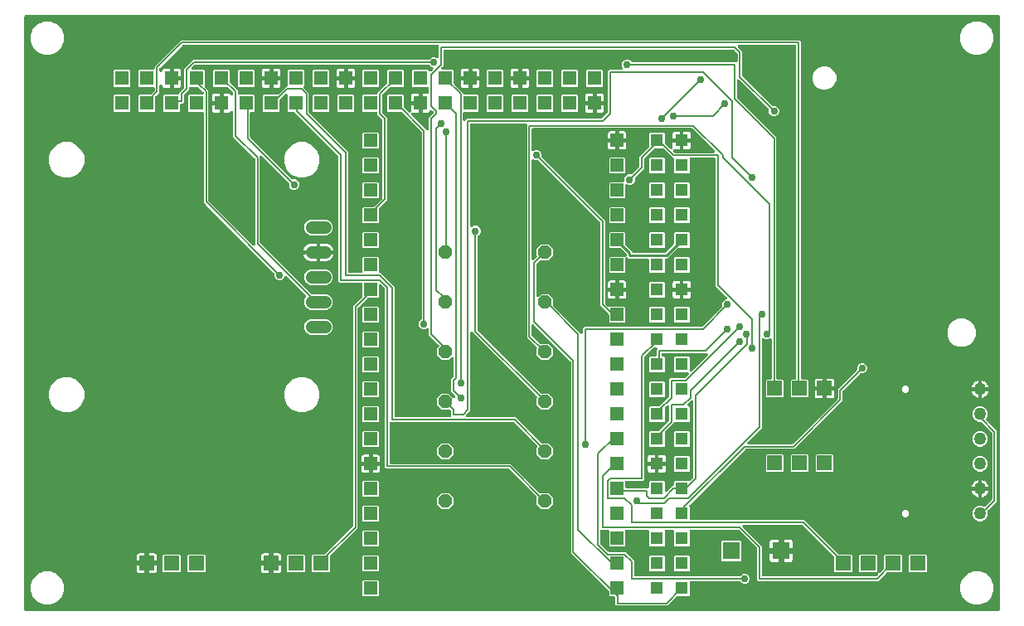
<source format=gbr>
G04 EAGLE Gerber RS-274X export*
G75*
%MOMM*%
%FSLAX34Y34*%
%LPD*%
%INBottom Copper*%
%IPPOS*%
%AMOC8*
5,1,8,0,0,1.08239X$1,22.5*%
G01*
%ADD10R,1.500000X1.500000*%
%ADD11R,1.508000X1.508000*%
%ADD12C,1.308000*%
%ADD13R,1.308000X1.308000*%
%ADD14R,1.422400X1.422400*%
%ADD15R,1.800000X1.800000*%
%ADD16R,1.358000X1.358000*%
%ADD17C,1.270000*%
%ADD18P,1.429621X8X22.500000*%
%ADD19C,0.152400*%
%ADD20C,0.756400*%
%ADD21C,0.304800*%
%ADD22C,0.254000*%

G36*
X996502Y2004D02*
X996502Y2004D01*
X996528Y2002D01*
X996675Y2024D01*
X996822Y2041D01*
X996847Y2049D01*
X996873Y2053D01*
X997011Y2108D01*
X997150Y2158D01*
X997172Y2172D01*
X997197Y2182D01*
X997318Y2267D01*
X997443Y2347D01*
X997461Y2366D01*
X997483Y2381D01*
X997582Y2491D01*
X997685Y2598D01*
X997699Y2620D01*
X997716Y2640D01*
X997788Y2770D01*
X997864Y2897D01*
X997872Y2922D01*
X997885Y2945D01*
X997925Y3088D01*
X997970Y3229D01*
X997972Y3255D01*
X997980Y3280D01*
X997999Y3524D01*
X997999Y609176D01*
X997996Y609202D01*
X997998Y609228D01*
X997976Y609375D01*
X997959Y609522D01*
X997951Y609547D01*
X997947Y609573D01*
X997892Y609711D01*
X997842Y609850D01*
X997828Y609872D01*
X997818Y609897D01*
X997733Y610018D01*
X997653Y610143D01*
X997634Y610161D01*
X997619Y610183D01*
X997509Y610282D01*
X997402Y610385D01*
X997380Y610399D01*
X997360Y610416D01*
X997230Y610488D01*
X997103Y610564D01*
X997078Y610572D01*
X997055Y610585D01*
X996912Y610625D01*
X996771Y610670D01*
X996745Y610672D01*
X996720Y610680D01*
X996476Y610699D01*
X3524Y610699D01*
X3498Y610696D01*
X3472Y610698D01*
X3325Y610676D01*
X3178Y610659D01*
X3153Y610651D01*
X3127Y610647D01*
X2989Y610592D01*
X2850Y610542D01*
X2828Y610528D01*
X2803Y610518D01*
X2682Y610433D01*
X2557Y610353D01*
X2539Y610334D01*
X2517Y610319D01*
X2418Y610209D01*
X2315Y610102D01*
X2301Y610080D01*
X2284Y610060D01*
X2212Y609930D01*
X2136Y609803D01*
X2128Y609778D01*
X2115Y609755D01*
X2075Y609612D01*
X2030Y609471D01*
X2028Y609445D01*
X2020Y609420D01*
X2001Y609176D01*
X2001Y3524D01*
X2004Y3498D01*
X2002Y3472D01*
X2024Y3325D01*
X2041Y3178D01*
X2049Y3153D01*
X2053Y3127D01*
X2108Y2989D01*
X2158Y2850D01*
X2172Y2828D01*
X2182Y2803D01*
X2267Y2682D01*
X2347Y2557D01*
X2366Y2539D01*
X2381Y2517D01*
X2491Y2418D01*
X2598Y2315D01*
X2620Y2301D01*
X2640Y2284D01*
X2770Y2212D01*
X2897Y2136D01*
X2922Y2128D01*
X2945Y2115D01*
X3088Y2075D01*
X3229Y2030D01*
X3255Y2028D01*
X3280Y2020D01*
X3524Y2001D01*
X996476Y2001D01*
X996502Y2004D01*
G37*
%LPC*%
G36*
X606553Y7713D02*
X606553Y7713D01*
X605213Y9053D01*
X605213Y15562D01*
X605210Y15588D01*
X605212Y15614D01*
X605190Y15761D01*
X605173Y15908D01*
X605165Y15933D01*
X605161Y15959D01*
X605106Y16097D01*
X605056Y16236D01*
X605042Y16258D01*
X605032Y16283D01*
X604947Y16404D01*
X604867Y16529D01*
X604848Y16547D01*
X604833Y16569D01*
X604723Y16668D01*
X604616Y16771D01*
X604594Y16785D01*
X604574Y16802D01*
X604444Y16874D01*
X604317Y16950D01*
X604292Y16958D01*
X604269Y16971D01*
X604126Y17011D01*
X603985Y17056D01*
X603959Y17058D01*
X603934Y17066D01*
X603690Y17085D01*
X599878Y17085D01*
X598985Y17978D01*
X598985Y22150D01*
X598971Y22275D01*
X598964Y22402D01*
X598951Y22448D01*
X598945Y22496D01*
X598903Y22615D01*
X598868Y22737D01*
X598844Y22779D01*
X598828Y22824D01*
X598759Y22930D01*
X598698Y23041D01*
X598658Y23087D01*
X598639Y23117D01*
X598604Y23151D01*
X598539Y23227D01*
X560213Y61553D01*
X560213Y255922D01*
X560199Y256047D01*
X560192Y256174D01*
X560179Y256220D01*
X560173Y256268D01*
X560131Y256387D01*
X560096Y256508D01*
X560072Y256551D01*
X560056Y256596D01*
X559987Y256703D01*
X559926Y256813D01*
X559886Y256859D01*
X559867Y256889D01*
X559832Y256923D01*
X559767Y256999D01*
X522387Y294379D01*
X522309Y294441D01*
X522236Y294511D01*
X522172Y294549D01*
X522114Y294596D01*
X522023Y294639D01*
X521937Y294690D01*
X521866Y294713D01*
X521799Y294745D01*
X521701Y294766D01*
X521605Y294796D01*
X521531Y294802D01*
X521458Y294818D01*
X521358Y294816D01*
X521258Y294824D01*
X521184Y294813D01*
X521110Y294812D01*
X521013Y294787D01*
X520913Y294773D01*
X520844Y294745D01*
X520772Y294727D01*
X520682Y294681D01*
X520589Y294644D01*
X520528Y294601D01*
X520462Y294567D01*
X520385Y294502D01*
X520303Y294445D01*
X520253Y294390D01*
X520197Y294341D01*
X520137Y294261D01*
X520070Y294186D01*
X520034Y294121D01*
X519989Y294061D01*
X519950Y293969D01*
X519901Y293881D01*
X519881Y293809D01*
X519851Y293741D01*
X519834Y293642D01*
X519806Y293546D01*
X519798Y293446D01*
X519790Y293398D01*
X519792Y293362D01*
X519787Y293302D01*
X519787Y284078D01*
X519801Y283953D01*
X519808Y283826D01*
X519821Y283780D01*
X519827Y283732D01*
X519869Y283613D01*
X519904Y283492D01*
X519928Y283449D01*
X519944Y283404D01*
X520013Y283297D01*
X520074Y283187D01*
X520114Y283141D01*
X520133Y283111D01*
X520168Y283077D01*
X520233Y283001D01*
X528142Y275092D01*
X528162Y275076D01*
X528180Y275056D01*
X528271Y274988D01*
X528318Y274945D01*
X528346Y274930D01*
X528415Y274875D01*
X528439Y274864D01*
X528460Y274849D01*
X528596Y274790D01*
X528623Y274777D01*
X528730Y274726D01*
X528756Y274721D01*
X528780Y274711D01*
X528926Y274684D01*
X529071Y274653D01*
X529097Y274653D01*
X529123Y274649D01*
X529271Y274656D01*
X529419Y274659D01*
X529445Y274665D01*
X529471Y274667D01*
X529613Y274708D01*
X529757Y274744D01*
X529781Y274756D01*
X529806Y274763D01*
X529901Y274817D01*
X529910Y274820D01*
X529924Y274829D01*
X536767Y274829D01*
X541529Y270067D01*
X541529Y263333D01*
X536767Y258571D01*
X530033Y258571D01*
X525271Y263333D01*
X525271Y270287D01*
X525274Y270292D01*
X525279Y270318D01*
X525289Y270342D01*
X525316Y270488D01*
X525347Y270633D01*
X525347Y270659D01*
X525351Y270685D01*
X525344Y270833D01*
X525341Y270981D01*
X525335Y271007D01*
X525333Y271033D01*
X525292Y271175D01*
X525256Y271319D01*
X525244Y271342D01*
X525237Y271368D01*
X525164Y271497D01*
X525096Y271629D01*
X525079Y271649D01*
X525067Y271672D01*
X524908Y271858D01*
X515213Y281553D01*
X515213Y498690D01*
X515210Y498716D01*
X515212Y498742D01*
X515190Y498889D01*
X515173Y499036D01*
X515165Y499061D01*
X515161Y499087D01*
X515106Y499225D01*
X515056Y499364D01*
X515042Y499386D01*
X515032Y499411D01*
X514947Y499532D01*
X514867Y499657D01*
X514848Y499675D01*
X514833Y499697D01*
X514723Y499796D01*
X514616Y499899D01*
X514594Y499913D01*
X514574Y499930D01*
X514444Y500002D01*
X514317Y500078D01*
X514292Y500086D01*
X514269Y500099D01*
X514126Y500139D01*
X513985Y500184D01*
X513959Y500186D01*
X513934Y500194D01*
X513690Y500213D01*
X458810Y500213D01*
X458784Y500210D01*
X458758Y500212D01*
X458611Y500190D01*
X458464Y500173D01*
X458439Y500165D01*
X458413Y500161D01*
X458275Y500106D01*
X458136Y500056D01*
X458114Y500042D01*
X458089Y500032D01*
X457968Y499947D01*
X457843Y499867D01*
X457825Y499848D01*
X457803Y499833D01*
X457704Y499723D01*
X457601Y499616D01*
X457587Y499594D01*
X457570Y499574D01*
X457498Y499444D01*
X457422Y499317D01*
X457414Y499292D01*
X457401Y499269D01*
X457361Y499126D01*
X457316Y498985D01*
X457314Y498959D01*
X457306Y498934D01*
X457287Y498690D01*
X457287Y395864D01*
X457304Y395715D01*
X457316Y395565D01*
X457324Y395542D01*
X457327Y395518D01*
X457377Y395377D01*
X457423Y395233D01*
X457436Y395213D01*
X457444Y395190D01*
X457526Y395064D01*
X457603Y394935D01*
X457620Y394917D01*
X457633Y394897D01*
X457741Y394793D01*
X457846Y394685D01*
X457866Y394672D01*
X457884Y394655D01*
X458013Y394578D01*
X458139Y394497D01*
X458162Y394488D01*
X458183Y394476D01*
X458326Y394430D01*
X458468Y394380D01*
X458492Y394377D01*
X458515Y394370D01*
X458664Y394358D01*
X458814Y394341D01*
X458838Y394344D01*
X458862Y394342D01*
X459011Y394364D01*
X459160Y394382D01*
X459188Y394391D01*
X459207Y394394D01*
X459251Y394411D01*
X459393Y394457D01*
X461444Y395307D01*
X463556Y395307D01*
X465506Y394499D01*
X466999Y393006D01*
X467807Y391056D01*
X467807Y388944D01*
X466999Y386994D01*
X465435Y385431D01*
X465422Y385423D01*
X465366Y385372D01*
X465303Y385328D01*
X465237Y385255D01*
X465164Y385189D01*
X465121Y385126D01*
X465070Y385070D01*
X465022Y384983D01*
X464966Y384902D01*
X464938Y384831D01*
X464901Y384765D01*
X464874Y384670D01*
X464838Y384578D01*
X464827Y384503D01*
X464806Y384429D01*
X464794Y384280D01*
X464787Y384233D01*
X464789Y384214D01*
X464787Y384185D01*
X464787Y289078D01*
X464801Y288953D01*
X464808Y288826D01*
X464821Y288780D01*
X464827Y288732D01*
X464869Y288613D01*
X464904Y288492D01*
X464928Y288449D01*
X464944Y288404D01*
X465013Y288297D01*
X465074Y288187D01*
X465114Y288141D01*
X465133Y288111D01*
X465168Y288077D01*
X465233Y288001D01*
X528759Y224475D01*
X528858Y224396D01*
X528952Y224312D01*
X528994Y224288D01*
X529032Y224258D01*
X529146Y224204D01*
X529257Y224143D01*
X529303Y224130D01*
X529347Y224109D01*
X529471Y224083D01*
X529592Y224048D01*
X529653Y224043D01*
X529688Y224036D01*
X529736Y224037D01*
X529836Y224029D01*
X536767Y224029D01*
X541529Y219267D01*
X541529Y212533D01*
X536767Y207771D01*
X530033Y207771D01*
X525271Y212533D01*
X525271Y219267D01*
X525308Y219304D01*
X525324Y219324D01*
X525344Y219341D01*
X525433Y219461D01*
X525525Y219577D01*
X525536Y219600D01*
X525551Y219622D01*
X525610Y219758D01*
X525674Y219892D01*
X525679Y219918D01*
X525689Y219942D01*
X525716Y220088D01*
X525747Y220233D01*
X525747Y220259D01*
X525751Y220285D01*
X525744Y220433D01*
X525741Y220581D01*
X525735Y220607D01*
X525733Y220633D01*
X525692Y220775D01*
X525656Y220919D01*
X525644Y220942D01*
X525637Y220968D01*
X525564Y221097D01*
X525496Y221229D01*
X525479Y221249D01*
X525467Y221272D01*
X525308Y221458D01*
X461999Y284767D01*
X459887Y286879D01*
X459809Y286941D01*
X459736Y287011D01*
X459672Y287049D01*
X459614Y287096D01*
X459523Y287139D01*
X459437Y287190D01*
X459366Y287213D01*
X459299Y287245D01*
X459201Y287266D01*
X459105Y287296D01*
X459031Y287302D01*
X458958Y287318D01*
X458858Y287316D01*
X458758Y287324D01*
X458684Y287313D01*
X458610Y287312D01*
X458513Y287287D01*
X458413Y287273D01*
X458344Y287245D01*
X458272Y287227D01*
X458183Y287181D01*
X458089Y287144D01*
X458028Y287101D01*
X457962Y287067D01*
X457886Y287002D01*
X457803Y286945D01*
X457753Y286890D01*
X457697Y286841D01*
X457637Y286761D01*
X457570Y286686D01*
X457534Y286621D01*
X457489Y286561D01*
X457450Y286469D01*
X457401Y286381D01*
X457381Y286309D01*
X457351Y286241D01*
X457334Y286142D01*
X457306Y286046D01*
X457298Y285946D01*
X457290Y285898D01*
X457292Y285862D01*
X457287Y285802D01*
X457287Y206553D01*
X453121Y202387D01*
X453059Y202309D01*
X452989Y202236D01*
X452951Y202172D01*
X452904Y202114D01*
X452861Y202023D01*
X452810Y201937D01*
X452787Y201866D01*
X452755Y201799D01*
X452734Y201701D01*
X452704Y201605D01*
X452698Y201531D01*
X452682Y201458D01*
X452684Y201358D01*
X452676Y201258D01*
X452687Y201184D01*
X452688Y201110D01*
X452713Y201013D01*
X452727Y200913D01*
X452755Y200844D01*
X452773Y200772D01*
X452819Y200682D01*
X452856Y200589D01*
X452899Y200528D01*
X452933Y200462D01*
X452998Y200385D01*
X453055Y200303D01*
X453110Y200253D01*
X453159Y200197D01*
X453239Y200137D01*
X453314Y200070D01*
X453379Y200034D01*
X453439Y199989D01*
X453531Y199950D01*
X453619Y199901D01*
X453691Y199881D01*
X453759Y199851D01*
X453858Y199834D01*
X453954Y199806D01*
X454054Y199798D01*
X454102Y199790D01*
X454138Y199792D01*
X454198Y199787D01*
X503447Y199787D01*
X529559Y173675D01*
X529658Y173596D01*
X529752Y173512D01*
X529794Y173488D01*
X529832Y173458D01*
X529946Y173404D01*
X530057Y173343D01*
X530104Y173330D01*
X530147Y173309D01*
X530271Y173283D01*
X530392Y173248D01*
X530453Y173243D01*
X530488Y173236D01*
X530536Y173237D01*
X530636Y173229D01*
X536767Y173229D01*
X541529Y168467D01*
X541529Y161733D01*
X536767Y156971D01*
X530033Y156971D01*
X525271Y161733D01*
X525271Y168467D01*
X525708Y168904D01*
X525724Y168924D01*
X525744Y168941D01*
X525832Y169060D01*
X525925Y169177D01*
X525936Y169201D01*
X525951Y169222D01*
X526010Y169357D01*
X526074Y169492D01*
X526079Y169518D01*
X526089Y169542D01*
X526116Y169688D01*
X526147Y169833D01*
X526147Y169859D01*
X526151Y169885D01*
X526144Y170033D01*
X526141Y170181D01*
X526135Y170206D01*
X526133Y170233D01*
X526092Y170375D01*
X526056Y170519D01*
X526044Y170542D01*
X526037Y170568D01*
X525964Y170697D01*
X525896Y170829D01*
X525879Y170849D01*
X525867Y170872D01*
X525708Y171058D01*
X501999Y194767D01*
X501900Y194846D01*
X501806Y194930D01*
X501764Y194954D01*
X501726Y194984D01*
X501612Y195038D01*
X501501Y195099D01*
X501454Y195112D01*
X501411Y195133D01*
X501287Y195159D01*
X501166Y195194D01*
X501105Y195199D01*
X501070Y195206D01*
X501022Y195205D01*
X500922Y195213D01*
X376310Y195213D01*
X376284Y195210D01*
X376258Y195212D01*
X376111Y195190D01*
X375964Y195173D01*
X375939Y195165D01*
X375913Y195161D01*
X375775Y195106D01*
X375636Y195056D01*
X375614Y195042D01*
X375589Y195032D01*
X375468Y194947D01*
X375343Y194867D01*
X375325Y194848D01*
X375303Y194833D01*
X375204Y194723D01*
X375101Y194616D01*
X375087Y194594D01*
X375070Y194574D01*
X374998Y194444D01*
X374922Y194317D01*
X374914Y194292D01*
X374901Y194269D01*
X374861Y194126D01*
X374816Y193985D01*
X374814Y193959D01*
X374806Y193934D01*
X374787Y193690D01*
X374787Y153810D01*
X374790Y153784D01*
X374788Y153758D01*
X374810Y153611D01*
X374827Y153464D01*
X374835Y153439D01*
X374839Y153413D01*
X374894Y153275D01*
X374944Y153136D01*
X374958Y153114D01*
X374968Y153089D01*
X375053Y152968D01*
X375133Y152843D01*
X375152Y152825D01*
X375167Y152803D01*
X375277Y152704D01*
X375384Y152601D01*
X375406Y152587D01*
X375426Y152570D01*
X375556Y152498D01*
X375683Y152422D01*
X375708Y152414D01*
X375731Y152401D01*
X375874Y152361D01*
X376015Y152316D01*
X376041Y152314D01*
X376066Y152306D01*
X376310Y152287D01*
X498447Y152287D01*
X528092Y122642D01*
X528113Y122626D01*
X528130Y122606D01*
X528249Y122518D01*
X528365Y122425D01*
X528389Y122414D01*
X528410Y122398D01*
X528546Y122340D01*
X528680Y122276D01*
X528706Y122271D01*
X528730Y122260D01*
X528876Y122234D01*
X529021Y122203D01*
X529047Y122203D01*
X529073Y122199D01*
X529222Y122206D01*
X529369Y122209D01*
X529395Y122215D01*
X529421Y122217D01*
X529563Y122258D01*
X529707Y122294D01*
X529731Y122306D01*
X529756Y122313D01*
X529885Y122385D01*
X529969Y122429D01*
X536767Y122429D01*
X541529Y117667D01*
X541529Y110933D01*
X536767Y106171D01*
X530033Y106171D01*
X525271Y110933D01*
X525271Y118063D01*
X525297Y118182D01*
X525296Y118208D01*
X525301Y118235D01*
X525294Y118383D01*
X525291Y118530D01*
X525285Y118556D01*
X525283Y118583D01*
X525242Y118725D01*
X525206Y118868D01*
X525194Y118892D01*
X525187Y118918D01*
X525114Y119047D01*
X525047Y119178D01*
X525030Y119198D01*
X525017Y119222D01*
X524858Y119408D01*
X496999Y147267D01*
X496900Y147346D01*
X496806Y147430D01*
X496764Y147454D01*
X496726Y147484D01*
X496612Y147538D01*
X496501Y147599D01*
X496454Y147612D01*
X496411Y147633D01*
X496287Y147659D01*
X496166Y147694D01*
X496105Y147699D01*
X496070Y147706D01*
X496022Y147705D01*
X495922Y147713D01*
X371553Y147713D01*
X370213Y149053D01*
X370213Y330922D01*
X370199Y331047D01*
X370192Y331174D01*
X370179Y331220D01*
X370173Y331268D01*
X370131Y331387D01*
X370096Y331508D01*
X370072Y331551D01*
X370056Y331596D01*
X369987Y331703D01*
X369926Y331813D01*
X369886Y331859D01*
X369867Y331889D01*
X369832Y331923D01*
X369767Y331999D01*
X366515Y335251D01*
X366437Y335313D01*
X366364Y335383D01*
X366300Y335421D01*
X366242Y335468D01*
X366151Y335511D01*
X366065Y335562D01*
X365994Y335585D01*
X365927Y335617D01*
X365829Y335638D01*
X365733Y335668D01*
X365659Y335674D01*
X365586Y335690D01*
X365486Y335688D01*
X365386Y335696D01*
X365312Y335685D01*
X365238Y335684D01*
X365141Y335659D01*
X365041Y335645D01*
X364972Y335617D01*
X364900Y335599D01*
X364811Y335553D01*
X364717Y335516D01*
X364656Y335473D01*
X364590Y335439D01*
X364514Y335374D01*
X364431Y335317D01*
X364381Y335262D01*
X364325Y335213D01*
X364265Y335133D01*
X364198Y335058D01*
X364162Y334993D01*
X364117Y334933D01*
X364078Y334841D01*
X364029Y334753D01*
X364009Y334681D01*
X363979Y334613D01*
X363962Y334514D01*
X363934Y334418D01*
X363926Y334318D01*
X363918Y334270D01*
X363920Y334234D01*
X363915Y334174D01*
X363915Y322778D01*
X363022Y321885D01*
X353250Y321885D01*
X353125Y321871D01*
X352998Y321864D01*
X352952Y321851D01*
X352904Y321845D01*
X352785Y321803D01*
X352664Y321768D01*
X352621Y321744D01*
X352576Y321728D01*
X352470Y321659D01*
X352359Y321598D01*
X352313Y321558D01*
X352283Y321539D01*
X352281Y321537D01*
X352249Y321504D01*
X352173Y321439D01*
X342733Y311999D01*
X342654Y311900D01*
X342570Y311806D01*
X342546Y311764D01*
X342516Y311726D01*
X342462Y311612D01*
X342401Y311501D01*
X342388Y311454D01*
X342367Y311411D01*
X342341Y311287D01*
X342306Y311166D01*
X342301Y311105D01*
X342294Y311070D01*
X342295Y311022D01*
X342287Y310922D01*
X342287Y86553D01*
X314311Y58577D01*
X314232Y58478D01*
X314148Y58384D01*
X314124Y58342D01*
X314094Y58304D01*
X314040Y58190D01*
X313979Y58079D01*
X313966Y58032D01*
X313945Y57989D01*
X313919Y57865D01*
X313884Y57744D01*
X313879Y57683D01*
X313872Y57648D01*
X313873Y57600D01*
X313865Y57500D01*
X313865Y42628D01*
X312972Y41735D01*
X296628Y41735D01*
X295735Y42628D01*
X295735Y58972D01*
X296628Y59865D01*
X308500Y59865D01*
X308625Y59879D01*
X308752Y59886D01*
X308798Y59899D01*
X308846Y59905D01*
X308965Y59947D01*
X309086Y59982D01*
X309129Y60006D01*
X309174Y60022D01*
X309280Y60091D01*
X309391Y60152D01*
X309437Y60192D01*
X309467Y60211D01*
X309485Y60230D01*
X309486Y60231D01*
X309504Y60249D01*
X309577Y60311D01*
X337267Y88001D01*
X337346Y88100D01*
X337430Y88194D01*
X337454Y88236D01*
X337484Y88274D01*
X337538Y88388D01*
X337599Y88499D01*
X337612Y88546D01*
X337633Y88589D01*
X337659Y88713D01*
X337694Y88834D01*
X337699Y88895D01*
X337706Y88930D01*
X337705Y88978D01*
X337713Y89078D01*
X337713Y313447D01*
X346839Y322573D01*
X346918Y322672D01*
X347002Y322766D01*
X347026Y322808D01*
X347056Y322846D01*
X347110Y322960D01*
X347171Y323071D01*
X347184Y323118D01*
X347205Y323161D01*
X347231Y323285D01*
X347266Y323406D01*
X347271Y323467D01*
X347278Y323502D01*
X347277Y323550D01*
X347285Y323650D01*
X347285Y336190D01*
X347282Y336216D01*
X347284Y336242D01*
X347262Y336389D01*
X347245Y336536D01*
X347237Y336561D01*
X347233Y336587D01*
X347178Y336725D01*
X347128Y336864D01*
X347114Y336886D01*
X347104Y336911D01*
X347019Y337032D01*
X346939Y337157D01*
X346920Y337175D01*
X346905Y337197D01*
X346795Y337296D01*
X346688Y337399D01*
X346666Y337413D01*
X346646Y337430D01*
X346516Y337502D01*
X346389Y337578D01*
X346364Y337586D01*
X346341Y337599D01*
X346198Y337639D01*
X346057Y337684D01*
X346031Y337686D01*
X346006Y337694D01*
X345762Y337713D01*
X324053Y337713D01*
X322713Y339053D01*
X322713Y465922D01*
X322699Y466047D01*
X322692Y466174D01*
X322679Y466220D01*
X322673Y466268D01*
X322631Y466387D01*
X322596Y466508D01*
X322572Y466551D01*
X322556Y466596D01*
X322487Y466702D01*
X322426Y466813D01*
X322386Y466859D01*
X322367Y466889D01*
X322332Y466922D01*
X322267Y466999D01*
X277649Y511617D01*
X277550Y511696D01*
X277456Y511780D01*
X277414Y511804D01*
X277376Y511834D01*
X277262Y511888D01*
X277151Y511949D01*
X277104Y511962D01*
X277061Y511983D01*
X276937Y512009D01*
X276816Y512044D01*
X276755Y512049D01*
X276720Y512056D01*
X276672Y512055D01*
X276572Y512063D01*
X271656Y512063D01*
X270763Y512956D01*
X270763Y528852D01*
X270752Y528952D01*
X270750Y529052D01*
X270732Y529124D01*
X270723Y529198D01*
X270690Y529293D01*
X270665Y529390D01*
X270631Y529456D01*
X270606Y529526D01*
X270551Y529611D01*
X270505Y529700D01*
X270457Y529757D01*
X270417Y529819D01*
X270345Y529889D01*
X270280Y529965D01*
X270220Y530009D01*
X270166Y530061D01*
X270080Y530113D01*
X269999Y530172D01*
X269931Y530202D01*
X269867Y530240D01*
X269771Y530271D01*
X269679Y530310D01*
X269606Y530324D01*
X269535Y530346D01*
X269435Y530354D01*
X269336Y530372D01*
X269262Y530368D01*
X269188Y530374D01*
X269088Y530359D01*
X268988Y530354D01*
X268917Y530334D01*
X268843Y530323D01*
X268750Y530285D01*
X268653Y530258D01*
X268588Y530221D01*
X268519Y530194D01*
X268437Y530137D01*
X268349Y530087D01*
X268273Y530022D01*
X268233Y529995D01*
X268209Y529968D01*
X268163Y529929D01*
X263083Y524849D01*
X263004Y524750D01*
X262920Y524656D01*
X262896Y524614D01*
X262866Y524576D01*
X262812Y524462D01*
X262751Y524351D01*
X262738Y524305D01*
X262717Y524261D01*
X262691Y524137D01*
X262656Y524016D01*
X262651Y523955D01*
X262644Y523920D01*
X262645Y523872D01*
X262637Y523772D01*
X262637Y512956D01*
X261744Y512063D01*
X246256Y512063D01*
X245363Y512956D01*
X245363Y528444D01*
X246256Y529337D01*
X260472Y529337D01*
X260597Y529351D01*
X260724Y529358D01*
X260770Y529371D01*
X260818Y529377D01*
X260937Y529419D01*
X261059Y529454D01*
X261101Y529478D01*
X261146Y529494D01*
X261252Y529563D01*
X261363Y529624D01*
X261409Y529664D01*
X261439Y529683D01*
X261473Y529718D01*
X261549Y529783D01*
X269053Y537287D01*
X269240Y537287D01*
X269266Y537290D01*
X269292Y537288D01*
X269439Y537310D01*
X269586Y537327D01*
X269611Y537335D01*
X269637Y537339D01*
X269775Y537394D01*
X269914Y537444D01*
X269936Y537458D01*
X269961Y537468D01*
X270082Y537553D01*
X270207Y537633D01*
X270225Y537652D01*
X270247Y537667D01*
X270346Y537777D01*
X270449Y537884D01*
X270463Y537906D01*
X270480Y537926D01*
X270552Y538056D01*
X270628Y538183D01*
X270636Y538208D01*
X270649Y538231D01*
X270689Y538374D01*
X270734Y538515D01*
X270736Y538541D01*
X270744Y538566D01*
X270763Y538810D01*
X270763Y553844D01*
X271656Y554737D01*
X287144Y554737D01*
X288037Y553844D01*
X288037Y538356D01*
X287534Y537854D01*
X287518Y537833D01*
X287498Y537816D01*
X287409Y537697D01*
X287318Y537581D01*
X287306Y537557D01*
X287291Y537536D01*
X287232Y537400D01*
X287169Y537266D01*
X287163Y537240D01*
X287153Y537216D01*
X287127Y537070D01*
X287095Y536925D01*
X287096Y536899D01*
X287091Y536873D01*
X287099Y536724D01*
X287101Y536577D01*
X287108Y536551D01*
X287109Y536525D01*
X287150Y536382D01*
X287186Y536239D01*
X287198Y536215D01*
X287206Y536190D01*
X287278Y536061D01*
X287346Y535929D01*
X287363Y535909D01*
X287376Y535886D01*
X287534Y535700D01*
X287733Y535501D01*
X292287Y530947D01*
X292287Y511578D01*
X292301Y511453D01*
X292308Y511326D01*
X292321Y511280D01*
X292327Y511232D01*
X292369Y511113D01*
X292404Y510992D01*
X292428Y510949D01*
X292444Y510904D01*
X292513Y510798D01*
X292574Y510687D01*
X292614Y510641D01*
X292633Y510611D01*
X292668Y510578D01*
X292733Y510501D01*
X332287Y470947D01*
X332287Y348810D01*
X332290Y348784D01*
X332288Y348758D01*
X332310Y348611D01*
X332327Y348464D01*
X332335Y348439D01*
X332339Y348413D01*
X332394Y348275D01*
X332444Y348136D01*
X332458Y348114D01*
X332468Y348089D01*
X332553Y347968D01*
X332633Y347843D01*
X332652Y347825D01*
X332667Y347803D01*
X332777Y347704D01*
X332884Y347601D01*
X332906Y347587D01*
X332926Y347570D01*
X333056Y347498D01*
X333183Y347422D01*
X333208Y347414D01*
X333231Y347401D01*
X333374Y347361D01*
X333515Y347316D01*
X333541Y347314D01*
X333566Y347306D01*
X333810Y347287D01*
X345762Y347287D01*
X345788Y347290D01*
X345814Y347288D01*
X345961Y347310D01*
X346108Y347327D01*
X346133Y347335D01*
X346159Y347339D01*
X346297Y347394D01*
X346436Y347444D01*
X346458Y347458D01*
X346483Y347468D01*
X346604Y347553D01*
X346729Y347633D01*
X346747Y347652D01*
X346769Y347667D01*
X346868Y347777D01*
X346971Y347884D01*
X346985Y347906D01*
X347002Y347926D01*
X347074Y348056D01*
X347150Y348183D01*
X347158Y348208D01*
X347171Y348231D01*
X347211Y348374D01*
X347256Y348515D01*
X347258Y348541D01*
X347266Y348566D01*
X347285Y348810D01*
X347285Y363022D01*
X348178Y363915D01*
X363022Y363915D01*
X363915Y363022D01*
X363915Y348810D01*
X363918Y348784D01*
X363916Y348758D01*
X363938Y348611D01*
X363955Y348464D01*
X363963Y348439D01*
X363967Y348413D01*
X364022Y348275D01*
X364072Y348136D01*
X364086Y348114D01*
X364096Y348089D01*
X364181Y347968D01*
X364261Y347843D01*
X364280Y347825D01*
X364295Y347803D01*
X364405Y347704D01*
X364512Y347601D01*
X364534Y347587D01*
X364554Y347570D01*
X364684Y347498D01*
X364811Y347422D01*
X364836Y347414D01*
X364859Y347401D01*
X365002Y347361D01*
X365143Y347316D01*
X365169Y347314D01*
X365194Y347306D01*
X365438Y347287D01*
X365947Y347287D01*
X379787Y333447D01*
X379787Y201310D01*
X379790Y201284D01*
X379788Y201258D01*
X379810Y201111D01*
X379827Y200964D01*
X379835Y200939D01*
X379839Y200913D01*
X379894Y200775D01*
X379944Y200636D01*
X379958Y200614D01*
X379968Y200589D01*
X380053Y200468D01*
X380133Y200343D01*
X380152Y200325D01*
X380167Y200303D01*
X380277Y200204D01*
X380384Y200101D01*
X380406Y200087D01*
X380426Y200070D01*
X380556Y199998D01*
X380683Y199922D01*
X380708Y199914D01*
X380731Y199901D01*
X380874Y199861D01*
X381015Y199816D01*
X381041Y199814D01*
X381066Y199806D01*
X381310Y199787D01*
X436190Y199787D01*
X436216Y199790D01*
X436242Y199788D01*
X436389Y199810D01*
X436536Y199827D01*
X436561Y199835D01*
X436587Y199839D01*
X436725Y199894D01*
X436864Y199944D01*
X436886Y199958D01*
X436911Y199968D01*
X437032Y200053D01*
X437157Y200133D01*
X437175Y200152D01*
X437197Y200167D01*
X437296Y200277D01*
X437399Y200384D01*
X437413Y200406D01*
X437430Y200426D01*
X437502Y200556D01*
X437578Y200683D01*
X437586Y200708D01*
X437599Y200731D01*
X437639Y200874D01*
X437684Y201015D01*
X437686Y201041D01*
X437694Y201066D01*
X437713Y201310D01*
X437713Y205922D01*
X437699Y206047D01*
X437692Y206174D01*
X437679Y206220D01*
X437673Y206268D01*
X437631Y206387D01*
X437596Y206508D01*
X437572Y206551D01*
X437556Y206596D01*
X437487Y206702D01*
X437426Y206813D01*
X437386Y206859D01*
X437367Y206889D01*
X437332Y206922D01*
X437267Y206999D01*
X436908Y207358D01*
X436887Y207374D01*
X436870Y207394D01*
X436752Y207482D01*
X436635Y207575D01*
X436611Y207586D01*
X436590Y207601D01*
X436454Y207660D01*
X436320Y207724D01*
X436294Y207729D01*
X436270Y207739D01*
X436124Y207766D01*
X435979Y207797D01*
X435953Y207797D01*
X435927Y207801D01*
X435779Y207794D01*
X435631Y207791D01*
X435605Y207785D01*
X435579Y207783D01*
X435538Y207771D01*
X428433Y207771D01*
X423671Y212533D01*
X423671Y219267D01*
X428433Y224029D01*
X435167Y224029D01*
X439593Y219603D01*
X439671Y219540D01*
X439744Y219471D01*
X439808Y219432D01*
X439866Y219386D01*
X439957Y219343D01*
X440043Y219292D01*
X440114Y219269D01*
X440181Y219237D01*
X440279Y219216D01*
X440375Y219186D01*
X440449Y219180D01*
X440522Y219164D01*
X440622Y219166D01*
X440722Y219158D01*
X440796Y219169D01*
X440870Y219170D01*
X440967Y219194D01*
X441067Y219209D01*
X441136Y219237D01*
X441208Y219255D01*
X441298Y219301D01*
X441391Y219338D01*
X441452Y219380D01*
X441518Y219415D01*
X441595Y219480D01*
X441677Y219537D01*
X441727Y219592D01*
X441783Y219640D01*
X441843Y219721D01*
X441910Y219796D01*
X441946Y219861D01*
X441991Y219921D01*
X442030Y220013D01*
X442079Y220101D01*
X442099Y220172D01*
X442129Y220241D01*
X442146Y220339D01*
X442174Y220436D01*
X442182Y220536D01*
X442190Y220584D01*
X442188Y220619D01*
X442193Y220680D01*
X442193Y221155D01*
X442197Y221169D01*
X442201Y221246D01*
X442215Y221321D01*
X442210Y221419D01*
X442214Y221517D01*
X442201Y221593D01*
X442197Y221669D01*
X442170Y221763D01*
X442152Y221860D01*
X442121Y221931D01*
X442100Y222004D01*
X442052Y222090D01*
X442013Y222180D01*
X441967Y222241D01*
X441930Y222308D01*
X441834Y222422D01*
X441805Y222460D01*
X441791Y222472D01*
X441772Y222495D01*
X437713Y226553D01*
X437713Y238447D01*
X439767Y240501D01*
X439846Y240600D01*
X439930Y240694D01*
X439954Y240736D01*
X439984Y240774D01*
X440038Y240888D01*
X440099Y240999D01*
X440112Y241046D01*
X440133Y241089D01*
X440159Y241213D01*
X440194Y241334D01*
X440199Y241395D01*
X440206Y241430D01*
X440205Y241478D01*
X440213Y241578D01*
X440213Y259940D01*
X440202Y260040D01*
X440200Y260140D01*
X440182Y260212D01*
X440173Y260286D01*
X440140Y260381D01*
X440115Y260478D01*
X440081Y260544D01*
X440056Y260614D01*
X440001Y260699D01*
X439955Y260788D01*
X439907Y260845D01*
X439867Y260907D01*
X439795Y260977D01*
X439730Y261053D01*
X439670Y261098D01*
X439616Y261149D01*
X439530Y261201D01*
X439449Y261261D01*
X439381Y261290D01*
X439317Y261328D01*
X439221Y261359D01*
X439129Y261399D01*
X439056Y261412D01*
X438985Y261434D01*
X438885Y261443D01*
X438786Y261460D01*
X438712Y261456D01*
X438638Y261462D01*
X438538Y261448D01*
X438438Y261442D01*
X438367Y261422D01*
X438293Y261411D01*
X438200Y261374D01*
X438103Y261346D01*
X438038Y261309D01*
X437969Y261282D01*
X437887Y261225D01*
X437799Y261176D01*
X437723Y261111D01*
X437683Y261083D01*
X437659Y261057D01*
X437613Y261017D01*
X435167Y258571D01*
X428433Y258571D01*
X423671Y263333D01*
X423671Y270067D01*
X425358Y271754D01*
X425374Y271774D01*
X425394Y271791D01*
X425483Y271911D01*
X425575Y272027D01*
X425586Y272050D01*
X425601Y272072D01*
X425660Y272208D01*
X425724Y272342D01*
X425729Y272368D01*
X425739Y272392D01*
X425766Y272538D01*
X425797Y272683D01*
X425797Y272709D01*
X425801Y272735D01*
X425794Y272883D01*
X425791Y273031D01*
X425785Y273057D01*
X425783Y273083D01*
X425742Y273225D01*
X425706Y273369D01*
X425694Y273392D01*
X425687Y273418D01*
X425614Y273547D01*
X425546Y273679D01*
X425529Y273699D01*
X425517Y273722D01*
X425358Y273908D01*
X415213Y284053D01*
X415213Y289136D01*
X415196Y289285D01*
X415184Y289435D01*
X415176Y289458D01*
X415173Y289482D01*
X415123Y289623D01*
X415077Y289767D01*
X415064Y289787D01*
X415056Y289810D01*
X414974Y289936D01*
X414897Y290065D01*
X414880Y290083D01*
X414867Y290103D01*
X414759Y290207D01*
X414654Y290315D01*
X414634Y290328D01*
X414616Y290345D01*
X414487Y290422D01*
X414361Y290503D01*
X414338Y290512D01*
X414317Y290524D01*
X414174Y290570D01*
X414032Y290620D01*
X414008Y290623D01*
X413985Y290630D01*
X413836Y290642D01*
X413686Y290659D01*
X413662Y290656D01*
X413638Y290658D01*
X413489Y290636D01*
X413340Y290618D01*
X413312Y290609D01*
X413293Y290606D01*
X413249Y290589D01*
X413107Y290543D01*
X411056Y289693D01*
X408944Y289693D01*
X406994Y290501D01*
X405501Y291994D01*
X404693Y293944D01*
X404693Y296056D01*
X405501Y298006D01*
X407064Y299569D01*
X407077Y299576D01*
X407134Y299628D01*
X407197Y299672D01*
X407263Y299744D01*
X407335Y299810D01*
X407379Y299873D01*
X407430Y299930D01*
X407478Y300016D01*
X407534Y300097D01*
X407562Y300168D01*
X407599Y300235D01*
X407626Y300330D01*
X407662Y300421D01*
X407673Y300497D01*
X407694Y300571D01*
X407706Y300719D01*
X407712Y300766D01*
X407711Y300785D01*
X407713Y300815D01*
X407713Y490922D01*
X407699Y491047D01*
X407692Y491174D01*
X407679Y491220D01*
X407673Y491268D01*
X407631Y491387D01*
X407596Y491508D01*
X407572Y491551D01*
X407556Y491596D01*
X407487Y491702D01*
X407426Y491813D01*
X407386Y491859D01*
X407367Y491889D01*
X407332Y491922D01*
X407267Y491999D01*
X387649Y511617D01*
X387550Y511696D01*
X387456Y511780D01*
X387414Y511804D01*
X387376Y511834D01*
X387262Y511888D01*
X387151Y511949D01*
X387104Y511962D01*
X387061Y511983D01*
X386937Y512009D01*
X386816Y512044D01*
X386755Y512049D01*
X386720Y512056D01*
X386672Y512055D01*
X386572Y512063D01*
X373256Y512063D01*
X372363Y512956D01*
X372363Y528444D01*
X373256Y529337D01*
X388744Y529337D01*
X389637Y528444D01*
X389637Y516728D01*
X389651Y516603D01*
X389658Y516476D01*
X389671Y516430D01*
X389677Y516382D01*
X389719Y516263D01*
X389754Y516142D01*
X389778Y516099D01*
X389794Y516054D01*
X389863Y515947D01*
X389924Y515837D01*
X389964Y515791D01*
X389983Y515761D01*
X390018Y515727D01*
X390083Y515651D01*
X394289Y511445D01*
X394387Y511367D01*
X394480Y511283D01*
X394523Y511259D01*
X394562Y511228D01*
X394675Y511175D01*
X394785Y511114D01*
X394833Y511100D01*
X394877Y511079D01*
X394999Y511053D01*
X395120Y511019D01*
X395170Y511016D01*
X395218Y511006D01*
X395343Y511008D01*
X395468Y511002D01*
X395517Y511011D01*
X395567Y511012D01*
X395688Y511042D01*
X395811Y511065D01*
X395856Y511085D01*
X395905Y511097D01*
X396016Y511154D01*
X396130Y511204D01*
X396170Y511234D01*
X396214Y511256D01*
X396310Y511337D01*
X396410Y511412D01*
X396442Y511450D01*
X396480Y511482D01*
X396554Y511583D01*
X396635Y511678D01*
X396657Y511723D01*
X396687Y511762D01*
X396736Y511877D01*
X396793Y511989D01*
X396805Y512037D01*
X396825Y512082D01*
X396847Y512206D01*
X396877Y512327D01*
X396878Y512377D01*
X396887Y512426D01*
X396880Y512551D01*
X396882Y512675D01*
X396871Y512737D01*
X396869Y512774D01*
X396855Y512819D01*
X396838Y512916D01*
X396747Y513254D01*
X396747Y518576D01*
X404276Y518576D01*
X404276Y511047D01*
X398954Y511047D01*
X398616Y511138D01*
X398492Y511156D01*
X398370Y511182D01*
X398320Y511182D01*
X398271Y511189D01*
X398147Y511179D01*
X398022Y511176D01*
X397973Y511164D01*
X397924Y511160D01*
X397805Y511122D01*
X397684Y511091D01*
X397639Y511069D01*
X397592Y511053D01*
X397485Y510989D01*
X397374Y510932D01*
X397336Y510900D01*
X397293Y510874D01*
X397204Y510787D01*
X397108Y510706D01*
X397079Y510666D01*
X397043Y510631D01*
X396976Y510526D01*
X396901Y510426D01*
X396882Y510380D01*
X396855Y510338D01*
X396813Y510220D01*
X396763Y510106D01*
X396754Y510057D01*
X396738Y510010D01*
X396724Y509886D01*
X396702Y509763D01*
X396704Y509713D01*
X396699Y509664D01*
X396713Y509539D01*
X396719Y509415D01*
X396733Y509367D01*
X396739Y509318D01*
X396781Y509200D01*
X396816Y509080D01*
X396840Y509036D01*
X396857Y508990D01*
X396925Y508885D01*
X396986Y508776D01*
X397027Y508728D01*
X397047Y508697D01*
X397081Y508664D01*
X397145Y508589D01*
X410501Y495233D01*
X412613Y493121D01*
X412691Y493059D01*
X412764Y492989D01*
X412828Y492951D01*
X412886Y492904D01*
X412977Y492861D01*
X413063Y492810D01*
X413134Y492787D01*
X413201Y492755D01*
X413299Y492734D01*
X413395Y492704D01*
X413469Y492698D01*
X413542Y492682D01*
X413642Y492684D01*
X413742Y492676D01*
X413816Y492687D01*
X413890Y492688D01*
X413987Y492713D01*
X414087Y492727D01*
X414156Y492755D01*
X414228Y492773D01*
X414317Y492819D01*
X414411Y492856D01*
X414472Y492899D01*
X414538Y492933D01*
X414614Y492998D01*
X414697Y493055D01*
X414747Y493110D01*
X414803Y493159D01*
X414863Y493239D01*
X414930Y493314D01*
X414966Y493379D01*
X415011Y493439D01*
X415050Y493531D01*
X415099Y493619D01*
X415119Y493691D01*
X415149Y493759D01*
X415166Y493858D01*
X415194Y493954D01*
X415202Y494054D01*
X415210Y494102D01*
X415208Y494138D01*
X415213Y494198D01*
X415213Y505947D01*
X419439Y510173D01*
X419455Y510193D01*
X419475Y510210D01*
X419564Y510330D01*
X419656Y510446D01*
X419667Y510470D01*
X419682Y510491D01*
X419741Y510627D01*
X419804Y510761D01*
X419810Y510787D01*
X419820Y510811D01*
X419847Y510957D01*
X419878Y511102D01*
X419877Y511128D01*
X419882Y511154D01*
X419874Y511302D01*
X419872Y511450D01*
X419865Y511476D01*
X419864Y511502D01*
X419823Y511644D01*
X419787Y511788D01*
X419775Y511812D01*
X419768Y511837D01*
X419695Y511966D01*
X419627Y512098D01*
X419610Y512118D01*
X419597Y512141D01*
X419439Y512327D01*
X418438Y513328D01*
X418379Y513375D01*
X418326Y513429D01*
X418243Y513483D01*
X418165Y513545D01*
X418097Y513577D01*
X418033Y513618D01*
X417939Y513651D01*
X417850Y513693D01*
X417776Y513709D01*
X417705Y513735D01*
X417606Y513746D01*
X417509Y513767D01*
X417434Y513766D01*
X417358Y513774D01*
X417260Y513763D01*
X417161Y513761D01*
X417087Y513742D01*
X417012Y513734D01*
X416919Y513700D01*
X416823Y513676D01*
X416755Y513641D01*
X416684Y513615D01*
X416601Y513562D01*
X416513Y513516D01*
X416455Y513467D01*
X416392Y513426D01*
X416323Y513355D01*
X416248Y513290D01*
X416203Y513229D01*
X416150Y513175D01*
X416099Y513090D01*
X416041Y513010D01*
X416011Y512941D01*
X415972Y512875D01*
X415921Y512733D01*
X415903Y512690D01*
X415899Y512672D01*
X415890Y512645D01*
X415880Y512607D01*
X415545Y512028D01*
X415072Y511555D01*
X414493Y511220D01*
X413847Y511047D01*
X408524Y511047D01*
X408524Y520099D01*
X408521Y520125D01*
X408523Y520151D01*
X408501Y520298D01*
X408484Y520445D01*
X408476Y520470D01*
X408472Y520496D01*
X408417Y520633D01*
X408395Y520694D01*
X408397Y520699D01*
X408410Y520722D01*
X408450Y520865D01*
X408495Y521006D01*
X408497Y521032D01*
X408505Y521057D01*
X408524Y521301D01*
X408524Y530353D01*
X413690Y530353D01*
X413716Y530356D01*
X413742Y530354D01*
X413889Y530376D01*
X414036Y530393D01*
X414061Y530401D01*
X414087Y530405D01*
X414225Y530460D01*
X414364Y530510D01*
X414386Y530524D01*
X414411Y530534D01*
X414532Y530619D01*
X414657Y530699D01*
X414675Y530718D01*
X414697Y530733D01*
X414796Y530843D01*
X414899Y530950D01*
X414913Y530972D01*
X414930Y530992D01*
X415002Y531122D01*
X415078Y531249D01*
X415086Y531274D01*
X415099Y531297D01*
X415139Y531440D01*
X415184Y531581D01*
X415186Y531607D01*
X415194Y531632D01*
X415213Y531876D01*
X415213Y535940D01*
X415210Y535966D01*
X415212Y535992D01*
X415190Y536139D01*
X415173Y536286D01*
X415165Y536311D01*
X415161Y536337D01*
X415106Y536475D01*
X415056Y536614D01*
X415042Y536636D01*
X415032Y536661D01*
X414947Y536782D01*
X414867Y536907D01*
X414848Y536925D01*
X414833Y536947D01*
X414723Y537046D01*
X414616Y537149D01*
X414594Y537163D01*
X414574Y537180D01*
X414445Y537252D01*
X414317Y537328D01*
X414292Y537336D01*
X414269Y537349D01*
X414126Y537389D01*
X413985Y537434D01*
X413959Y537436D01*
X413934Y537444D01*
X413690Y537463D01*
X398656Y537463D01*
X397763Y538356D01*
X397763Y553844D01*
X398656Y554737D01*
X414144Y554737D01*
X415354Y553527D01*
X415383Y553481D01*
X415455Y553411D01*
X415520Y553335D01*
X415580Y553291D01*
X415634Y553239D01*
X415720Y553187D01*
X415801Y553128D01*
X415869Y553098D01*
X415933Y553060D01*
X416029Y553029D01*
X416121Y552990D01*
X416194Y552976D01*
X416265Y552954D01*
X416365Y552946D01*
X416464Y552928D01*
X416538Y552932D01*
X416612Y552926D01*
X416712Y552941D01*
X416812Y552946D01*
X416883Y552966D01*
X416957Y552977D01*
X417050Y553015D01*
X417147Y553042D01*
X417212Y553079D01*
X417281Y553106D01*
X417363Y553163D01*
X417451Y553213D01*
X417527Y553278D01*
X417567Y553305D01*
X417591Y553332D01*
X417637Y553371D01*
X419111Y554845D01*
X419205Y554963D01*
X419301Y555077D01*
X419312Y555099D01*
X419327Y555118D01*
X419391Y555253D01*
X419460Y555387D01*
X419466Y555411D01*
X419476Y555433D01*
X419508Y555580D01*
X419544Y555726D01*
X419545Y555750D01*
X419550Y555774D01*
X419547Y555924D01*
X419549Y556074D01*
X419544Y556098D01*
X419544Y556122D01*
X419507Y556268D01*
X419475Y556415D01*
X419465Y556436D01*
X419459Y556460D01*
X419390Y556594D01*
X419325Y556729D01*
X419310Y556748D01*
X419299Y556770D01*
X419202Y556884D01*
X419108Y557002D01*
X419089Y557017D01*
X419073Y557035D01*
X418952Y557125D01*
X418834Y557218D01*
X418808Y557231D01*
X418793Y557242D01*
X418750Y557261D01*
X418617Y557329D01*
X416994Y558001D01*
X415431Y559564D01*
X415424Y559577D01*
X415372Y559634D01*
X415328Y559697D01*
X415256Y559763D01*
X415190Y559835D01*
X415127Y559879D01*
X415070Y559930D01*
X414984Y559978D01*
X414903Y560034D01*
X414832Y560062D01*
X414765Y560099D01*
X414670Y560126D01*
X414579Y560162D01*
X414503Y560173D01*
X414429Y560194D01*
X414281Y560206D01*
X414234Y560212D01*
X414215Y560211D01*
X414185Y560213D01*
X176578Y560213D01*
X176453Y560199D01*
X176326Y560192D01*
X176280Y560179D01*
X176232Y560173D01*
X176113Y560131D01*
X175992Y560096D01*
X175949Y560072D01*
X175904Y560056D01*
X175797Y559987D01*
X175687Y559926D01*
X175641Y559886D01*
X175611Y559867D01*
X175577Y559832D01*
X175501Y559767D01*
X173071Y557337D01*
X173009Y557259D01*
X172939Y557186D01*
X172901Y557122D01*
X172854Y557064D01*
X172811Y556973D01*
X172760Y556887D01*
X172737Y556816D01*
X172705Y556749D01*
X172684Y556651D01*
X172654Y556555D01*
X172648Y556481D01*
X172632Y556408D01*
X172634Y556308D01*
X172626Y556208D01*
X172637Y556134D01*
X172638Y556060D01*
X172663Y555963D01*
X172677Y555863D01*
X172705Y555794D01*
X172723Y555722D01*
X172769Y555633D01*
X172806Y555539D01*
X172849Y555478D01*
X172883Y555412D01*
X172948Y555336D01*
X173005Y555253D01*
X173060Y555203D01*
X173109Y555147D01*
X173189Y555087D01*
X173264Y555020D01*
X173329Y554984D01*
X173389Y554939D01*
X173481Y554900D01*
X173569Y554851D01*
X173641Y554831D01*
X173709Y554801D01*
X173808Y554784D01*
X173904Y554756D01*
X174004Y554748D01*
X174052Y554740D01*
X174088Y554742D01*
X174148Y554737D01*
X185544Y554737D01*
X186437Y553844D01*
X186437Y538211D01*
X186432Y538200D01*
X186369Y538066D01*
X186363Y538040D01*
X186353Y538016D01*
X186327Y537870D01*
X186295Y537725D01*
X186296Y537699D01*
X186291Y537673D01*
X186299Y537525D01*
X186301Y537377D01*
X186308Y537351D01*
X186309Y537325D01*
X186350Y537183D01*
X186386Y537039D01*
X186398Y537015D01*
X186406Y536990D01*
X186478Y536861D01*
X186546Y536729D01*
X186563Y536709D01*
X186576Y536686D01*
X186734Y536500D01*
X189787Y533447D01*
X189787Y421578D01*
X189801Y421453D01*
X189808Y421326D01*
X189821Y421280D01*
X189827Y421232D01*
X189869Y421113D01*
X189904Y420992D01*
X189928Y420949D01*
X189944Y420904D01*
X190013Y420797D01*
X190074Y420687D01*
X190114Y420641D01*
X190133Y420611D01*
X190168Y420577D01*
X190233Y420501D01*
X235113Y375621D01*
X235191Y375559D01*
X235264Y375489D01*
X235328Y375451D01*
X235386Y375404D01*
X235477Y375361D01*
X235563Y375310D01*
X235634Y375287D01*
X235701Y375255D01*
X235799Y375234D01*
X235895Y375204D01*
X235969Y375198D01*
X236042Y375182D01*
X236142Y375184D01*
X236242Y375176D01*
X236316Y375187D01*
X236390Y375188D01*
X236487Y375213D01*
X236587Y375227D01*
X236656Y375255D01*
X236728Y375273D01*
X236818Y375319D01*
X236911Y375356D01*
X236972Y375399D01*
X237038Y375433D01*
X237115Y375498D01*
X237197Y375555D01*
X237247Y375610D01*
X237303Y375659D01*
X237363Y375739D01*
X237430Y375814D01*
X237466Y375879D01*
X237511Y375939D01*
X237550Y376031D01*
X237599Y376119D01*
X237619Y376191D01*
X237649Y376259D01*
X237666Y376358D01*
X237694Y376454D01*
X237702Y376554D01*
X237710Y376602D01*
X237708Y376638D01*
X237713Y376698D01*
X237713Y463422D01*
X237699Y463547D01*
X237692Y463674D01*
X237679Y463720D01*
X237673Y463768D01*
X237631Y463887D01*
X237596Y464008D01*
X237572Y464051D01*
X237556Y464096D01*
X237487Y464202D01*
X237426Y464313D01*
X237386Y464359D01*
X237367Y464389D01*
X237332Y464422D01*
X237267Y464499D01*
X215213Y486553D01*
X215213Y511311D01*
X215199Y511435D01*
X215193Y511560D01*
X215179Y511608D01*
X215173Y511657D01*
X215131Y511775D01*
X215097Y511895D01*
X215073Y511938D01*
X215056Y511985D01*
X214988Y512090D01*
X214927Y512200D01*
X214894Y512236D01*
X214867Y512278D01*
X214777Y512365D01*
X214693Y512458D01*
X214652Y512486D01*
X214616Y512520D01*
X214509Y512584D01*
X214406Y512655D01*
X214360Y512674D01*
X214317Y512699D01*
X214198Y512737D01*
X214082Y512783D01*
X214032Y512790D01*
X213985Y512805D01*
X213861Y512815D01*
X213737Y512833D01*
X213687Y512829D01*
X213638Y512833D01*
X213514Y512815D01*
X213389Y512804D01*
X213342Y512789D01*
X213293Y512782D01*
X213177Y512735D01*
X213058Y512697D01*
X213015Y512671D01*
X212969Y512653D01*
X212867Y512582D01*
X212759Y512517D01*
X212724Y512482D01*
X212683Y512454D01*
X212600Y512361D01*
X212510Y512274D01*
X212474Y512222D01*
X212450Y512195D01*
X212427Y512153D01*
X212371Y512073D01*
X212345Y512028D01*
X211872Y511555D01*
X211293Y511220D01*
X210647Y511047D01*
X205324Y511047D01*
X205324Y520099D01*
X205321Y520125D01*
X205323Y520151D01*
X205301Y520298D01*
X205284Y520445D01*
X205276Y520470D01*
X205272Y520496D01*
X205217Y520633D01*
X205195Y520694D01*
X205197Y520699D01*
X205210Y520722D01*
X205250Y520865D01*
X205295Y521006D01*
X205297Y521032D01*
X205305Y521057D01*
X205324Y521301D01*
X205324Y530353D01*
X210647Y530353D01*
X211293Y530180D01*
X211872Y529845D01*
X212345Y529372D01*
X212371Y529327D01*
X212445Y529227D01*
X212513Y529122D01*
X212549Y529087D01*
X212578Y529048D01*
X212674Y528967D01*
X212764Y528880D01*
X212806Y528854D01*
X212844Y528822D01*
X212956Y528765D01*
X213063Y528701D01*
X213110Y528686D01*
X213154Y528663D01*
X213276Y528633D01*
X213395Y528595D01*
X213444Y528591D01*
X213492Y528579D01*
X213618Y528577D01*
X213742Y528567D01*
X213791Y528574D01*
X213841Y528573D01*
X213963Y528600D01*
X214087Y528618D01*
X214133Y528637D01*
X214182Y528647D01*
X214295Y528701D01*
X214411Y528747D01*
X214452Y528775D01*
X214496Y528797D01*
X214594Y528875D01*
X214697Y528946D01*
X214730Y528983D01*
X214769Y529014D01*
X214847Y529112D01*
X214930Y529205D01*
X214954Y529248D01*
X214985Y529287D01*
X215038Y529400D01*
X215099Y529510D01*
X215112Y529558D01*
X215133Y529603D01*
X215160Y529725D01*
X215194Y529845D01*
X215199Y529908D01*
X215206Y529943D01*
X215205Y529991D01*
X215213Y530089D01*
X215213Y530922D01*
X215199Y531047D01*
X215192Y531174D01*
X215179Y531220D01*
X215173Y531268D01*
X215131Y531387D01*
X215096Y531508D01*
X215072Y531551D01*
X215056Y531596D01*
X214987Y531702D01*
X214926Y531813D01*
X214886Y531859D01*
X214867Y531889D01*
X214832Y531922D01*
X214767Y531999D01*
X209749Y537017D01*
X209650Y537096D01*
X209556Y537180D01*
X209514Y537204D01*
X209476Y537234D01*
X209362Y537288D01*
X209251Y537349D01*
X209204Y537362D01*
X209161Y537383D01*
X209037Y537409D01*
X208916Y537444D01*
X208855Y537449D01*
X208820Y537456D01*
X208772Y537455D01*
X208672Y537463D01*
X195456Y537463D01*
X194563Y538356D01*
X194563Y553844D01*
X195456Y554737D01*
X210944Y554737D01*
X211837Y553844D01*
X211837Y542028D01*
X211851Y541903D01*
X211858Y541776D01*
X211871Y541730D01*
X211877Y541682D01*
X211919Y541563D01*
X211954Y541442D01*
X211978Y541399D01*
X211994Y541354D01*
X212063Y541248D01*
X212124Y541137D01*
X212164Y541091D01*
X212183Y541061D01*
X212218Y541028D01*
X212283Y540951D01*
X219787Y533447D01*
X219787Y530860D01*
X219790Y530834D01*
X219788Y530808D01*
X219810Y530661D01*
X219827Y530514D01*
X219835Y530489D01*
X219839Y530463D01*
X219894Y530325D01*
X219944Y530186D01*
X219958Y530164D01*
X219968Y530139D01*
X220053Y530018D01*
X220133Y529893D01*
X220152Y529875D01*
X220167Y529853D01*
X220277Y529754D01*
X220384Y529651D01*
X220406Y529637D01*
X220426Y529620D01*
X220556Y529548D01*
X220683Y529472D01*
X220708Y529464D01*
X220731Y529451D01*
X220874Y529411D01*
X221015Y529366D01*
X221041Y529364D01*
X221066Y529356D01*
X221310Y529337D01*
X236344Y529337D01*
X237237Y528444D01*
X237237Y512956D01*
X236344Y512063D01*
X233810Y512063D01*
X233784Y512060D01*
X233758Y512062D01*
X233611Y512040D01*
X233464Y512023D01*
X233439Y512015D01*
X233413Y512011D01*
X233275Y511956D01*
X233136Y511906D01*
X233114Y511892D01*
X233089Y511882D01*
X232968Y511797D01*
X232843Y511717D01*
X232825Y511698D01*
X232803Y511683D01*
X232704Y511573D01*
X232601Y511466D01*
X232587Y511444D01*
X232570Y511424D01*
X232498Y511294D01*
X232422Y511167D01*
X232414Y511142D01*
X232401Y511119D01*
X232361Y510976D01*
X232316Y510835D01*
X232314Y510809D01*
X232306Y510784D01*
X232287Y510540D01*
X232287Y486578D01*
X232301Y486453D01*
X232308Y486326D01*
X232321Y486280D01*
X232327Y486232D01*
X232369Y486113D01*
X232404Y485992D01*
X232428Y485949D01*
X232444Y485904D01*
X232513Y485797D01*
X232574Y485687D01*
X232614Y485641D01*
X232633Y485611D01*
X232668Y485577D01*
X232733Y485501D01*
X275005Y443228D01*
X275065Y443181D01*
X275119Y443126D01*
X275202Y443073D01*
X275278Y443012D01*
X275348Y442979D01*
X275412Y442938D01*
X275505Y442905D01*
X275594Y442863D01*
X275668Y442847D01*
X275741Y442821D01*
X275838Y442810D01*
X275934Y442790D01*
X276011Y442791D01*
X276087Y442782D01*
X276185Y442794D01*
X276283Y442796D01*
X276327Y442807D01*
X278556Y442807D01*
X280506Y441999D01*
X281999Y440506D01*
X282807Y438556D01*
X282807Y436444D01*
X281999Y434494D01*
X280506Y433001D01*
X278556Y432193D01*
X276444Y432193D01*
X274494Y433001D01*
X273001Y434494D01*
X272193Y436444D01*
X272193Y438655D01*
X272197Y438669D01*
X272201Y438746D01*
X272215Y438821D01*
X272210Y438919D01*
X272214Y439017D01*
X272201Y439093D01*
X272197Y439169D01*
X272170Y439263D01*
X272152Y439360D01*
X272121Y439431D01*
X272100Y439504D01*
X272052Y439590D01*
X272013Y439680D01*
X271967Y439741D01*
X271930Y439808D01*
X271834Y439922D01*
X271805Y439960D01*
X271791Y439972D01*
X271772Y439995D01*
X244887Y466879D01*
X244809Y466941D01*
X244736Y467011D01*
X244672Y467049D01*
X244614Y467096D01*
X244523Y467139D01*
X244437Y467190D01*
X244366Y467213D01*
X244299Y467245D01*
X244201Y467266D01*
X244105Y467296D01*
X244031Y467302D01*
X243958Y467318D01*
X243858Y467316D01*
X243758Y467324D01*
X243684Y467313D01*
X243610Y467312D01*
X243513Y467287D01*
X243413Y467273D01*
X243344Y467245D01*
X243272Y467227D01*
X243182Y467181D01*
X243089Y467144D01*
X243028Y467101D01*
X242962Y467067D01*
X242885Y467002D01*
X242803Y466945D01*
X242753Y466890D01*
X242697Y466841D01*
X242637Y466761D01*
X242570Y466686D01*
X242534Y466621D01*
X242489Y466561D01*
X242450Y466469D01*
X242401Y466381D01*
X242381Y466309D01*
X242351Y466241D01*
X242334Y466142D01*
X242306Y466046D01*
X242298Y465946D01*
X242290Y465898D01*
X242292Y465862D01*
X242287Y465802D01*
X242287Y379078D01*
X242301Y378953D01*
X242308Y378826D01*
X242321Y378780D01*
X242327Y378732D01*
X242369Y378613D01*
X242404Y378492D01*
X242428Y378449D01*
X242444Y378404D01*
X242513Y378298D01*
X242574Y378187D01*
X242614Y378141D01*
X242633Y378111D01*
X242668Y378078D01*
X242733Y378001D01*
X294723Y326011D01*
X294822Y325932D01*
X294916Y325848D01*
X294958Y325824D01*
X294996Y325794D01*
X295110Y325740D01*
X295221Y325679D01*
X295268Y325666D01*
X295311Y325645D01*
X295435Y325619D01*
X295556Y325584D01*
X295617Y325579D01*
X295652Y325572D01*
X295700Y325573D01*
X295800Y325565D01*
X310404Y325565D01*
X313368Y324337D01*
X315637Y322068D01*
X316865Y319104D01*
X316865Y315896D01*
X315637Y312932D01*
X313368Y310663D01*
X310404Y309435D01*
X294116Y309435D01*
X291152Y310663D01*
X288883Y312932D01*
X287655Y315896D01*
X287655Y319104D01*
X288883Y322068D01*
X289463Y322649D01*
X289480Y322669D01*
X289500Y322686D01*
X289588Y322805D01*
X289680Y322922D01*
X289691Y322945D01*
X289707Y322966D01*
X289765Y323102D01*
X289829Y323237D01*
X289834Y323262D01*
X289845Y323286D01*
X289871Y323432D01*
X289902Y323577D01*
X289902Y323603D01*
X289906Y323629D01*
X289899Y323778D01*
X289896Y323926D01*
X289890Y323951D01*
X289888Y323977D01*
X289847Y324120D01*
X289811Y324264D01*
X289799Y324287D01*
X289792Y324312D01*
X289720Y324441D01*
X289652Y324574D01*
X289635Y324594D01*
X289622Y324616D01*
X289463Y324803D01*
X270155Y344111D01*
X270038Y344204D01*
X269923Y344301D01*
X269901Y344312D01*
X269882Y344327D01*
X269746Y344392D01*
X269613Y344460D01*
X269589Y344466D01*
X269567Y344476D01*
X269420Y344508D01*
X269274Y344544D01*
X269250Y344545D01*
X269227Y344550D01*
X269077Y344547D01*
X268926Y344549D01*
X268902Y344544D01*
X268878Y344544D01*
X268732Y344507D01*
X268585Y344475D01*
X268564Y344465D01*
X268540Y344459D01*
X268406Y344390D01*
X268271Y344325D01*
X268252Y344310D01*
X268230Y344299D01*
X268116Y344202D01*
X267998Y344108D01*
X267983Y344089D01*
X267965Y344073D01*
X267876Y343952D01*
X267782Y343834D01*
X267769Y343808D01*
X267758Y343793D01*
X267739Y343750D01*
X267671Y343617D01*
X266999Y341994D01*
X265506Y340501D01*
X263556Y339693D01*
X261444Y339693D01*
X259494Y340501D01*
X258001Y341994D01*
X257193Y343944D01*
X257193Y346155D01*
X257197Y346169D01*
X257201Y346246D01*
X257215Y346321D01*
X257210Y346419D01*
X257214Y346517D01*
X257201Y346593D01*
X257197Y346669D01*
X257170Y346763D01*
X257152Y346860D01*
X257121Y346931D01*
X257100Y347004D01*
X257052Y347090D01*
X257013Y347180D01*
X256967Y347241D01*
X256930Y347308D01*
X256834Y347422D01*
X256805Y347460D01*
X256791Y347472D01*
X256772Y347495D01*
X186999Y417267D01*
X185213Y419053D01*
X185213Y510540D01*
X185210Y510566D01*
X185212Y510592D01*
X185190Y510739D01*
X185173Y510886D01*
X185165Y510911D01*
X185161Y510937D01*
X185106Y511075D01*
X185056Y511214D01*
X185042Y511236D01*
X185032Y511261D01*
X184947Y511382D01*
X184867Y511507D01*
X184848Y511525D01*
X184833Y511547D01*
X184723Y511646D01*
X184616Y511749D01*
X184594Y511763D01*
X184574Y511780D01*
X184445Y511852D01*
X184317Y511928D01*
X184292Y511936D01*
X184269Y511949D01*
X184126Y511989D01*
X183985Y512034D01*
X183959Y512036D01*
X183934Y512044D01*
X183690Y512063D01*
X170056Y512063D01*
X169163Y512956D01*
X169163Y528444D01*
X170056Y529337D01*
X183690Y529337D01*
X183716Y529340D01*
X183742Y529338D01*
X183889Y529360D01*
X184036Y529377D01*
X184061Y529385D01*
X184087Y529389D01*
X184225Y529444D01*
X184364Y529494D01*
X184386Y529508D01*
X184411Y529518D01*
X184532Y529603D01*
X184657Y529683D01*
X184675Y529702D01*
X184697Y529717D01*
X184796Y529827D01*
X184899Y529934D01*
X184913Y529956D01*
X184930Y529976D01*
X185002Y530106D01*
X185078Y530233D01*
X185086Y530258D01*
X185099Y530281D01*
X185139Y530424D01*
X185184Y530565D01*
X185186Y530591D01*
X185194Y530616D01*
X185213Y530860D01*
X185213Y530922D01*
X185199Y531047D01*
X185192Y531174D01*
X185179Y531220D01*
X185173Y531268D01*
X185131Y531387D01*
X185096Y531508D01*
X185072Y531551D01*
X185056Y531596D01*
X184987Y531702D01*
X184926Y531813D01*
X184886Y531859D01*
X184867Y531889D01*
X184832Y531922D01*
X184767Y531999D01*
X179749Y537017D01*
X179650Y537096D01*
X179556Y537180D01*
X179514Y537204D01*
X179476Y537234D01*
X179362Y537288D01*
X179251Y537349D01*
X179204Y537362D01*
X179161Y537383D01*
X179037Y537409D01*
X178916Y537444D01*
X178855Y537449D01*
X178820Y537456D01*
X178772Y537455D01*
X178672Y537463D01*
X171310Y537463D01*
X171284Y537460D01*
X171258Y537462D01*
X171111Y537440D01*
X170964Y537423D01*
X170939Y537415D01*
X170913Y537411D01*
X170775Y537356D01*
X170636Y537306D01*
X170614Y537292D01*
X170589Y537282D01*
X170468Y537197D01*
X170343Y537117D01*
X170325Y537098D01*
X170303Y537083D01*
X170204Y536973D01*
X170101Y536866D01*
X170087Y536844D01*
X170070Y536824D01*
X169998Y536694D01*
X169922Y536567D01*
X169914Y536542D01*
X169901Y536519D01*
X169861Y536376D01*
X169816Y536235D01*
X169814Y536209D01*
X169806Y536184D01*
X169787Y535940D01*
X169787Y534053D01*
X165233Y529499D01*
X165154Y529400D01*
X165070Y529306D01*
X165046Y529264D01*
X165016Y529226D01*
X164962Y529112D01*
X164901Y529001D01*
X164888Y528954D01*
X164867Y528911D01*
X164841Y528787D01*
X164806Y528666D01*
X164801Y528605D01*
X164794Y528570D01*
X164795Y528522D01*
X164787Y528422D01*
X164787Y521553D01*
X163447Y520213D01*
X162560Y520213D01*
X162534Y520210D01*
X162508Y520212D01*
X162361Y520190D01*
X162214Y520173D01*
X162189Y520165D01*
X162163Y520161D01*
X162025Y520106D01*
X161886Y520056D01*
X161864Y520042D01*
X161839Y520032D01*
X161718Y519947D01*
X161593Y519867D01*
X161575Y519848D01*
X161553Y519833D01*
X161454Y519723D01*
X161351Y519616D01*
X161337Y519594D01*
X161320Y519574D01*
X161248Y519444D01*
X161172Y519317D01*
X161164Y519292D01*
X161151Y519269D01*
X161111Y519126D01*
X161066Y518985D01*
X161064Y518959D01*
X161056Y518934D01*
X161037Y518690D01*
X161037Y512956D01*
X160144Y512063D01*
X144656Y512063D01*
X143763Y512956D01*
X143763Y528444D01*
X144656Y529337D01*
X158690Y529337D01*
X158716Y529340D01*
X158742Y529338D01*
X158889Y529360D01*
X159036Y529377D01*
X159061Y529385D01*
X159087Y529389D01*
X159225Y529444D01*
X159364Y529494D01*
X159386Y529508D01*
X159411Y529518D01*
X159532Y529603D01*
X159657Y529683D01*
X159675Y529702D01*
X159697Y529717D01*
X159796Y529827D01*
X159899Y529934D01*
X159913Y529956D01*
X159930Y529976D01*
X160002Y530106D01*
X160078Y530233D01*
X160086Y530258D01*
X160099Y530281D01*
X160139Y530424D01*
X160184Y530565D01*
X160186Y530591D01*
X160194Y530616D01*
X160213Y530860D01*
X160213Y530947D01*
X164767Y535501D01*
X164846Y535600D01*
X164930Y535694D01*
X164954Y535736D01*
X164984Y535774D01*
X165038Y535888D01*
X165099Y535999D01*
X165112Y536046D01*
X165133Y536089D01*
X165159Y536213D01*
X165194Y536334D01*
X165199Y536395D01*
X165206Y536430D01*
X165205Y536478D01*
X165213Y536578D01*
X165213Y555947D01*
X174053Y564787D01*
X414185Y564787D01*
X414262Y564796D01*
X414338Y564794D01*
X414434Y564815D01*
X414532Y564827D01*
X414604Y564852D01*
X414679Y564869D01*
X414767Y564911D01*
X414860Y564944D01*
X414924Y564986D01*
X414993Y565019D01*
X415070Y565080D01*
X415153Y565133D01*
X415206Y565188D01*
X415266Y565236D01*
X415327Y565313D01*
X415395Y565384D01*
X415418Y565423D01*
X416994Y566999D01*
X418944Y567807D01*
X421056Y567807D01*
X423107Y566957D01*
X423252Y566916D01*
X423395Y566870D01*
X423419Y566868D01*
X423442Y566861D01*
X423593Y566854D01*
X423742Y566842D01*
X423766Y566845D01*
X423790Y566844D01*
X423938Y566871D01*
X424087Y566894D01*
X424109Y566903D01*
X424133Y566907D01*
X424271Y566967D01*
X424411Y567022D01*
X424431Y567036D01*
X424453Y567046D01*
X424574Y567136D01*
X424697Y567221D01*
X424713Y567239D01*
X424733Y567254D01*
X424830Y567369D01*
X424930Y567480D01*
X424942Y567501D01*
X424958Y567520D01*
X425026Y567653D01*
X425099Y567785D01*
X425105Y567808D01*
X425116Y567830D01*
X425153Y567975D01*
X425194Y568120D01*
X425196Y568150D01*
X425201Y568168D01*
X425201Y568215D01*
X425213Y568364D01*
X425213Y578690D01*
X425210Y578716D01*
X425212Y578742D01*
X425190Y578889D01*
X425173Y579036D01*
X425165Y579061D01*
X425161Y579087D01*
X425106Y579225D01*
X425056Y579364D01*
X425042Y579386D01*
X425032Y579411D01*
X424947Y579532D01*
X424867Y579657D01*
X424848Y579675D01*
X424833Y579697D01*
X424723Y579796D01*
X424616Y579899D01*
X424594Y579913D01*
X424574Y579930D01*
X424444Y580002D01*
X424317Y580078D01*
X424292Y580086D01*
X424269Y580099D01*
X424126Y580139D01*
X423985Y580184D01*
X423959Y580186D01*
X423934Y580194D01*
X423690Y580213D01*
X164078Y580213D01*
X163953Y580199D01*
X163826Y580192D01*
X163780Y580179D01*
X163732Y580173D01*
X163613Y580131D01*
X163492Y580096D01*
X163449Y580072D01*
X163404Y580056D01*
X163298Y579987D01*
X163187Y579926D01*
X163141Y579886D01*
X163111Y579867D01*
X163078Y579832D01*
X163001Y579767D01*
X140233Y556999D01*
X140154Y556900D01*
X140070Y556806D01*
X140046Y556764D01*
X140016Y556726D01*
X139962Y556612D01*
X139901Y556501D01*
X139888Y556454D01*
X139867Y556411D01*
X139841Y556287D01*
X139806Y556166D01*
X139801Y556105D01*
X139794Y556070D01*
X139795Y556022D01*
X139787Y555922D01*
X139787Y554068D01*
X139804Y553919D01*
X139816Y553770D01*
X139824Y553746D01*
X139827Y553722D01*
X139877Y553581D01*
X139923Y553438D01*
X139936Y553417D01*
X139944Y553394D01*
X140025Y553268D01*
X140102Y553139D01*
X140120Y553122D01*
X140133Y553101D01*
X140241Y552997D01*
X140345Y552889D01*
X140366Y552876D01*
X140384Y552859D01*
X140512Y552782D01*
X140638Y552701D01*
X140662Y552692D01*
X140683Y552680D01*
X140825Y552634D01*
X140966Y552584D01*
X140991Y552581D01*
X141015Y552573D01*
X141164Y552561D01*
X141313Y552545D01*
X141337Y552547D01*
X141362Y552545D01*
X141510Y552568D01*
X141659Y552585D01*
X141682Y552593D01*
X141707Y552597D01*
X141846Y552653D01*
X141987Y552703D01*
X142008Y552717D01*
X142031Y552726D01*
X142153Y552811D01*
X142279Y552893D01*
X142297Y552911D01*
X142317Y552925D01*
X142417Y553036D01*
X142521Y553144D01*
X142534Y553165D01*
X142550Y553184D01*
X142623Y553315D01*
X142699Y553443D01*
X142709Y553472D01*
X142719Y553489D01*
X142732Y553534D01*
X142781Y553674D01*
X142920Y554193D01*
X143255Y554772D01*
X143728Y555245D01*
X144307Y555580D01*
X144953Y555753D01*
X150276Y555753D01*
X150276Y546701D01*
X150279Y546675D01*
X150277Y546649D01*
X150299Y546502D01*
X150316Y546355D01*
X150324Y546330D01*
X150328Y546304D01*
X150383Y546167D01*
X150405Y546106D01*
X150403Y546101D01*
X150390Y546078D01*
X150350Y545935D01*
X150305Y545794D01*
X150302Y545768D01*
X150295Y545743D01*
X150276Y545499D01*
X150276Y536447D01*
X144953Y536447D01*
X144307Y536620D01*
X143728Y536955D01*
X143255Y537428D01*
X142920Y538007D01*
X142781Y538526D01*
X142726Y538666D01*
X142676Y538806D01*
X142662Y538827D01*
X142653Y538850D01*
X142568Y538974D01*
X142487Y539099D01*
X142469Y539117D01*
X142455Y539137D01*
X142344Y539237D01*
X142236Y539341D01*
X142215Y539354D01*
X142196Y539371D01*
X142066Y539443D01*
X141937Y539520D01*
X141913Y539528D01*
X141892Y539540D01*
X141748Y539581D01*
X141605Y539627D01*
X141580Y539629D01*
X141557Y539635D01*
X141407Y539642D01*
X141258Y539655D01*
X141233Y539651D01*
X141208Y539652D01*
X141061Y539625D01*
X140913Y539603D01*
X140890Y539594D01*
X140866Y539589D01*
X140728Y539529D01*
X140589Y539474D01*
X140569Y539460D01*
X140546Y539450D01*
X140426Y539361D01*
X140303Y539275D01*
X140287Y539257D01*
X140267Y539242D01*
X140170Y539127D01*
X140070Y539016D01*
X140058Y538995D01*
X140042Y538976D01*
X139974Y538843D01*
X139901Y538711D01*
X139894Y538687D01*
X139883Y538665D01*
X139847Y538520D01*
X139806Y538376D01*
X139804Y538346D01*
X139799Y538327D01*
X139799Y538279D01*
X139787Y538132D01*
X139787Y531553D01*
X138001Y529767D01*
X136083Y527849D01*
X136004Y527750D01*
X135920Y527656D01*
X135896Y527614D01*
X135866Y527576D01*
X135812Y527462D01*
X135751Y527351D01*
X135738Y527305D01*
X135717Y527261D01*
X135691Y527137D01*
X135656Y527016D01*
X135651Y526955D01*
X135644Y526920D01*
X135645Y526872D01*
X135637Y526772D01*
X135637Y512956D01*
X134744Y512063D01*
X119256Y512063D01*
X118363Y512956D01*
X118363Y528444D01*
X119256Y529337D01*
X130472Y529337D01*
X130597Y529351D01*
X130724Y529358D01*
X130770Y529371D01*
X130818Y529377D01*
X130937Y529419D01*
X131059Y529454D01*
X131101Y529478D01*
X131146Y529494D01*
X131252Y529563D01*
X131363Y529624D01*
X131409Y529664D01*
X131439Y529683D01*
X131473Y529718D01*
X131549Y529783D01*
X134767Y533001D01*
X134846Y533100D01*
X134930Y533194D01*
X134954Y533236D01*
X134984Y533274D01*
X135038Y533388D01*
X135099Y533499D01*
X135112Y533546D01*
X135133Y533589D01*
X135159Y533713D01*
X135194Y533834D01*
X135199Y533895D01*
X135206Y533930D01*
X135205Y533978D01*
X135213Y534078D01*
X135213Y535940D01*
X135210Y535966D01*
X135212Y535992D01*
X135190Y536139D01*
X135173Y536286D01*
X135165Y536311D01*
X135161Y536337D01*
X135106Y536475D01*
X135056Y536614D01*
X135042Y536636D01*
X135032Y536661D01*
X134947Y536782D01*
X134867Y536907D01*
X134848Y536925D01*
X134833Y536947D01*
X134723Y537046D01*
X134616Y537149D01*
X134594Y537163D01*
X134574Y537180D01*
X134445Y537252D01*
X134317Y537328D01*
X134292Y537336D01*
X134269Y537349D01*
X134126Y537389D01*
X133985Y537434D01*
X133959Y537436D01*
X133934Y537444D01*
X133690Y537463D01*
X119256Y537463D01*
X118363Y538356D01*
X118363Y553844D01*
X119256Y554737D01*
X133690Y554737D01*
X133716Y554740D01*
X133742Y554738D01*
X133889Y554760D01*
X134036Y554777D01*
X134061Y554785D01*
X134087Y554789D01*
X134225Y554844D01*
X134364Y554894D01*
X134386Y554908D01*
X134411Y554918D01*
X134532Y555003D01*
X134657Y555083D01*
X134675Y555102D01*
X134697Y555117D01*
X134796Y555227D01*
X134899Y555334D01*
X134913Y555356D01*
X134930Y555376D01*
X135002Y555506D01*
X135078Y555633D01*
X135086Y555658D01*
X135099Y555681D01*
X135139Y555824D01*
X135184Y555965D01*
X135186Y555991D01*
X135194Y556016D01*
X135213Y556260D01*
X135213Y558447D01*
X161553Y584787D01*
X793447Y584787D01*
X794787Y583447D01*
X794787Y239948D01*
X794790Y239922D01*
X794788Y239896D01*
X794810Y239749D01*
X794827Y239602D01*
X794835Y239577D01*
X794839Y239551D01*
X794894Y239413D01*
X794944Y239274D01*
X794958Y239252D01*
X794968Y239227D01*
X795053Y239106D01*
X795133Y238981D01*
X795152Y238963D01*
X795167Y238941D01*
X795277Y238842D01*
X795384Y238739D01*
X795406Y238725D01*
X795426Y238708D01*
X795556Y238636D01*
X795683Y238560D01*
X795708Y238552D01*
X795731Y238539D01*
X795874Y238499D01*
X796015Y238454D01*
X796041Y238452D01*
X796066Y238444D01*
X796310Y238425D01*
X801732Y238425D01*
X802625Y237532D01*
X802625Y221268D01*
X801732Y220375D01*
X785468Y220375D01*
X784575Y221268D01*
X784575Y237532D01*
X785468Y238425D01*
X788690Y238425D01*
X788716Y238428D01*
X788742Y238426D01*
X788889Y238448D01*
X789036Y238465D01*
X789061Y238473D01*
X789087Y238477D01*
X789225Y238532D01*
X789364Y238582D01*
X789386Y238596D01*
X789411Y238606D01*
X789532Y238691D01*
X789657Y238771D01*
X789675Y238790D01*
X789697Y238805D01*
X789796Y238915D01*
X789899Y239022D01*
X789913Y239044D01*
X789930Y239064D01*
X790002Y239194D01*
X790078Y239321D01*
X790086Y239346D01*
X790099Y239369D01*
X790139Y239512D01*
X790184Y239653D01*
X790186Y239679D01*
X790194Y239704D01*
X790213Y239948D01*
X790213Y578690D01*
X790210Y578716D01*
X790212Y578742D01*
X790190Y578889D01*
X790173Y579036D01*
X790165Y579061D01*
X790161Y579087D01*
X790106Y579225D01*
X790056Y579364D01*
X790042Y579386D01*
X790032Y579411D01*
X789947Y579532D01*
X789867Y579657D01*
X789848Y579675D01*
X789833Y579697D01*
X789723Y579796D01*
X789616Y579899D01*
X789594Y579913D01*
X789574Y579930D01*
X789444Y580002D01*
X789317Y580078D01*
X789292Y580086D01*
X789269Y580099D01*
X789126Y580139D01*
X788985Y580184D01*
X788959Y580186D01*
X788934Y580194D01*
X788690Y580213D01*
X731698Y580213D01*
X731598Y580202D01*
X731498Y580200D01*
X731426Y580182D01*
X731352Y580173D01*
X731257Y580140D01*
X731160Y580115D01*
X731094Y580081D01*
X731024Y580056D01*
X730939Y580001D01*
X730850Y579955D01*
X730793Y579907D01*
X730731Y579867D01*
X730661Y579795D01*
X730585Y579730D01*
X730541Y579670D01*
X730489Y579616D01*
X730437Y579530D01*
X730378Y579449D01*
X730348Y579381D01*
X730310Y579317D01*
X730279Y579221D01*
X730240Y579129D01*
X730226Y579056D01*
X730204Y578985D01*
X730196Y578885D01*
X730178Y578786D01*
X730182Y578712D01*
X730176Y578638D01*
X730191Y578538D01*
X730196Y578438D01*
X730216Y578367D01*
X730227Y578293D01*
X730265Y578200D01*
X730292Y578103D01*
X730329Y578038D01*
X730356Y577969D01*
X730413Y577887D01*
X730463Y577799D01*
X730528Y577723D01*
X730555Y577683D01*
X730582Y577659D01*
X730621Y577613D01*
X734787Y573447D01*
X734787Y549078D01*
X734801Y548953D01*
X734808Y548826D01*
X734821Y548780D01*
X734827Y548732D01*
X734869Y548613D01*
X734904Y548492D01*
X734928Y548449D01*
X734944Y548404D01*
X735013Y548297D01*
X735074Y548187D01*
X735114Y548141D01*
X735133Y548111D01*
X735168Y548077D01*
X735233Y548001D01*
X765005Y518228D01*
X765065Y518181D01*
X765119Y518126D01*
X765202Y518073D01*
X765278Y518012D01*
X765348Y517979D01*
X765412Y517938D01*
X765505Y517905D01*
X765594Y517863D01*
X765668Y517847D01*
X765741Y517821D01*
X765838Y517810D01*
X765934Y517790D01*
X766011Y517791D01*
X766087Y517782D01*
X766185Y517794D01*
X766283Y517796D01*
X766327Y517807D01*
X768556Y517807D01*
X770506Y516999D01*
X771999Y515506D01*
X772807Y513556D01*
X772807Y511444D01*
X771999Y509494D01*
X770506Y508001D01*
X768556Y507193D01*
X766444Y507193D01*
X764494Y508001D01*
X763001Y509494D01*
X762193Y511444D01*
X762193Y513655D01*
X762197Y513669D01*
X762201Y513746D01*
X762215Y513821D01*
X762210Y513919D01*
X762214Y514017D01*
X762201Y514093D01*
X762197Y514169D01*
X762170Y514263D01*
X762152Y514360D01*
X762121Y514431D01*
X762100Y514504D01*
X762052Y514590D01*
X762013Y514680D01*
X761967Y514741D01*
X761930Y514808D01*
X761834Y514922D01*
X761805Y514960D01*
X761791Y514972D01*
X761772Y514995D01*
X732387Y544379D01*
X732309Y544441D01*
X732236Y544511D01*
X732172Y544549D01*
X732114Y544596D01*
X732023Y544639D01*
X731937Y544690D01*
X731866Y544713D01*
X731799Y544745D01*
X731701Y544766D01*
X731605Y544796D01*
X731531Y544802D01*
X731458Y544818D01*
X731358Y544816D01*
X731258Y544824D01*
X731184Y544813D01*
X731110Y544812D01*
X731013Y544787D01*
X730913Y544773D01*
X730844Y544745D01*
X730772Y544727D01*
X730682Y544681D01*
X730589Y544644D01*
X730528Y544601D01*
X730462Y544567D01*
X730385Y544502D01*
X730303Y544445D01*
X730253Y544390D01*
X730197Y544341D01*
X730137Y544261D01*
X730070Y544186D01*
X730034Y544121D01*
X729989Y544061D01*
X729950Y543969D01*
X729901Y543881D01*
X729881Y543809D01*
X729851Y543741D01*
X729834Y543642D01*
X729806Y543546D01*
X729798Y543446D01*
X729790Y543398D01*
X729792Y543362D01*
X729787Y543302D01*
X729787Y526578D01*
X729801Y526453D01*
X729808Y526326D01*
X729821Y526280D01*
X729827Y526232D01*
X729869Y526113D01*
X729904Y525992D01*
X729928Y525949D01*
X729944Y525904D01*
X730013Y525798D01*
X730074Y525687D01*
X730114Y525641D01*
X730133Y525611D01*
X730168Y525578D01*
X730233Y525501D01*
X769787Y485947D01*
X769787Y239948D01*
X769790Y239922D01*
X769788Y239896D01*
X769810Y239749D01*
X769827Y239602D01*
X769835Y239577D01*
X769839Y239551D01*
X769894Y239413D01*
X769944Y239274D01*
X769958Y239252D01*
X769968Y239227D01*
X770053Y239106D01*
X770133Y238981D01*
X770152Y238963D01*
X770167Y238941D01*
X770277Y238842D01*
X770384Y238739D01*
X770406Y238725D01*
X770426Y238708D01*
X770556Y238636D01*
X770683Y238560D01*
X770708Y238552D01*
X770731Y238539D01*
X770874Y238499D01*
X771015Y238454D01*
X771041Y238452D01*
X771066Y238444D01*
X771310Y238425D01*
X776432Y238425D01*
X777325Y237532D01*
X777325Y221268D01*
X776432Y220375D01*
X760168Y220375D01*
X759275Y221268D01*
X759275Y237532D01*
X760168Y238425D01*
X763690Y238425D01*
X763716Y238428D01*
X763742Y238426D01*
X763889Y238448D01*
X764036Y238465D01*
X764061Y238473D01*
X764087Y238477D01*
X764225Y238532D01*
X764364Y238582D01*
X764386Y238596D01*
X764411Y238606D01*
X764532Y238691D01*
X764657Y238771D01*
X764675Y238790D01*
X764697Y238805D01*
X764796Y238915D01*
X764899Y239022D01*
X764913Y239044D01*
X764930Y239064D01*
X765002Y239194D01*
X765078Y239321D01*
X765086Y239346D01*
X765099Y239369D01*
X765139Y239512D01*
X765184Y239653D01*
X765186Y239679D01*
X765194Y239704D01*
X765213Y239948D01*
X765213Y279136D01*
X765196Y279284D01*
X765184Y279435D01*
X765176Y279458D01*
X765173Y279482D01*
X765123Y279623D01*
X765077Y279767D01*
X765064Y279787D01*
X765056Y279810D01*
X764974Y279936D01*
X764897Y280065D01*
X764880Y280083D01*
X764867Y280103D01*
X764759Y280207D01*
X764654Y280315D01*
X764634Y280328D01*
X764616Y280345D01*
X764487Y280422D01*
X764361Y280503D01*
X764338Y280512D01*
X764317Y280524D01*
X764174Y280570D01*
X764032Y280620D01*
X764008Y280623D01*
X763985Y280630D01*
X763836Y280642D01*
X763686Y280659D01*
X763662Y280656D01*
X763638Y280658D01*
X763489Y280636D01*
X763340Y280618D01*
X763312Y280609D01*
X763293Y280606D01*
X763249Y280589D01*
X763107Y280543D01*
X761056Y279693D01*
X758944Y279693D01*
X756893Y280543D01*
X756748Y280584D01*
X756605Y280630D01*
X756581Y280632D01*
X756558Y280639D01*
X756407Y280646D01*
X756258Y280658D01*
X756234Y280655D01*
X756210Y280656D01*
X756062Y280629D01*
X755913Y280606D01*
X755891Y280597D01*
X755867Y280593D01*
X755729Y280533D01*
X755589Y280478D01*
X755569Y280464D01*
X755547Y280454D01*
X755426Y280364D01*
X755303Y280279D01*
X755287Y280261D01*
X755267Y280246D01*
X755170Y280131D01*
X755070Y280020D01*
X755058Y279999D01*
X755042Y279980D01*
X754974Y279847D01*
X754901Y279715D01*
X754895Y279692D01*
X754884Y279670D01*
X754847Y279525D01*
X754806Y279380D01*
X754804Y279350D01*
X754799Y279332D01*
X754799Y279285D01*
X754787Y279136D01*
X754787Y189053D01*
X740621Y174887D01*
X740559Y174809D01*
X740489Y174736D01*
X740451Y174672D01*
X740404Y174614D01*
X740361Y174523D01*
X740310Y174437D01*
X740287Y174366D01*
X740255Y174299D01*
X740234Y174201D01*
X740204Y174105D01*
X740198Y174031D01*
X740182Y173958D01*
X740184Y173858D01*
X740176Y173758D01*
X740187Y173684D01*
X740188Y173610D01*
X740213Y173513D01*
X740227Y173413D01*
X740255Y173344D01*
X740273Y173272D01*
X740319Y173182D01*
X740356Y173089D01*
X740399Y173028D01*
X740433Y172962D01*
X740498Y172885D01*
X740555Y172803D01*
X740610Y172753D01*
X740659Y172697D01*
X740739Y172637D01*
X740814Y172570D01*
X740879Y172534D01*
X740939Y172489D01*
X741031Y172450D01*
X741119Y172401D01*
X741191Y172381D01*
X741259Y172351D01*
X741358Y172334D01*
X741454Y172306D01*
X741554Y172298D01*
X741602Y172290D01*
X741638Y172292D01*
X741698Y172287D01*
X785922Y172287D01*
X786047Y172301D01*
X786174Y172308D01*
X786220Y172321D01*
X786268Y172327D01*
X786387Y172369D01*
X786508Y172404D01*
X786551Y172428D01*
X786596Y172444D01*
X786702Y172513D01*
X786813Y172574D01*
X786859Y172614D01*
X786889Y172633D01*
X786922Y172668D01*
X786999Y172733D01*
X832267Y218001D01*
X832346Y218100D01*
X832430Y218194D01*
X832454Y218236D01*
X832484Y218274D01*
X832538Y218388D01*
X832599Y218499D01*
X832612Y218546D01*
X832633Y218589D01*
X832659Y218713D01*
X832694Y218834D01*
X832699Y218895D01*
X832706Y218930D01*
X832705Y218978D01*
X832713Y219078D01*
X832713Y228447D01*
X834499Y230233D01*
X851772Y247505D01*
X851819Y247565D01*
X851874Y247619D01*
X851927Y247702D01*
X851988Y247778D01*
X852021Y247848D01*
X852062Y247912D01*
X852095Y248005D01*
X852137Y248094D01*
X852153Y248168D01*
X852179Y248241D01*
X852190Y248338D01*
X852210Y248434D01*
X852209Y248511D01*
X852218Y248587D01*
X852206Y248685D01*
X852204Y248783D01*
X852193Y248827D01*
X852193Y251056D01*
X853001Y253006D01*
X854494Y254499D01*
X856444Y255307D01*
X858556Y255307D01*
X860506Y254499D01*
X861999Y253006D01*
X862807Y251056D01*
X862807Y248944D01*
X861999Y246994D01*
X860506Y245501D01*
X858556Y244693D01*
X856345Y244693D01*
X856331Y244697D01*
X856254Y244701D01*
X856179Y244715D01*
X856081Y244710D01*
X855983Y244714D01*
X855907Y244701D01*
X855831Y244697D01*
X855737Y244670D01*
X855640Y244652D01*
X855569Y244621D01*
X855496Y244600D01*
X855410Y244552D01*
X855320Y244513D01*
X855259Y244467D01*
X855192Y244430D01*
X855078Y244334D01*
X855040Y244305D01*
X855028Y244291D01*
X855005Y244272D01*
X837733Y226999D01*
X837656Y226902D01*
X837601Y226845D01*
X837593Y226832D01*
X837570Y226806D01*
X837546Y226764D01*
X837516Y226726D01*
X837466Y226619D01*
X837422Y226546D01*
X837416Y226529D01*
X837401Y226501D01*
X837388Y226454D01*
X837367Y226411D01*
X837344Y226302D01*
X837316Y226214D01*
X837314Y226192D01*
X837306Y226166D01*
X837301Y226105D01*
X837294Y226070D01*
X837295Y226022D01*
X837287Y225922D01*
X837287Y216553D01*
X788447Y167713D01*
X739078Y167713D01*
X738953Y167699D01*
X738826Y167692D01*
X738780Y167679D01*
X738732Y167673D01*
X738613Y167631D01*
X738492Y167596D01*
X738449Y167572D01*
X738404Y167556D01*
X738297Y167487D01*
X738187Y167426D01*
X738141Y167386D01*
X738111Y167367D01*
X738077Y167332D01*
X738001Y167267D01*
X681412Y110678D01*
X681396Y110658D01*
X681376Y110641D01*
X681287Y110521D01*
X681196Y110405D01*
X681184Y110382D01*
X681169Y110360D01*
X681110Y110224D01*
X681047Y110090D01*
X681041Y110064D01*
X681031Y110040D01*
X681004Y109894D01*
X680973Y109749D01*
X680974Y109723D01*
X680969Y109697D01*
X680977Y109549D01*
X680979Y109401D01*
X680986Y109376D01*
X680987Y109349D01*
X681028Y109207D01*
X681064Y109063D01*
X681076Y109040D01*
X681084Y109014D01*
X681156Y108885D01*
X681165Y108868D01*
X681165Y96310D01*
X681168Y96284D01*
X681166Y96258D01*
X681188Y96111D01*
X681205Y95964D01*
X681213Y95939D01*
X681217Y95913D01*
X681272Y95775D01*
X681322Y95636D01*
X681336Y95614D01*
X681346Y95589D01*
X681431Y95468D01*
X681511Y95343D01*
X681530Y95325D01*
X681545Y95303D01*
X681655Y95204D01*
X681762Y95101D01*
X681784Y95087D01*
X681804Y95070D01*
X681934Y94998D01*
X682061Y94922D01*
X682086Y94914D01*
X682109Y94901D01*
X682252Y94861D01*
X682393Y94816D01*
X682419Y94814D01*
X682444Y94806D01*
X682688Y94787D01*
X798447Y94787D01*
X832923Y60311D01*
X833022Y60232D01*
X833116Y60148D01*
X833158Y60124D01*
X833196Y60094D01*
X833310Y60040D01*
X833421Y59979D01*
X833468Y59966D01*
X833511Y59945D01*
X833635Y59919D01*
X833756Y59884D01*
X833817Y59879D01*
X833852Y59872D01*
X833900Y59873D01*
X834000Y59865D01*
X846372Y59865D01*
X847265Y58972D01*
X847265Y42628D01*
X846372Y41735D01*
X830028Y41735D01*
X829135Y42628D01*
X829135Y57000D01*
X829121Y57125D01*
X829114Y57252D01*
X829101Y57298D01*
X829095Y57346D01*
X829053Y57465D01*
X829018Y57586D01*
X828994Y57629D01*
X828978Y57674D01*
X828909Y57780D01*
X828848Y57891D01*
X828808Y57937D01*
X828789Y57967D01*
X828754Y58000D01*
X828689Y58077D01*
X796999Y89767D01*
X796900Y89846D01*
X796806Y89930D01*
X796764Y89954D01*
X796726Y89984D01*
X796612Y90038D01*
X796501Y90099D01*
X796454Y90112D01*
X796411Y90133D01*
X796287Y90159D01*
X796166Y90194D01*
X796105Y90199D01*
X796070Y90206D01*
X796022Y90205D01*
X795922Y90213D01*
X736698Y90213D01*
X736598Y90202D01*
X736498Y90200D01*
X736426Y90182D01*
X736352Y90173D01*
X736257Y90140D01*
X736160Y90115D01*
X736094Y90081D01*
X736024Y90056D01*
X735939Y90001D01*
X735850Y89955D01*
X735793Y89907D01*
X735731Y89867D01*
X735661Y89795D01*
X735585Y89730D01*
X735541Y89670D01*
X735489Y89616D01*
X735437Y89530D01*
X735378Y89449D01*
X735348Y89381D01*
X735310Y89317D01*
X735279Y89221D01*
X735240Y89129D01*
X735226Y89056D01*
X735204Y88985D01*
X735196Y88885D01*
X735178Y88786D01*
X735182Y88712D01*
X735176Y88638D01*
X735191Y88538D01*
X735196Y88438D01*
X735216Y88367D01*
X735227Y88293D01*
X735265Y88200D01*
X735292Y88103D01*
X735329Y88038D01*
X735356Y87969D01*
X735413Y87887D01*
X735463Y87799D01*
X735528Y87723D01*
X735555Y87683D01*
X735582Y87659D01*
X735621Y87613D01*
X754787Y68447D01*
X754787Y38810D01*
X754790Y38784D01*
X754788Y38758D01*
X754810Y38611D01*
X754827Y38464D01*
X754835Y38439D01*
X754839Y38413D01*
X754894Y38275D01*
X754944Y38136D01*
X754958Y38114D01*
X754968Y38089D01*
X755053Y37968D01*
X755133Y37843D01*
X755152Y37825D01*
X755167Y37803D01*
X755277Y37704D01*
X755384Y37601D01*
X755406Y37587D01*
X755426Y37570D01*
X755556Y37498D01*
X755683Y37422D01*
X755708Y37414D01*
X755731Y37401D01*
X755874Y37361D01*
X756015Y37316D01*
X756041Y37314D01*
X756066Y37306D01*
X756310Y37287D01*
X870922Y37287D01*
X871047Y37301D01*
X871174Y37308D01*
X871220Y37321D01*
X871268Y37327D01*
X871387Y37369D01*
X871508Y37404D01*
X871551Y37428D01*
X871596Y37444D01*
X871702Y37513D01*
X871813Y37574D01*
X871859Y37614D01*
X871889Y37633D01*
X871922Y37668D01*
X871999Y37733D01*
X873401Y39135D01*
X873463Y39214D01*
X873533Y39286D01*
X873571Y39350D01*
X873618Y39408D01*
X873661Y39499D01*
X873712Y39585D01*
X873735Y39656D01*
X873767Y39723D01*
X873788Y39821D01*
X873818Y39917D01*
X873824Y39991D01*
X873840Y40064D01*
X873838Y40164D01*
X873846Y40264D01*
X873835Y40338D01*
X873834Y40412D01*
X873809Y40509D01*
X873795Y40609D01*
X873794Y40609D01*
X873822Y40604D01*
X873893Y40582D01*
X873993Y40574D01*
X874092Y40556D01*
X874166Y40560D01*
X874240Y40554D01*
X874340Y40569D01*
X874440Y40574D01*
X874511Y40594D01*
X874585Y40605D01*
X874678Y40643D01*
X874775Y40670D01*
X874840Y40707D01*
X874909Y40734D01*
X874991Y40791D01*
X875079Y40841D01*
X875155Y40906D01*
X875195Y40933D01*
X875219Y40960D01*
X875265Y40999D01*
X879489Y45223D01*
X879568Y45322D01*
X879652Y45416D01*
X879676Y45458D01*
X879706Y45496D01*
X879760Y45610D01*
X879821Y45721D01*
X879834Y45767D01*
X879855Y45811D01*
X879881Y45935D01*
X879916Y46056D01*
X879921Y46117D01*
X879928Y46152D01*
X879927Y46200D01*
X879935Y46300D01*
X879935Y58972D01*
X880828Y59865D01*
X897172Y59865D01*
X898065Y58972D01*
X898065Y42628D01*
X897172Y41735D01*
X883100Y41735D01*
X882975Y41721D01*
X882848Y41714D01*
X882802Y41701D01*
X882754Y41695D01*
X882635Y41653D01*
X882513Y41618D01*
X882471Y41594D01*
X882426Y41578D01*
X882320Y41509D01*
X882209Y41448D01*
X882163Y41408D01*
X882133Y41389D01*
X882099Y41354D01*
X882023Y41289D01*
X875233Y34499D01*
X873447Y32713D01*
X751553Y32713D01*
X750213Y34053D01*
X750213Y65922D01*
X750199Y66047D01*
X750192Y66174D01*
X750179Y66220D01*
X750173Y66268D01*
X750131Y66387D01*
X750096Y66508D01*
X750072Y66551D01*
X750056Y66596D01*
X749987Y66702D01*
X749926Y66813D01*
X749886Y66859D01*
X749867Y66889D01*
X749832Y66922D01*
X749767Y66999D01*
X731999Y84767D01*
X731900Y84846D01*
X731806Y84930D01*
X731764Y84954D01*
X731726Y84984D01*
X731612Y85038D01*
X731501Y85099D01*
X731454Y85112D01*
X731411Y85133D01*
X731287Y85159D01*
X731166Y85194D01*
X731105Y85199D01*
X731070Y85206D01*
X731022Y85205D01*
X730922Y85213D01*
X682688Y85213D01*
X682662Y85210D01*
X682636Y85212D01*
X682489Y85190D01*
X682342Y85173D01*
X682317Y85165D01*
X682291Y85161D01*
X682153Y85106D01*
X682014Y85056D01*
X681992Y85042D01*
X681967Y85032D01*
X681846Y84947D01*
X681721Y84867D01*
X681703Y84848D01*
X681681Y84833D01*
X681582Y84723D01*
X681479Y84616D01*
X681465Y84594D01*
X681448Y84574D01*
X681376Y84444D01*
X681300Y84317D01*
X681292Y84292D01*
X681279Y84269D01*
X681239Y84126D01*
X681194Y83985D01*
X681192Y83959D01*
X681184Y83934D01*
X681165Y83690D01*
X681165Y69028D01*
X680272Y68135D01*
X665928Y68135D01*
X665035Y69028D01*
X665035Y83690D01*
X665032Y83716D01*
X665034Y83742D01*
X665012Y83889D01*
X664995Y84036D01*
X664987Y84061D01*
X664983Y84087D01*
X664928Y84225D01*
X664878Y84364D01*
X664864Y84386D01*
X664854Y84411D01*
X664769Y84532D01*
X664689Y84657D01*
X664670Y84675D01*
X664655Y84697D01*
X664545Y84796D01*
X664438Y84899D01*
X664416Y84913D01*
X664396Y84930D01*
X664266Y85002D01*
X664139Y85078D01*
X664114Y85086D01*
X664091Y85099D01*
X663948Y85139D01*
X663807Y85184D01*
X663781Y85186D01*
X663756Y85194D01*
X663512Y85213D01*
X657288Y85213D01*
X657262Y85210D01*
X657236Y85212D01*
X657089Y85190D01*
X656942Y85173D01*
X656917Y85165D01*
X656891Y85161D01*
X656753Y85106D01*
X656614Y85056D01*
X656592Y85042D01*
X656567Y85032D01*
X656446Y84947D01*
X656321Y84867D01*
X656303Y84848D01*
X656281Y84833D01*
X656182Y84723D01*
X656079Y84616D01*
X656065Y84594D01*
X656048Y84574D01*
X655976Y84444D01*
X655900Y84317D01*
X655892Y84292D01*
X655879Y84269D01*
X655839Y84126D01*
X655794Y83985D01*
X655792Y83959D01*
X655784Y83934D01*
X655765Y83690D01*
X655765Y69028D01*
X654872Y68135D01*
X640528Y68135D01*
X639635Y69028D01*
X639635Y83690D01*
X639632Y83716D01*
X639634Y83742D01*
X639612Y83889D01*
X639595Y84036D01*
X639587Y84061D01*
X639583Y84087D01*
X639528Y84225D01*
X639478Y84364D01*
X639464Y84386D01*
X639454Y84411D01*
X639369Y84532D01*
X639289Y84657D01*
X639270Y84675D01*
X639255Y84697D01*
X639145Y84796D01*
X639038Y84899D01*
X639016Y84913D01*
X638996Y84930D01*
X638866Y85002D01*
X638739Y85078D01*
X638714Y85086D01*
X638691Y85099D01*
X638548Y85139D01*
X638407Y85184D01*
X638381Y85186D01*
X638356Y85194D01*
X638112Y85213D01*
X617138Y85213D01*
X617112Y85210D01*
X617086Y85212D01*
X616939Y85190D01*
X616792Y85173D01*
X616767Y85165D01*
X616741Y85161D01*
X616603Y85106D01*
X616464Y85056D01*
X616442Y85042D01*
X616417Y85032D01*
X616296Y84947D01*
X616171Y84867D01*
X616153Y84848D01*
X616131Y84833D01*
X616032Y84723D01*
X615929Y84616D01*
X615915Y84594D01*
X615898Y84574D01*
X615826Y84444D01*
X615750Y84317D01*
X615742Y84292D01*
X615729Y84269D01*
X615689Y84126D01*
X615644Y83985D01*
X615642Y83959D01*
X615634Y83934D01*
X615615Y83690D01*
X615615Y68778D01*
X614722Y67885D01*
X599878Y67885D01*
X598985Y68778D01*
X598985Y83690D01*
X598982Y83716D01*
X598984Y83742D01*
X598962Y83889D01*
X598945Y84036D01*
X598937Y84061D01*
X598933Y84087D01*
X598878Y84225D01*
X598828Y84364D01*
X598814Y84386D01*
X598804Y84411D01*
X598719Y84532D01*
X598639Y84657D01*
X598620Y84675D01*
X598605Y84697D01*
X598495Y84796D01*
X598388Y84899D01*
X598366Y84913D01*
X598346Y84930D01*
X598216Y85002D01*
X598089Y85078D01*
X598064Y85086D01*
X598041Y85099D01*
X597898Y85139D01*
X597757Y85184D01*
X597731Y85186D01*
X597706Y85194D01*
X597462Y85213D01*
X591310Y85213D01*
X591284Y85210D01*
X591258Y85212D01*
X591111Y85190D01*
X590964Y85173D01*
X590939Y85165D01*
X590913Y85161D01*
X590775Y85106D01*
X590636Y85056D01*
X590614Y85042D01*
X590589Y85032D01*
X590468Y84947D01*
X590343Y84867D01*
X590325Y84848D01*
X590303Y84833D01*
X590204Y84723D01*
X590101Y84616D01*
X590087Y84594D01*
X590070Y84574D01*
X589998Y84444D01*
X589922Y84317D01*
X589914Y84292D01*
X589901Y84269D01*
X589861Y84126D01*
X589816Y83985D01*
X589814Y83959D01*
X589806Y83934D01*
X589787Y83690D01*
X589787Y71578D01*
X589801Y71453D01*
X589808Y71326D01*
X589821Y71280D01*
X589827Y71232D01*
X589869Y71113D01*
X589904Y70992D01*
X589928Y70949D01*
X589944Y70904D01*
X590013Y70798D01*
X590074Y70687D01*
X590114Y70641D01*
X590133Y70611D01*
X590168Y70578D01*
X590233Y70501D01*
X598001Y62733D01*
X598100Y62654D01*
X598194Y62570D01*
X598236Y62546D01*
X598274Y62516D01*
X598388Y62462D01*
X598499Y62401D01*
X598546Y62388D01*
X598589Y62367D01*
X598713Y62341D01*
X598834Y62306D01*
X598895Y62301D01*
X598930Y62294D01*
X598978Y62295D01*
X599078Y62287D01*
X615947Y62287D01*
X624787Y53447D01*
X624787Y38810D01*
X624790Y38784D01*
X624788Y38758D01*
X624810Y38611D01*
X624827Y38464D01*
X624835Y38439D01*
X624839Y38413D01*
X624894Y38275D01*
X624944Y38136D01*
X624958Y38114D01*
X624968Y38089D01*
X625053Y37968D01*
X625133Y37843D01*
X625152Y37825D01*
X625167Y37803D01*
X625277Y37704D01*
X625384Y37601D01*
X625406Y37587D01*
X625426Y37570D01*
X625556Y37498D01*
X625683Y37422D01*
X625708Y37414D01*
X625731Y37401D01*
X625874Y37361D01*
X626015Y37316D01*
X626041Y37314D01*
X626066Y37306D01*
X626310Y37287D01*
X731685Y37287D01*
X731762Y37296D01*
X731838Y37294D01*
X731934Y37315D01*
X732032Y37327D01*
X732104Y37352D01*
X732179Y37369D01*
X732267Y37411D01*
X732360Y37444D01*
X732424Y37486D01*
X732493Y37519D01*
X732570Y37580D01*
X732653Y37633D01*
X732706Y37688D01*
X732766Y37736D01*
X732827Y37813D01*
X732895Y37884D01*
X732918Y37923D01*
X734494Y39499D01*
X736444Y40307D01*
X738556Y40307D01*
X740506Y39499D01*
X741999Y38006D01*
X742807Y36056D01*
X742807Y33944D01*
X741999Y31994D01*
X740506Y30501D01*
X738556Y29693D01*
X736444Y29693D01*
X734494Y30501D01*
X732931Y32064D01*
X732924Y32077D01*
X732872Y32134D01*
X732828Y32197D01*
X732756Y32263D01*
X732690Y32335D01*
X732627Y32379D01*
X732570Y32430D01*
X732484Y32478D01*
X732403Y32534D01*
X732332Y32562D01*
X732265Y32599D01*
X732170Y32626D01*
X732079Y32662D01*
X732003Y32673D01*
X731929Y32694D01*
X731781Y32706D01*
X731734Y32712D01*
X731715Y32711D01*
X731685Y32713D01*
X682688Y32713D01*
X682662Y32710D01*
X682636Y32712D01*
X682489Y32690D01*
X682342Y32673D01*
X682317Y32665D01*
X682291Y32661D01*
X682153Y32606D01*
X682014Y32556D01*
X681992Y32542D01*
X681967Y32532D01*
X681846Y32447D01*
X681721Y32367D01*
X681703Y32348D01*
X681681Y32333D01*
X681582Y32223D01*
X681479Y32116D01*
X681465Y32094D01*
X681448Y32074D01*
X681376Y31944D01*
X681300Y31817D01*
X681292Y31792D01*
X681279Y31769D01*
X681239Y31626D01*
X681194Y31485D01*
X681192Y31459D01*
X681184Y31434D01*
X681165Y31190D01*
X681165Y18228D01*
X680272Y17335D01*
X668700Y17335D01*
X668575Y17321D01*
X668448Y17314D01*
X668402Y17301D01*
X668354Y17295D01*
X668235Y17253D01*
X668113Y17218D01*
X668071Y17194D01*
X668026Y17178D01*
X667920Y17109D01*
X667809Y17048D01*
X667763Y17008D01*
X667733Y16989D01*
X667699Y16954D01*
X667623Y16889D01*
X660233Y9499D01*
X658447Y7713D01*
X606553Y7713D01*
G37*
%LPD*%
G36*
X571316Y285187D02*
X571316Y285187D01*
X571390Y285188D01*
X571487Y285213D01*
X571587Y285227D01*
X571656Y285255D01*
X571728Y285273D01*
X571817Y285319D01*
X571911Y285356D01*
X571972Y285399D01*
X572038Y285433D01*
X572114Y285498D01*
X572197Y285555D01*
X572247Y285610D01*
X572303Y285659D01*
X572363Y285739D01*
X572430Y285814D01*
X572466Y285879D01*
X572511Y285939D01*
X572550Y286031D01*
X572599Y286119D01*
X572619Y286191D01*
X572649Y286259D01*
X572666Y286358D01*
X572694Y286454D01*
X572702Y286554D01*
X572710Y286602D01*
X572708Y286638D01*
X572713Y286698D01*
X572713Y290947D01*
X574053Y292287D01*
X693422Y292287D01*
X693547Y292301D01*
X693674Y292308D01*
X693720Y292321D01*
X693768Y292327D01*
X693887Y292369D01*
X694008Y292404D01*
X694051Y292428D01*
X694096Y292444D01*
X694203Y292513D01*
X694313Y292574D01*
X694359Y292614D01*
X694389Y292633D01*
X694423Y292668D01*
X694499Y292733D01*
X714272Y312505D01*
X714319Y312565D01*
X714374Y312619D01*
X714427Y312702D01*
X714488Y312778D01*
X714521Y312848D01*
X714562Y312912D01*
X714595Y313005D01*
X714637Y313094D01*
X714653Y313168D01*
X714679Y313241D01*
X714690Y313338D01*
X714710Y313434D01*
X714709Y313511D01*
X714718Y313587D01*
X714706Y313685D01*
X714704Y313783D01*
X714693Y313827D01*
X714693Y316056D01*
X715501Y318006D01*
X716994Y319499D01*
X718617Y320171D01*
X718748Y320244D01*
X718882Y320313D01*
X718900Y320329D01*
X718921Y320340D01*
X719032Y320441D01*
X719147Y320539D01*
X719161Y320558D01*
X719179Y320574D01*
X719265Y320698D01*
X719354Y320819D01*
X719364Y320841D01*
X719378Y320861D01*
X719433Y321001D01*
X719492Y321139D01*
X719496Y321163D01*
X719505Y321185D01*
X719527Y321334D01*
X719554Y321482D01*
X719553Y321506D01*
X719556Y321530D01*
X719544Y321680D01*
X719536Y321830D01*
X719529Y321853D01*
X719527Y321877D01*
X719481Y322021D01*
X719439Y322165D01*
X719428Y322186D01*
X719420Y322209D01*
X719343Y322338D01*
X719269Y322469D01*
X719250Y322491D01*
X719240Y322508D01*
X719208Y322541D01*
X719111Y322655D01*
X707713Y334053D01*
X707713Y463690D01*
X707710Y463716D01*
X707712Y463742D01*
X707690Y463889D01*
X707673Y464036D01*
X707665Y464061D01*
X707661Y464087D01*
X707606Y464225D01*
X707556Y464364D01*
X707542Y464386D01*
X707532Y464411D01*
X707447Y464532D01*
X707367Y464657D01*
X707348Y464675D01*
X707333Y464697D01*
X707223Y464796D01*
X707116Y464899D01*
X707094Y464913D01*
X707074Y464930D01*
X706944Y465002D01*
X706817Y465078D01*
X706792Y465086D01*
X706769Y465099D01*
X706626Y465139D01*
X706485Y465184D01*
X706459Y465186D01*
X706434Y465194D01*
X706190Y465213D01*
X682688Y465213D01*
X682662Y465210D01*
X682636Y465212D01*
X682489Y465190D01*
X682342Y465173D01*
X682317Y465165D01*
X682291Y465161D01*
X682153Y465106D01*
X682014Y465056D01*
X681992Y465042D01*
X681967Y465032D01*
X681846Y464947D01*
X681721Y464867D01*
X681703Y464848D01*
X681681Y464833D01*
X681582Y464723D01*
X681479Y464616D01*
X681465Y464594D01*
X681448Y464574D01*
X681376Y464444D01*
X681300Y464317D01*
X681292Y464292D01*
X681279Y464269D01*
X681239Y464126D01*
X681194Y463985D01*
X681192Y463959D01*
X681184Y463934D01*
X681165Y463690D01*
X681165Y450028D01*
X680272Y449135D01*
X665928Y449135D01*
X665035Y450028D01*
X665035Y463690D01*
X665032Y463716D01*
X665034Y463742D01*
X665012Y463889D01*
X664995Y464036D01*
X664987Y464061D01*
X664983Y464087D01*
X664928Y464225D01*
X664878Y464364D01*
X664864Y464386D01*
X664854Y464411D01*
X664769Y464532D01*
X664689Y464657D01*
X664670Y464675D01*
X664655Y464697D01*
X664545Y464796D01*
X664438Y464899D01*
X664416Y464913D01*
X664396Y464930D01*
X664266Y465002D01*
X664260Y465006D01*
X655177Y474089D01*
X655078Y474168D01*
X654984Y474252D01*
X654942Y474276D01*
X654904Y474306D01*
X654790Y474360D01*
X654679Y474421D01*
X654632Y474434D01*
X654589Y474455D01*
X654465Y474481D01*
X654344Y474516D01*
X654283Y474521D01*
X654248Y474528D01*
X654200Y474527D01*
X654100Y474535D01*
X645900Y474535D01*
X645775Y474521D01*
X645648Y474514D01*
X645602Y474501D01*
X645554Y474495D01*
X645435Y474453D01*
X645314Y474418D01*
X645271Y474394D01*
X645226Y474378D01*
X645120Y474309D01*
X645009Y474248D01*
X644963Y474208D01*
X644933Y474189D01*
X644900Y474154D01*
X644823Y474089D01*
X635233Y464499D01*
X635154Y464400D01*
X635070Y464306D01*
X635046Y464264D01*
X635016Y464226D01*
X634962Y464112D01*
X634901Y464001D01*
X634888Y463954D01*
X634867Y463911D01*
X634841Y463787D01*
X634806Y463666D01*
X634801Y463605D01*
X634794Y463570D01*
X634795Y463522D01*
X634787Y463422D01*
X634787Y454053D01*
X633001Y452267D01*
X625728Y444995D01*
X625681Y444935D01*
X625626Y444881D01*
X625573Y444798D01*
X625512Y444722D01*
X625479Y444652D01*
X625438Y444588D01*
X625405Y444495D01*
X625363Y444406D01*
X625347Y444332D01*
X625321Y444259D01*
X625310Y444162D01*
X625290Y444066D01*
X625291Y443989D01*
X625282Y443913D01*
X625294Y443815D01*
X625296Y443717D01*
X625307Y443673D01*
X625307Y441444D01*
X624499Y439494D01*
X623006Y438001D01*
X621056Y437193D01*
X618944Y437193D01*
X617721Y437700D01*
X617576Y437742D01*
X617433Y437787D01*
X617409Y437789D01*
X617386Y437796D01*
X617235Y437803D01*
X617086Y437815D01*
X617062Y437812D01*
X617038Y437813D01*
X616890Y437786D01*
X616741Y437763D01*
X616719Y437754D01*
X616695Y437750D01*
X616557Y437690D01*
X616417Y437635D01*
X616397Y437621D01*
X616375Y437611D01*
X616254Y437521D01*
X616131Y437436D01*
X616115Y437418D01*
X616095Y437403D01*
X615998Y437288D01*
X615898Y437177D01*
X615886Y437156D01*
X615870Y437137D01*
X615802Y437004D01*
X615729Y436872D01*
X615723Y436849D01*
X615712Y436827D01*
X615675Y436682D01*
X615634Y436537D01*
X615632Y436507D01*
X615627Y436489D01*
X615627Y436442D01*
X615615Y436293D01*
X615615Y424378D01*
X614722Y423485D01*
X599878Y423485D01*
X598985Y424378D01*
X598985Y439222D01*
X599878Y440115D01*
X613170Y440115D01*
X613196Y440118D01*
X613222Y440116D01*
X613369Y440138D01*
X613516Y440155D01*
X613541Y440163D01*
X613567Y440167D01*
X613705Y440222D01*
X613844Y440272D01*
X613866Y440286D01*
X613891Y440296D01*
X614012Y440381D01*
X614137Y440461D01*
X614155Y440480D01*
X614177Y440495D01*
X614276Y440605D01*
X614379Y440712D01*
X614393Y440734D01*
X614410Y440754D01*
X614482Y440884D01*
X614558Y441011D01*
X614566Y441036D01*
X614579Y441059D01*
X614619Y441202D01*
X614664Y441343D01*
X614666Y441369D01*
X614674Y441394D01*
X614693Y441638D01*
X614693Y443556D01*
X615501Y445506D01*
X616280Y446285D01*
X616343Y446364D01*
X616412Y446436D01*
X616450Y446500D01*
X616497Y446558D01*
X616540Y446649D01*
X616591Y446735D01*
X616614Y446806D01*
X616646Y446873D01*
X616651Y446897D01*
X616687Y446908D01*
X616737Y446913D01*
X616969Y446989D01*
X618944Y447807D01*
X621155Y447807D01*
X621169Y447803D01*
X621246Y447799D01*
X621321Y447785D01*
X621419Y447790D01*
X621517Y447786D01*
X621593Y447799D01*
X621669Y447803D01*
X621763Y447830D01*
X621860Y447848D01*
X621931Y447879D01*
X622004Y447900D01*
X622090Y447948D01*
X622180Y447987D01*
X622241Y448033D01*
X622308Y448070D01*
X622422Y448166D01*
X622460Y448195D01*
X622472Y448209D01*
X622495Y448228D01*
X629767Y455501D01*
X629846Y455600D01*
X629930Y455694D01*
X629954Y455736D01*
X629984Y455774D01*
X630038Y455888D01*
X630099Y455999D01*
X630112Y456046D01*
X630133Y456089D01*
X630159Y456212D01*
X630194Y456334D01*
X630199Y456395D01*
X630206Y456430D01*
X630205Y456478D01*
X630213Y456578D01*
X630213Y465947D01*
X639189Y474923D01*
X639268Y475022D01*
X639352Y475116D01*
X639376Y475158D01*
X639406Y475196D01*
X639460Y475310D01*
X639521Y475421D01*
X639534Y475468D01*
X639555Y475511D01*
X639581Y475635D01*
X639616Y475756D01*
X639621Y475817D01*
X639628Y475852D01*
X639627Y475900D01*
X639635Y476000D01*
X639635Y489772D01*
X640528Y490665D01*
X654872Y490665D01*
X655765Y489772D01*
X655765Y480600D01*
X655779Y480475D01*
X655786Y480348D01*
X655799Y480302D01*
X655805Y480254D01*
X655847Y480135D01*
X655882Y480014D01*
X655906Y479971D01*
X655922Y479926D01*
X655991Y479819D01*
X656052Y479709D01*
X656092Y479663D01*
X656111Y479633D01*
X656146Y479599D01*
X656211Y479523D01*
X661468Y474266D01*
X661565Y474189D01*
X661658Y474105D01*
X661702Y474081D01*
X661741Y474050D01*
X661854Y473996D01*
X661963Y473936D01*
X662011Y473922D01*
X662056Y473901D01*
X662178Y473875D01*
X662298Y473840D01*
X662348Y473838D01*
X662396Y473827D01*
X662521Y473830D01*
X662646Y473824D01*
X662695Y473833D01*
X662745Y473833D01*
X662866Y473864D01*
X662989Y473887D01*
X663035Y473906D01*
X663083Y473918D01*
X663194Y473976D01*
X663309Y474026D01*
X663348Y474055D01*
X663393Y474078D01*
X663488Y474159D01*
X663588Y474234D01*
X663620Y474272D01*
X663658Y474304D01*
X663732Y474404D01*
X663813Y474500D01*
X663836Y474544D01*
X663865Y474584D01*
X663915Y474699D01*
X663972Y474810D01*
X663984Y474859D01*
X664003Y474904D01*
X664025Y475027D01*
X664055Y475149D01*
X664056Y475198D01*
X664065Y475247D01*
X664058Y475372D01*
X664060Y475497D01*
X664049Y475559D01*
X664047Y475595D01*
X664034Y475641D01*
X664019Y475720D01*
X664019Y480601D01*
X671101Y480601D01*
X671101Y473519D01*
X666216Y473519D01*
X666114Y473534D01*
X665992Y473561D01*
X665942Y473560D01*
X665893Y473567D01*
X665768Y473557D01*
X665643Y473555D01*
X665595Y473543D01*
X665546Y473538D01*
X665426Y473500D01*
X665305Y473470D01*
X665261Y473447D01*
X665214Y473432D01*
X665107Y473367D01*
X664995Y473310D01*
X664958Y473278D01*
X664915Y473252D01*
X664825Y473165D01*
X664730Y473084D01*
X664701Y473044D01*
X664665Y473010D01*
X664597Y472904D01*
X664523Y472804D01*
X664503Y472758D01*
X664476Y472717D01*
X664434Y472599D01*
X664385Y472484D01*
X664376Y472435D01*
X664359Y472388D01*
X664345Y472264D01*
X664323Y472141D01*
X664326Y472091D01*
X664320Y472042D01*
X664335Y471918D01*
X664341Y471793D01*
X664355Y471745D01*
X664361Y471696D01*
X664403Y471578D01*
X664438Y471458D01*
X664462Y471415D01*
X664479Y471368D01*
X664547Y471263D01*
X664608Y471154D01*
X664648Y471106D01*
X664668Y471075D01*
X664703Y471042D01*
X664766Y470968D01*
X665501Y470233D01*
X665600Y470154D01*
X665694Y470070D01*
X665736Y470046D01*
X665774Y470016D01*
X665888Y469962D01*
X665999Y469901D01*
X666046Y469888D01*
X666089Y469867D01*
X666213Y469841D01*
X666334Y469806D01*
X666395Y469801D01*
X666430Y469794D01*
X666478Y469795D01*
X666578Y469787D01*
X705802Y469787D01*
X705902Y469798D01*
X706002Y469800D01*
X706074Y469818D01*
X706148Y469827D01*
X706243Y469860D01*
X706340Y469885D01*
X706406Y469919D01*
X706476Y469944D01*
X706561Y469999D01*
X706650Y470045D01*
X706707Y470093D01*
X706769Y470133D01*
X706839Y470205D01*
X706915Y470270D01*
X706959Y470330D01*
X707011Y470384D01*
X707063Y470470D01*
X707122Y470551D01*
X707152Y470619D01*
X707190Y470683D01*
X707221Y470779D01*
X707260Y470871D01*
X707274Y470944D01*
X707296Y471015D01*
X707304Y471115D01*
X707322Y471214D01*
X707318Y471288D01*
X707324Y471362D01*
X707309Y471462D01*
X707304Y471562D01*
X707284Y471633D01*
X707273Y471707D01*
X707235Y471800D01*
X707208Y471897D01*
X707171Y471962D01*
X707144Y472031D01*
X707087Y472113D01*
X707037Y472201D01*
X706972Y472277D01*
X706945Y472317D01*
X706918Y472341D01*
X706879Y472387D01*
X684499Y494767D01*
X684400Y494846D01*
X684306Y494930D01*
X684264Y494954D01*
X684226Y494984D01*
X684112Y495038D01*
X684001Y495099D01*
X683954Y495112D01*
X683911Y495133D01*
X683787Y495159D01*
X683666Y495194D01*
X683605Y495199D01*
X683570Y495206D01*
X683522Y495205D01*
X683422Y495213D01*
X521310Y495213D01*
X521284Y495210D01*
X521258Y495212D01*
X521111Y495190D01*
X520964Y495173D01*
X520939Y495165D01*
X520913Y495161D01*
X520775Y495106D01*
X520636Y495056D01*
X520614Y495042D01*
X520589Y495032D01*
X520468Y494947D01*
X520343Y494867D01*
X520325Y494848D01*
X520303Y494833D01*
X520204Y494723D01*
X520101Y494616D01*
X520087Y494594D01*
X520070Y494574D01*
X519998Y494444D01*
X519922Y494317D01*
X519914Y494292D01*
X519901Y494269D01*
X519861Y494126D01*
X519816Y493985D01*
X519814Y493959D01*
X519806Y493934D01*
X519787Y493690D01*
X519787Y473364D01*
X519804Y473215D01*
X519816Y473065D01*
X519824Y473042D01*
X519827Y473018D01*
X519877Y472877D01*
X519923Y472733D01*
X519936Y472713D01*
X519944Y472690D01*
X520026Y472564D01*
X520103Y472435D01*
X520120Y472417D01*
X520133Y472397D01*
X520241Y472293D01*
X520346Y472185D01*
X520366Y472172D01*
X520384Y472155D01*
X520513Y472078D01*
X520639Y471997D01*
X520662Y471988D01*
X520683Y471976D01*
X520826Y471930D01*
X520968Y471880D01*
X520992Y471877D01*
X521015Y471870D01*
X521164Y471858D01*
X521314Y471841D01*
X521338Y471844D01*
X521362Y471842D01*
X521511Y471864D01*
X521660Y471882D01*
X521688Y471891D01*
X521707Y471894D01*
X521751Y471911D01*
X521893Y471957D01*
X523944Y472807D01*
X526056Y472807D01*
X528006Y471999D01*
X529499Y470506D01*
X530307Y468556D01*
X530307Y466345D01*
X530303Y466331D01*
X530299Y466254D01*
X530285Y466179D01*
X530290Y466081D01*
X530286Y465983D01*
X530299Y465907D01*
X530303Y465831D01*
X530330Y465737D01*
X530348Y465640D01*
X530379Y465569D01*
X530400Y465496D01*
X530448Y465410D01*
X530487Y465320D01*
X530533Y465259D01*
X530570Y465192D01*
X530666Y465078D01*
X530695Y465040D01*
X530709Y465028D01*
X530728Y465005D01*
X593001Y402733D01*
X594787Y400947D01*
X594787Y316578D01*
X594801Y316453D01*
X594808Y316326D01*
X594821Y316280D01*
X594827Y316232D01*
X594869Y316113D01*
X594904Y315992D01*
X594928Y315949D01*
X594944Y315904D01*
X595013Y315797D01*
X595074Y315687D01*
X595114Y315641D01*
X595133Y315611D01*
X595168Y315577D01*
X595233Y315501D01*
X597672Y313062D01*
X597692Y313046D01*
X597709Y313026D01*
X597829Y312937D01*
X597945Y312846D01*
X597968Y312834D01*
X597990Y312819D01*
X598126Y312760D01*
X598260Y312697D01*
X598285Y312691D01*
X598310Y312681D01*
X598456Y312654D01*
X598601Y312623D01*
X598627Y312624D01*
X598653Y312619D01*
X598801Y312627D01*
X598949Y312629D01*
X598974Y312636D01*
X599001Y312637D01*
X599143Y312678D01*
X599287Y312714D01*
X599310Y312726D01*
X599336Y312734D01*
X599465Y312806D01*
X599597Y312874D01*
X599617Y312891D01*
X599640Y312904D01*
X599826Y313062D01*
X599878Y313115D01*
X614722Y313115D01*
X615615Y312222D01*
X615615Y297378D01*
X614722Y296485D01*
X599878Y296485D01*
X598985Y297378D01*
X598985Y304650D01*
X598971Y304775D01*
X598964Y304902D01*
X598951Y304948D01*
X598945Y304996D01*
X598903Y305115D01*
X598868Y305237D01*
X598844Y305279D01*
X598828Y305324D01*
X598759Y305430D01*
X598698Y305541D01*
X598658Y305587D01*
X598639Y305617D01*
X598604Y305651D01*
X598539Y305727D01*
X590213Y314053D01*
X590213Y398422D01*
X590199Y398547D01*
X590192Y398674D01*
X590179Y398720D01*
X590173Y398768D01*
X590131Y398887D01*
X590096Y399008D01*
X590072Y399051D01*
X590056Y399096D01*
X589987Y399203D01*
X589926Y399313D01*
X589886Y399359D01*
X589867Y399389D01*
X589832Y399423D01*
X589767Y399499D01*
X527495Y461772D01*
X527435Y461819D01*
X527381Y461874D01*
X527298Y461927D01*
X527222Y461988D01*
X527152Y462021D01*
X527088Y462062D01*
X526995Y462095D01*
X526906Y462137D01*
X526832Y462153D01*
X526759Y462179D01*
X526662Y462190D01*
X526566Y462210D01*
X526489Y462209D01*
X526413Y462218D01*
X526315Y462206D01*
X526217Y462204D01*
X526173Y462193D01*
X523944Y462193D01*
X521893Y463043D01*
X521748Y463084D01*
X521605Y463130D01*
X521581Y463132D01*
X521558Y463139D01*
X521407Y463146D01*
X521258Y463158D01*
X521234Y463155D01*
X521210Y463156D01*
X521062Y463129D01*
X520913Y463106D01*
X520891Y463097D01*
X520867Y463093D01*
X520729Y463033D01*
X520589Y462978D01*
X520569Y462964D01*
X520547Y462954D01*
X520426Y462864D01*
X520303Y462779D01*
X520287Y462761D01*
X520267Y462746D01*
X520170Y462631D01*
X520070Y462520D01*
X520058Y462499D01*
X520042Y462480D01*
X519974Y462347D01*
X519901Y462215D01*
X519895Y462192D01*
X519884Y462170D01*
X519847Y462025D01*
X519806Y461880D01*
X519804Y461850D01*
X519799Y461832D01*
X519799Y461785D01*
X519787Y461636D01*
X519787Y361698D01*
X519798Y361598D01*
X519800Y361498D01*
X519818Y361426D01*
X519827Y361352D01*
X519860Y361257D01*
X519885Y361160D01*
X519919Y361094D01*
X519944Y361024D01*
X519999Y360939D01*
X520045Y360850D01*
X520093Y360793D01*
X520133Y360731D01*
X520205Y360661D01*
X520270Y360585D01*
X520330Y360541D01*
X520384Y360489D01*
X520470Y360437D01*
X520551Y360378D01*
X520619Y360348D01*
X520683Y360310D01*
X520779Y360279D01*
X520871Y360240D01*
X520944Y360226D01*
X521015Y360204D01*
X521115Y360196D01*
X521214Y360178D01*
X521288Y360182D01*
X521362Y360176D01*
X521462Y360191D01*
X521562Y360196D01*
X521633Y360216D01*
X521707Y360227D01*
X521800Y360265D01*
X521897Y360292D01*
X521962Y360329D01*
X522031Y360356D01*
X522113Y360413D01*
X522201Y360463D01*
X522277Y360528D01*
X522317Y360555D01*
X522341Y360582D01*
X522387Y360621D01*
X524908Y363142D01*
X524924Y363162D01*
X524944Y363180D01*
X525033Y363299D01*
X525125Y363415D01*
X525136Y363439D01*
X525151Y363460D01*
X525210Y363596D01*
X525274Y363730D01*
X525279Y363756D01*
X525289Y363780D01*
X525316Y363926D01*
X525347Y364071D01*
X525347Y364097D01*
X525351Y364123D01*
X525344Y364271D01*
X525341Y364419D01*
X525335Y364445D01*
X525333Y364471D01*
X525292Y364613D01*
X525271Y364696D01*
X525271Y371667D01*
X530033Y376429D01*
X536767Y376429D01*
X541529Y371667D01*
X541529Y364933D01*
X536767Y360171D01*
X529932Y360171D01*
X529842Y360210D01*
X529708Y360274D01*
X529682Y360279D01*
X529658Y360289D01*
X529512Y360316D01*
X529367Y360347D01*
X529341Y360347D01*
X529315Y360351D01*
X529167Y360344D01*
X529019Y360341D01*
X528993Y360335D01*
X528967Y360333D01*
X528825Y360292D01*
X528681Y360256D01*
X528658Y360244D01*
X528632Y360237D01*
X528503Y360164D01*
X528371Y360096D01*
X528351Y360079D01*
X528328Y360067D01*
X528142Y359908D01*
X525233Y356999D01*
X525154Y356900D01*
X525070Y356806D01*
X525046Y356764D01*
X525016Y356726D01*
X524962Y356612D01*
X524901Y356501D01*
X524888Y356454D01*
X524867Y356411D01*
X524841Y356287D01*
X524806Y356166D01*
X524801Y356105D01*
X524794Y356070D01*
X524795Y356022D01*
X524787Y355922D01*
X524787Y324060D01*
X524798Y323960D01*
X524800Y323860D01*
X524818Y323788D01*
X524827Y323714D01*
X524860Y323619D01*
X524885Y323522D01*
X524919Y323456D01*
X524944Y323386D01*
X524999Y323301D01*
X525045Y323212D01*
X525093Y323155D01*
X525133Y323093D01*
X525205Y323023D01*
X525270Y322947D01*
X525330Y322902D01*
X525384Y322851D01*
X525470Y322799D01*
X525551Y322739D01*
X525619Y322710D01*
X525683Y322672D01*
X525779Y322641D01*
X525871Y322601D01*
X525944Y322588D01*
X526015Y322566D01*
X526115Y322557D01*
X526214Y322540D01*
X526288Y322544D01*
X526362Y322538D01*
X526462Y322552D01*
X526562Y322558D01*
X526633Y322578D01*
X526707Y322589D01*
X526800Y322626D01*
X526897Y322654D01*
X526962Y322691D01*
X527031Y322718D01*
X527113Y322775D01*
X527201Y322824D01*
X527277Y322889D01*
X527317Y322917D01*
X527341Y322943D01*
X527387Y322983D01*
X530033Y325629D01*
X536767Y325629D01*
X541529Y320867D01*
X541529Y314836D01*
X541543Y314711D01*
X541550Y314584D01*
X541563Y314538D01*
X541569Y314490D01*
X541611Y314371D01*
X541646Y314249D01*
X541670Y314207D01*
X541686Y314162D01*
X541755Y314056D01*
X541816Y313945D01*
X541856Y313899D01*
X541875Y313869D01*
X541910Y313835D01*
X541975Y313759D01*
X568001Y287733D01*
X570113Y285621D01*
X570191Y285559D01*
X570264Y285489D01*
X570328Y285451D01*
X570386Y285404D01*
X570477Y285361D01*
X570563Y285310D01*
X570634Y285287D01*
X570701Y285255D01*
X570799Y285234D01*
X570895Y285204D01*
X570969Y285198D01*
X571042Y285182D01*
X571142Y285184D01*
X571242Y285176D01*
X571316Y285187D01*
G37*
G36*
X451462Y502691D02*
X451462Y502691D01*
X451562Y502696D01*
X451633Y502716D01*
X451707Y502727D01*
X451800Y502765D01*
X451897Y502792D01*
X451962Y502829D01*
X452031Y502856D01*
X452113Y502913D01*
X452201Y502963D01*
X452277Y503028D01*
X452317Y503055D01*
X452341Y503082D01*
X452387Y503121D01*
X454053Y504787D01*
X590922Y504787D01*
X591047Y504801D01*
X591174Y504808D01*
X591220Y504821D01*
X591268Y504827D01*
X591387Y504869D01*
X591508Y504904D01*
X591551Y504928D01*
X591596Y504944D01*
X591702Y505013D01*
X591813Y505074D01*
X591859Y505114D01*
X591889Y505133D01*
X591922Y505168D01*
X591999Y505233D01*
X597267Y510501D01*
X597346Y510600D01*
X597430Y510694D01*
X597454Y510736D01*
X597484Y510774D01*
X597538Y510888D01*
X597599Y510999D01*
X597612Y511046D01*
X597633Y511089D01*
X597659Y511213D01*
X597694Y511334D01*
X597699Y511395D01*
X597706Y511430D01*
X597705Y511478D01*
X597713Y511578D01*
X597713Y553447D01*
X599053Y554787D01*
X611636Y554787D01*
X611785Y554804D01*
X611935Y554816D01*
X611958Y554824D01*
X611982Y554827D01*
X612123Y554877D01*
X612267Y554923D01*
X612287Y554936D01*
X612310Y554944D01*
X612436Y555026D01*
X612565Y555103D01*
X612583Y555120D01*
X612603Y555133D01*
X612707Y555241D01*
X612815Y555346D01*
X612828Y555366D01*
X612845Y555384D01*
X612922Y555513D01*
X613003Y555639D01*
X613012Y555662D01*
X613024Y555683D01*
X613070Y555826D01*
X613120Y555968D01*
X613123Y555992D01*
X613130Y556015D01*
X613142Y556164D01*
X613159Y556314D01*
X613156Y556338D01*
X613158Y556362D01*
X613136Y556511D01*
X613118Y556660D01*
X613109Y556688D01*
X613106Y556707D01*
X613089Y556751D01*
X613043Y556893D01*
X612193Y558944D01*
X612193Y561056D01*
X613001Y563006D01*
X614494Y564499D01*
X616444Y565307D01*
X618556Y565307D01*
X620506Y564499D01*
X622069Y562936D01*
X622076Y562923D01*
X622128Y562866D01*
X622172Y562803D01*
X622244Y562737D01*
X622310Y562665D01*
X622373Y562621D01*
X622430Y562570D01*
X622516Y562522D01*
X622597Y562466D01*
X622668Y562438D01*
X622735Y562401D01*
X622830Y562374D01*
X622921Y562338D01*
X622997Y562327D01*
X623071Y562306D01*
X623219Y562294D01*
X623266Y562288D01*
X623285Y562289D01*
X623315Y562287D01*
X728690Y562287D01*
X728716Y562290D01*
X728742Y562288D01*
X728889Y562310D01*
X729036Y562327D01*
X729061Y562335D01*
X729087Y562339D01*
X729225Y562394D01*
X729364Y562444D01*
X729386Y562458D01*
X729411Y562468D01*
X729532Y562553D01*
X729657Y562633D01*
X729675Y562652D01*
X729697Y562667D01*
X729796Y562777D01*
X729899Y562884D01*
X729913Y562906D01*
X729930Y562926D01*
X730002Y563056D01*
X730078Y563183D01*
X730086Y563208D01*
X730099Y563231D01*
X730139Y563374D01*
X730184Y563515D01*
X730186Y563541D01*
X730194Y563566D01*
X730213Y563810D01*
X730213Y570922D01*
X730199Y571047D01*
X730192Y571174D01*
X730179Y571220D01*
X730173Y571268D01*
X730131Y571387D01*
X730096Y571508D01*
X730072Y571551D01*
X730056Y571596D01*
X729987Y571702D01*
X729926Y571813D01*
X729886Y571859D01*
X729867Y571889D01*
X729832Y571922D01*
X729767Y571999D01*
X726999Y574767D01*
X726900Y574846D01*
X726806Y574930D01*
X726764Y574954D01*
X726726Y574984D01*
X726612Y575038D01*
X726501Y575099D01*
X726454Y575112D01*
X726411Y575133D01*
X726287Y575159D01*
X726166Y575194D01*
X726105Y575199D01*
X726070Y575206D01*
X726022Y575205D01*
X725922Y575213D01*
X431310Y575213D01*
X431284Y575210D01*
X431258Y575212D01*
X431111Y575190D01*
X430964Y575173D01*
X430939Y575165D01*
X430913Y575161D01*
X430775Y575106D01*
X430636Y575056D01*
X430614Y575042D01*
X430589Y575032D01*
X430468Y574947D01*
X430343Y574867D01*
X430325Y574848D01*
X430303Y574833D01*
X430204Y574723D01*
X430101Y574616D01*
X430087Y574594D01*
X430070Y574574D01*
X429998Y574444D01*
X429922Y574317D01*
X429914Y574292D01*
X429901Y574269D01*
X429861Y574126D01*
X429816Y573985D01*
X429814Y573959D01*
X429806Y573934D01*
X429787Y573690D01*
X429787Y559053D01*
X428071Y557337D01*
X428009Y557259D01*
X427939Y557186D01*
X427901Y557122D01*
X427854Y557064D01*
X427811Y556973D01*
X427760Y556887D01*
X427737Y556816D01*
X427705Y556749D01*
X427684Y556651D01*
X427654Y556555D01*
X427648Y556481D01*
X427632Y556408D01*
X427634Y556308D01*
X427626Y556208D01*
X427637Y556134D01*
X427638Y556060D01*
X427663Y555963D01*
X427677Y555863D01*
X427705Y555794D01*
X427723Y555722D01*
X427769Y555633D01*
X427806Y555539D01*
X427849Y555478D01*
X427883Y555412D01*
X427948Y555336D01*
X428005Y555253D01*
X428060Y555203D01*
X428109Y555147D01*
X428189Y555087D01*
X428264Y555020D01*
X428329Y554984D01*
X428389Y554939D01*
X428481Y554900D01*
X428569Y554851D01*
X428641Y554831D01*
X428709Y554801D01*
X428808Y554784D01*
X428904Y554756D01*
X429004Y554748D01*
X429052Y554740D01*
X429088Y554742D01*
X429148Y554737D01*
X439544Y554737D01*
X440437Y553844D01*
X440437Y540928D01*
X440451Y540803D01*
X440458Y540676D01*
X440471Y540630D01*
X440477Y540582D01*
X440519Y540463D01*
X440554Y540341D01*
X440578Y540299D01*
X440594Y540254D01*
X440663Y540148D01*
X440724Y540037D01*
X440764Y539991D01*
X440783Y539961D01*
X440818Y539927D01*
X440883Y539851D01*
X448001Y532733D01*
X449787Y530947D01*
X449787Y530860D01*
X449790Y530834D01*
X449788Y530808D01*
X449810Y530661D01*
X449827Y530514D01*
X449835Y530489D01*
X449839Y530463D01*
X449894Y530325D01*
X449944Y530186D01*
X449958Y530164D01*
X449968Y530139D01*
X450053Y530018D01*
X450133Y529893D01*
X450152Y529875D01*
X450167Y529853D01*
X450277Y529754D01*
X450384Y529651D01*
X450406Y529637D01*
X450426Y529620D01*
X450556Y529548D01*
X450683Y529472D01*
X450708Y529464D01*
X450731Y529451D01*
X450874Y529411D01*
X451015Y529366D01*
X451041Y529364D01*
X451066Y529356D01*
X451310Y529337D01*
X464944Y529337D01*
X465837Y528444D01*
X465837Y512956D01*
X464944Y512063D01*
X451310Y512063D01*
X451284Y512060D01*
X451258Y512062D01*
X451111Y512040D01*
X450964Y512023D01*
X450939Y512015D01*
X450913Y512011D01*
X450775Y511956D01*
X450636Y511906D01*
X450614Y511892D01*
X450589Y511882D01*
X450468Y511797D01*
X450343Y511717D01*
X450325Y511698D01*
X450303Y511683D01*
X450204Y511573D01*
X450101Y511466D01*
X450087Y511444D01*
X450070Y511424D01*
X449998Y511294D01*
X449922Y511167D01*
X449914Y511142D01*
X449901Y511119D01*
X449861Y510976D01*
X449816Y510835D01*
X449814Y510809D01*
X449806Y510784D01*
X449787Y510540D01*
X449787Y504198D01*
X449798Y504098D01*
X449800Y503998D01*
X449818Y503926D01*
X449827Y503852D01*
X449860Y503757D01*
X449885Y503660D01*
X449919Y503594D01*
X449944Y503524D01*
X449999Y503439D01*
X450045Y503350D01*
X450093Y503293D01*
X450133Y503231D01*
X450205Y503161D01*
X450270Y503085D01*
X450330Y503041D01*
X450384Y502989D01*
X450470Y502937D01*
X450551Y502878D01*
X450619Y502848D01*
X450683Y502810D01*
X450779Y502779D01*
X450871Y502740D01*
X450944Y502726D01*
X451015Y502704D01*
X451115Y502696D01*
X451214Y502678D01*
X451288Y502682D01*
X451362Y502676D01*
X451462Y502691D01*
G37*
G36*
X657440Y123669D02*
X657440Y123669D01*
X657540Y123674D01*
X657611Y123694D01*
X657685Y123705D01*
X657778Y123743D01*
X657875Y123770D01*
X657940Y123807D01*
X658009Y123834D01*
X658091Y123891D01*
X658179Y123941D01*
X658255Y124006D01*
X658295Y124033D01*
X658319Y124060D01*
X658365Y124099D01*
X662267Y128001D01*
X664237Y129971D01*
X664354Y130053D01*
X664479Y130133D01*
X664497Y130152D01*
X664519Y130167D01*
X664618Y130277D01*
X664721Y130384D01*
X664735Y130406D01*
X664752Y130426D01*
X664824Y130556D01*
X664900Y130683D01*
X664908Y130708D01*
X664921Y130731D01*
X664961Y130874D01*
X665006Y131015D01*
X665008Y131041D01*
X665016Y131066D01*
X665035Y131310D01*
X665035Y134172D01*
X665928Y135065D01*
X680417Y135065D01*
X680428Y135060D01*
X680562Y134997D01*
X680588Y134991D01*
X680612Y134981D01*
X680758Y134955D01*
X680903Y134923D01*
X680929Y134924D01*
X680955Y134919D01*
X681103Y134927D01*
X681251Y134929D01*
X681277Y134936D01*
X681303Y134937D01*
X681445Y134978D01*
X681589Y135014D01*
X681613Y135026D01*
X681638Y135034D01*
X681767Y135106D01*
X681899Y135174D01*
X681919Y135191D01*
X681942Y135204D01*
X682128Y135362D01*
X684767Y138001D01*
X684846Y138100D01*
X684930Y138194D01*
X684954Y138236D01*
X684984Y138274D01*
X685038Y138388D01*
X685099Y138499D01*
X685112Y138546D01*
X685133Y138589D01*
X685159Y138712D01*
X685176Y138771D01*
X685184Y138798D01*
X685185Y138803D01*
X685194Y138834D01*
X685199Y138895D01*
X685206Y138930D01*
X685205Y138978D01*
X685213Y139078D01*
X685213Y215802D01*
X685202Y215902D01*
X685200Y216002D01*
X685182Y216074D01*
X685173Y216148D01*
X685140Y216243D01*
X685115Y216340D01*
X685081Y216406D01*
X685056Y216476D01*
X685001Y216561D01*
X684955Y216650D01*
X684907Y216707D01*
X684867Y216769D01*
X684795Y216839D01*
X684730Y216915D01*
X684670Y216959D01*
X684616Y217011D01*
X684530Y217063D01*
X684449Y217122D01*
X684381Y217152D01*
X684317Y217190D01*
X684221Y217221D01*
X684129Y217260D01*
X684056Y217274D01*
X683985Y217296D01*
X683885Y217304D01*
X683786Y217322D01*
X683712Y217318D01*
X683638Y217324D01*
X683538Y217309D01*
X683438Y217304D01*
X683367Y217284D01*
X683293Y217273D01*
X683200Y217235D01*
X683103Y217208D01*
X683038Y217171D01*
X682969Y217144D01*
X682887Y217087D01*
X682799Y217037D01*
X682723Y216972D01*
X682683Y216945D01*
X682659Y216918D01*
X682613Y216879D01*
X679599Y213865D01*
X679537Y213787D01*
X679467Y213714D01*
X679429Y213650D01*
X679382Y213592D01*
X679339Y213501D01*
X679288Y213415D01*
X679265Y213344D01*
X679233Y213277D01*
X679212Y213179D01*
X679182Y213083D01*
X679176Y213009D01*
X679160Y212936D01*
X679162Y212836D01*
X679154Y212736D01*
X679165Y212662D01*
X679166Y212588D01*
X679191Y212491D01*
X679205Y212391D01*
X679233Y212322D01*
X679251Y212250D01*
X679297Y212160D01*
X679334Y212067D01*
X679377Y212006D01*
X679411Y211940D01*
X679476Y211863D01*
X679533Y211781D01*
X679588Y211731D01*
X679637Y211675D01*
X679717Y211615D01*
X679792Y211548D01*
X679857Y211512D01*
X679917Y211467D01*
X680009Y211428D01*
X680097Y211379D01*
X680169Y211359D01*
X680184Y211352D01*
X681165Y210372D01*
X681165Y196028D01*
X680272Y195135D01*
X666310Y195135D01*
X666284Y195132D01*
X666258Y195134D01*
X666111Y195112D01*
X665964Y195095D01*
X665939Y195087D01*
X665913Y195083D01*
X665775Y195028D01*
X665636Y194978D01*
X665614Y194964D01*
X665589Y194954D01*
X665468Y194869D01*
X665343Y194789D01*
X665325Y194770D01*
X665303Y194755D01*
X665204Y194645D01*
X665101Y194538D01*
X665087Y194516D01*
X665070Y194496D01*
X664998Y194366D01*
X664922Y194239D01*
X664914Y194214D01*
X664901Y194191D01*
X664892Y194158D01*
X656211Y185477D01*
X656132Y185378D01*
X656048Y185284D01*
X656024Y185242D01*
X655994Y185204D01*
X655940Y185090D01*
X655879Y184979D01*
X655866Y184932D01*
X655845Y184889D01*
X655819Y184765D01*
X655784Y184644D01*
X655779Y184583D01*
X655772Y184548D01*
X655773Y184500D01*
X655765Y184400D01*
X655765Y170628D01*
X654872Y169735D01*
X640528Y169735D01*
X639635Y170628D01*
X639635Y184972D01*
X640528Y185865D01*
X649500Y185865D01*
X649625Y185879D01*
X649752Y185886D01*
X649798Y185899D01*
X649846Y185905D01*
X649965Y185947D01*
X650086Y185982D01*
X650129Y186006D01*
X650174Y186022D01*
X650280Y186091D01*
X650391Y186152D01*
X650437Y186192D01*
X650467Y186211D01*
X650500Y186246D01*
X650577Y186311D01*
X659767Y195501D01*
X659846Y195600D01*
X659930Y195694D01*
X659954Y195736D01*
X659984Y195774D01*
X660038Y195888D01*
X660099Y195999D01*
X660112Y196046D01*
X660133Y196089D01*
X660159Y196213D01*
X660194Y196334D01*
X660199Y196395D01*
X660206Y196430D01*
X660205Y196478D01*
X660213Y196578D01*
X660213Y210802D01*
X660202Y210902D01*
X660200Y211002D01*
X660182Y211074D01*
X660173Y211148D01*
X660140Y211243D01*
X660115Y211340D01*
X660081Y211406D01*
X660056Y211476D01*
X660001Y211561D01*
X659955Y211650D01*
X659907Y211707D01*
X659867Y211769D01*
X659795Y211839D01*
X659730Y211915D01*
X659670Y211959D01*
X659616Y212011D01*
X659530Y212063D01*
X659449Y212122D01*
X659381Y212152D01*
X659317Y212190D01*
X659221Y212221D01*
X659129Y212260D01*
X659056Y212274D01*
X658985Y212296D01*
X658885Y212304D01*
X658786Y212322D01*
X658712Y212318D01*
X658638Y212324D01*
X658538Y212309D01*
X658438Y212304D01*
X658367Y212284D01*
X658293Y212273D01*
X658200Y212235D01*
X658103Y212208D01*
X658038Y212171D01*
X657969Y212144D01*
X657887Y212087D01*
X657799Y212037D01*
X657723Y211972D01*
X657683Y211945D01*
X657659Y211918D01*
X657613Y211879D01*
X656211Y210477D01*
X656132Y210378D01*
X656048Y210284D01*
X656024Y210242D01*
X655994Y210204D01*
X655940Y210090D01*
X655879Y209979D01*
X655866Y209933D01*
X655845Y209889D01*
X655819Y209765D01*
X655784Y209644D01*
X655779Y209583D01*
X655772Y209548D01*
X655773Y209500D01*
X655765Y209400D01*
X655765Y196028D01*
X654872Y195135D01*
X640528Y195135D01*
X639635Y196028D01*
X639635Y210372D01*
X640528Y211265D01*
X649900Y211265D01*
X650025Y211279D01*
X650152Y211286D01*
X650198Y211299D01*
X650246Y211305D01*
X650365Y211347D01*
X650487Y211382D01*
X650529Y211406D01*
X650574Y211422D01*
X650680Y211491D01*
X650791Y211552D01*
X650837Y211592D01*
X650867Y211611D01*
X650901Y211646D01*
X650977Y211711D01*
X659767Y220501D01*
X659846Y220600D01*
X659930Y220694D01*
X659954Y220736D01*
X659984Y220774D01*
X660038Y220888D01*
X660099Y220999D01*
X660112Y221046D01*
X660133Y221089D01*
X660159Y221213D01*
X660194Y221334D01*
X660199Y221395D01*
X660206Y221430D01*
X660205Y221478D01*
X660213Y221578D01*
X660213Y238447D01*
X661553Y239787D01*
X675922Y239787D01*
X676047Y239801D01*
X676174Y239808D01*
X676220Y239821D01*
X676268Y239827D01*
X676387Y239869D01*
X676508Y239904D01*
X676551Y239928D01*
X676596Y239944D01*
X676703Y240013D01*
X676813Y240074D01*
X676859Y240114D01*
X676889Y240133D01*
X676923Y240168D01*
X676999Y240233D01*
X680101Y243335D01*
X680163Y243413D01*
X680233Y243486D01*
X680271Y243550D01*
X680318Y243608D01*
X680361Y243699D01*
X680412Y243785D01*
X680435Y243856D01*
X680467Y243923D01*
X680488Y244021D01*
X680518Y244117D01*
X680524Y244191D01*
X680540Y244264D01*
X680538Y244364D01*
X680546Y244464D01*
X680535Y244538D01*
X680534Y244612D01*
X680509Y244709D01*
X680495Y244809D01*
X680467Y244878D01*
X680449Y244950D01*
X680403Y245039D01*
X680366Y245133D01*
X680323Y245194D01*
X680289Y245260D01*
X680224Y245336D01*
X680167Y245419D01*
X680112Y245469D01*
X680063Y245525D01*
X679983Y245585D01*
X679908Y245652D01*
X679843Y245688D01*
X679783Y245733D01*
X679691Y245772D01*
X679603Y245821D01*
X679531Y245841D01*
X679463Y245871D01*
X679364Y245888D01*
X679268Y245916D01*
X679168Y245924D01*
X679120Y245932D01*
X679084Y245930D01*
X679024Y245935D01*
X665928Y245935D01*
X665035Y246828D01*
X665035Y261172D01*
X665928Y262065D01*
X680272Y262065D01*
X681165Y261172D01*
X681165Y248076D01*
X681176Y247976D01*
X681178Y247876D01*
X681196Y247804D01*
X681205Y247730D01*
X681238Y247635D01*
X681263Y247538D01*
X681297Y247472D01*
X681322Y247402D01*
X681377Y247317D01*
X681423Y247228D01*
X681471Y247171D01*
X681511Y247109D01*
X681583Y247039D01*
X681648Y246963D01*
X681708Y246919D01*
X681762Y246867D01*
X681848Y246815D01*
X681929Y246756D01*
X681997Y246726D01*
X682061Y246688D01*
X682157Y246657D01*
X682249Y246618D01*
X682322Y246604D01*
X682393Y246582D01*
X682493Y246574D01*
X682592Y246556D01*
X682666Y246560D01*
X682740Y246554D01*
X682840Y246569D01*
X682940Y246574D01*
X683011Y246594D01*
X683085Y246605D01*
X683178Y246643D01*
X683275Y246670D01*
X683340Y246707D01*
X683409Y246734D01*
X683491Y246791D01*
X683579Y246841D01*
X683655Y246906D01*
X683695Y246933D01*
X683719Y246960D01*
X683765Y246999D01*
X699379Y262613D01*
X699441Y262691D01*
X699511Y262764D01*
X699549Y262828D01*
X699596Y262886D01*
X699639Y262977D01*
X699690Y263063D01*
X699713Y263134D01*
X699745Y263201D01*
X699766Y263299D01*
X699796Y263395D01*
X699802Y263469D01*
X699818Y263542D01*
X699816Y263642D01*
X699824Y263742D01*
X699813Y263816D01*
X699812Y263890D01*
X699787Y263987D01*
X699773Y264087D01*
X699745Y264156D01*
X699727Y264228D01*
X699681Y264318D01*
X699644Y264411D01*
X699601Y264472D01*
X699567Y264538D01*
X699502Y264615D01*
X699445Y264697D01*
X699390Y264747D01*
X699341Y264803D01*
X699261Y264863D01*
X699186Y264930D01*
X699121Y264966D01*
X699061Y265011D01*
X698969Y265050D01*
X698881Y265099D01*
X698809Y265119D01*
X698741Y265149D01*
X698642Y265166D01*
X698546Y265194D01*
X698446Y265202D01*
X698398Y265210D01*
X698362Y265208D01*
X698302Y265213D01*
X653810Y265213D01*
X653784Y265210D01*
X653758Y265212D01*
X653611Y265190D01*
X653464Y265173D01*
X653439Y265165D01*
X653413Y265161D01*
X653275Y265106D01*
X653136Y265056D01*
X653114Y265042D01*
X653089Y265032D01*
X652968Y264947D01*
X652843Y264867D01*
X652825Y264848D01*
X652803Y264833D01*
X652704Y264723D01*
X652601Y264616D01*
X652587Y264594D01*
X652570Y264574D01*
X652498Y264444D01*
X652422Y264317D01*
X652414Y264292D01*
X652401Y264269D01*
X652361Y264126D01*
X652316Y263985D01*
X652314Y263959D01*
X652306Y263934D01*
X652287Y263690D01*
X652287Y263588D01*
X652290Y263562D01*
X652288Y263536D01*
X652310Y263389D01*
X652327Y263242D01*
X652335Y263217D01*
X652339Y263191D01*
X652394Y263053D01*
X652444Y262914D01*
X652458Y262892D01*
X652468Y262867D01*
X652553Y262746D01*
X652633Y262621D01*
X652652Y262603D01*
X652667Y262581D01*
X652777Y262482D01*
X652884Y262379D01*
X652906Y262365D01*
X652926Y262348D01*
X653056Y262276D01*
X653183Y262200D01*
X653208Y262192D01*
X653231Y262179D01*
X653374Y262139D01*
X653515Y262094D01*
X653541Y262092D01*
X653566Y262084D01*
X653810Y262065D01*
X654872Y262065D01*
X655765Y261172D01*
X655765Y246828D01*
X654872Y245935D01*
X640528Y245935D01*
X639635Y246828D01*
X639635Y261172D01*
X640528Y262065D01*
X646190Y262065D01*
X646216Y262068D01*
X646242Y262066D01*
X646389Y262088D01*
X646536Y262105D01*
X646561Y262113D01*
X646587Y262117D01*
X646725Y262172D01*
X646864Y262222D01*
X646886Y262236D01*
X646911Y262246D01*
X647032Y262331D01*
X647157Y262411D01*
X647175Y262430D01*
X647197Y262445D01*
X647296Y262555D01*
X647399Y262662D01*
X647413Y262684D01*
X647430Y262704D01*
X647502Y262834D01*
X647578Y262961D01*
X647586Y262986D01*
X647599Y263009D01*
X647639Y263152D01*
X647684Y263293D01*
X647686Y263319D01*
X647694Y263344D01*
X647713Y263588D01*
X647713Y268447D01*
X648001Y268735D01*
X648063Y268813D01*
X648133Y268886D01*
X648171Y268950D01*
X648218Y269008D01*
X648261Y269099D01*
X648312Y269185D01*
X648335Y269256D01*
X648367Y269323D01*
X648388Y269421D01*
X648418Y269517D01*
X648424Y269591D01*
X648440Y269664D01*
X648438Y269764D01*
X648446Y269864D01*
X648435Y269938D01*
X648434Y270012D01*
X648409Y270109D01*
X648395Y270209D01*
X648367Y270278D01*
X648349Y270350D01*
X648303Y270439D01*
X648266Y270533D01*
X648223Y270594D01*
X648189Y270660D01*
X648124Y270737D01*
X648067Y270819D01*
X648012Y270869D01*
X647963Y270925D01*
X647883Y270985D01*
X647808Y271052D01*
X647743Y271088D01*
X647683Y271133D01*
X647591Y271172D01*
X647503Y271221D01*
X647431Y271241D01*
X647363Y271271D01*
X647264Y271288D01*
X647168Y271316D01*
X647068Y271324D01*
X647020Y271332D01*
X646984Y271330D01*
X646924Y271335D01*
X645200Y271335D01*
X645075Y271321D01*
X644948Y271314D01*
X644902Y271301D01*
X644854Y271295D01*
X644735Y271253D01*
X644613Y271218D01*
X644571Y271194D01*
X644526Y271178D01*
X644420Y271109D01*
X644309Y271048D01*
X644263Y271008D01*
X644233Y270989D01*
X644199Y270954D01*
X644123Y270889D01*
X635233Y261999D01*
X635166Y261914D01*
X635132Y261879D01*
X635125Y261867D01*
X635070Y261806D01*
X635046Y261764D01*
X635016Y261726D01*
X634962Y261612D01*
X634901Y261501D01*
X634888Y261455D01*
X634867Y261411D01*
X634841Y261287D01*
X634806Y261166D01*
X634801Y261105D01*
X634794Y261070D01*
X634795Y261022D01*
X634787Y260922D01*
X634787Y136553D01*
X633447Y135213D01*
X617138Y135213D01*
X617112Y135210D01*
X617086Y135212D01*
X616939Y135190D01*
X616792Y135173D01*
X616767Y135165D01*
X616741Y135161D01*
X616603Y135106D01*
X616464Y135056D01*
X616442Y135042D01*
X616417Y135032D01*
X616296Y134947D01*
X616171Y134867D01*
X616153Y134848D01*
X616131Y134833D01*
X616032Y134723D01*
X615929Y134616D01*
X615915Y134594D01*
X615898Y134574D01*
X615826Y134444D01*
X615750Y134317D01*
X615742Y134292D01*
X615729Y134269D01*
X615689Y134126D01*
X615644Y133985D01*
X615642Y133959D01*
X615634Y133934D01*
X615615Y133690D01*
X615615Y128810D01*
X615618Y128784D01*
X615616Y128758D01*
X615638Y128611D01*
X615655Y128464D01*
X615663Y128439D01*
X615667Y128413D01*
X615722Y128275D01*
X615772Y128136D01*
X615786Y128114D01*
X615796Y128089D01*
X615881Y127968D01*
X615961Y127843D01*
X615980Y127825D01*
X615995Y127803D01*
X616105Y127704D01*
X616212Y127601D01*
X616234Y127587D01*
X616254Y127570D01*
X616384Y127498D01*
X616511Y127422D01*
X616536Y127414D01*
X616559Y127401D01*
X616702Y127361D01*
X616843Y127316D01*
X616869Y127314D01*
X616894Y127306D01*
X617138Y127287D01*
X638112Y127287D01*
X638138Y127290D01*
X638164Y127288D01*
X638311Y127310D01*
X638458Y127327D01*
X638483Y127335D01*
X638509Y127339D01*
X638647Y127394D01*
X638786Y127444D01*
X638808Y127458D01*
X638833Y127468D01*
X638954Y127553D01*
X639079Y127633D01*
X639097Y127652D01*
X639119Y127667D01*
X639218Y127777D01*
X639321Y127884D01*
X639335Y127906D01*
X639352Y127926D01*
X639424Y128056D01*
X639500Y128183D01*
X639508Y128208D01*
X639521Y128231D01*
X639561Y128374D01*
X639606Y128515D01*
X639608Y128541D01*
X639616Y128566D01*
X639635Y128810D01*
X639635Y134172D01*
X640528Y135065D01*
X654872Y135065D01*
X655765Y134172D01*
X655765Y125176D01*
X655776Y125076D01*
X655778Y124976D01*
X655796Y124904D01*
X655805Y124830D01*
X655838Y124735D01*
X655863Y124638D01*
X655897Y124572D01*
X655922Y124502D01*
X655977Y124417D01*
X656023Y124328D01*
X656071Y124271D01*
X656111Y124209D01*
X656183Y124139D01*
X656248Y124063D01*
X656308Y124019D01*
X656362Y123967D01*
X656448Y123915D01*
X656529Y123856D01*
X656597Y123826D01*
X656661Y123788D01*
X656757Y123757D01*
X656849Y123718D01*
X656922Y123704D01*
X656993Y123682D01*
X657093Y123674D01*
X657192Y123656D01*
X657266Y123660D01*
X657340Y123654D01*
X657440Y123669D01*
G37*
%LPC*%
G36*
X348178Y398085D02*
X348178Y398085D01*
X347285Y398978D01*
X347285Y413822D01*
X348178Y414715D01*
X358350Y414715D01*
X358475Y414729D01*
X358602Y414736D01*
X358648Y414749D01*
X358696Y414755D01*
X358815Y414797D01*
X358936Y414832D01*
X358979Y414856D01*
X359024Y414872D01*
X359130Y414941D01*
X359241Y415002D01*
X359287Y415042D01*
X359317Y415061D01*
X359350Y415096D01*
X359427Y415161D01*
X367267Y423001D01*
X367346Y423100D01*
X367430Y423194D01*
X367454Y423236D01*
X367484Y423274D01*
X367538Y423388D01*
X367599Y423499D01*
X367612Y423546D01*
X367633Y423589D01*
X367659Y423713D01*
X367694Y423834D01*
X367699Y423895D01*
X367706Y423930D01*
X367705Y423978D01*
X367713Y424078D01*
X367713Y503422D01*
X367699Y503547D01*
X367692Y503674D01*
X367679Y503720D01*
X367673Y503768D01*
X367631Y503887D01*
X367596Y504008D01*
X367572Y504051D01*
X367556Y504096D01*
X367487Y504202D01*
X367426Y504313D01*
X367386Y504359D01*
X367367Y504389D01*
X367332Y504422D01*
X367267Y504499D01*
X362713Y509053D01*
X362713Y510540D01*
X362710Y510566D01*
X362712Y510592D01*
X362690Y510739D01*
X362673Y510886D01*
X362665Y510911D01*
X362661Y510937D01*
X362606Y511075D01*
X362556Y511214D01*
X362542Y511236D01*
X362532Y511261D01*
X362447Y511382D01*
X362367Y511507D01*
X362348Y511525D01*
X362333Y511547D01*
X362223Y511646D01*
X362116Y511749D01*
X362094Y511763D01*
X362074Y511780D01*
X361945Y511852D01*
X361817Y511928D01*
X361792Y511936D01*
X361769Y511949D01*
X361626Y511989D01*
X361485Y512034D01*
X361459Y512036D01*
X361434Y512044D01*
X361190Y512063D01*
X347856Y512063D01*
X346963Y512956D01*
X346963Y528444D01*
X347856Y529337D01*
X361190Y529337D01*
X361216Y529340D01*
X361242Y529338D01*
X361389Y529360D01*
X361536Y529377D01*
X361561Y529385D01*
X361587Y529389D01*
X361725Y529444D01*
X361864Y529494D01*
X361886Y529508D01*
X361911Y529518D01*
X362032Y529603D01*
X362157Y529683D01*
X362175Y529702D01*
X362197Y529717D01*
X362296Y529827D01*
X362399Y529934D01*
X362413Y529956D01*
X362430Y529976D01*
X362502Y530106D01*
X362578Y530233D01*
X362586Y530258D01*
X362599Y530281D01*
X362639Y530424D01*
X362684Y530565D01*
X362686Y530591D01*
X362694Y530616D01*
X362713Y530860D01*
X362713Y530947D01*
X371917Y540151D01*
X371993Y540247D01*
X372049Y540305D01*
X372057Y540318D01*
X372080Y540344D01*
X372104Y540386D01*
X372134Y540424D01*
X372184Y540529D01*
X372228Y540604D01*
X372234Y540622D01*
X372249Y540649D01*
X372262Y540696D01*
X372283Y540739D01*
X372306Y540847D01*
X372334Y540936D01*
X372336Y540958D01*
X372344Y540984D01*
X372349Y541045D01*
X372356Y541080D01*
X372355Y541128D01*
X372363Y541228D01*
X372363Y553844D01*
X373256Y554737D01*
X388744Y554737D01*
X389637Y553844D01*
X389637Y538356D01*
X388744Y537463D01*
X376328Y537463D01*
X376203Y537449D01*
X376076Y537442D01*
X376030Y537429D01*
X375982Y537423D01*
X375863Y537381D01*
X375742Y537346D01*
X375699Y537322D01*
X375654Y537306D01*
X375548Y537237D01*
X375437Y537176D01*
X375391Y537136D01*
X375361Y537117D01*
X375328Y537082D01*
X375251Y537017D01*
X367733Y529499D01*
X367654Y529400D01*
X367570Y529306D01*
X367546Y529264D01*
X367516Y529226D01*
X367462Y529112D01*
X367401Y529001D01*
X367388Y528954D01*
X367367Y528911D01*
X367341Y528787D01*
X367306Y528666D01*
X367301Y528605D01*
X367294Y528570D01*
X367295Y528522D01*
X367287Y528422D01*
X367287Y511578D01*
X367301Y511453D01*
X367308Y511326D01*
X367321Y511280D01*
X367327Y511232D01*
X367369Y511113D01*
X367404Y510992D01*
X367428Y510949D01*
X367444Y510904D01*
X367513Y510798D01*
X367574Y510687D01*
X367614Y510641D01*
X367633Y510611D01*
X367668Y510578D01*
X367733Y510501D01*
X372287Y505947D01*
X372287Y421553D01*
X364361Y413627D01*
X364282Y413528D01*
X364198Y413434D01*
X364174Y413392D01*
X364144Y413354D01*
X364090Y413240D01*
X364029Y413129D01*
X364016Y413082D01*
X363995Y413039D01*
X363969Y412915D01*
X363934Y412794D01*
X363929Y412733D01*
X363922Y412698D01*
X363923Y412650D01*
X363915Y412550D01*
X363915Y398978D01*
X363022Y398085D01*
X348178Y398085D01*
G37*
%LPD*%
%LPC*%
G36*
X599878Y347285D02*
X599878Y347285D01*
X598985Y348178D01*
X598985Y363022D01*
X599878Y363915D01*
X614740Y363915D01*
X614756Y363899D01*
X614820Y363861D01*
X614878Y363815D01*
X614969Y363772D01*
X615055Y363720D01*
X615126Y363698D01*
X615193Y363666D01*
X615291Y363645D01*
X615387Y363614D01*
X615461Y363608D01*
X615534Y363592D01*
X615634Y363594D01*
X615734Y363586D01*
X615808Y363597D01*
X615882Y363598D01*
X615980Y363623D01*
X616079Y363638D01*
X616148Y363665D01*
X616220Y363683D01*
X616310Y363729D01*
X616403Y363767D01*
X616464Y363809D01*
X616530Y363843D01*
X616606Y363908D01*
X616689Y363965D01*
X616739Y364021D01*
X616795Y364069D01*
X616855Y364150D01*
X616922Y364224D01*
X616958Y364289D01*
X617003Y364349D01*
X617042Y364441D01*
X617091Y364529D01*
X617111Y364601D01*
X617141Y364669D01*
X617158Y364768D01*
X617186Y364865D01*
X617194Y364965D01*
X617202Y365012D01*
X617200Y365048D01*
X617205Y365108D01*
X617205Y365711D01*
X617191Y365837D01*
X617184Y365963D01*
X617171Y366010D01*
X617165Y366058D01*
X617123Y366177D01*
X617088Y366298D01*
X617064Y366340D01*
X617048Y366386D01*
X616979Y366492D01*
X616918Y366602D01*
X616878Y366649D01*
X616859Y366679D01*
X616824Y366712D01*
X616759Y366789D01*
X611309Y372239D01*
X611210Y372318D01*
X611116Y372402D01*
X611073Y372426D01*
X611036Y372456D01*
X610921Y372510D01*
X610811Y372571D01*
X610764Y372584D01*
X610720Y372605D01*
X610597Y372631D01*
X610475Y372666D01*
X610414Y372671D01*
X610380Y372678D01*
X610332Y372677D01*
X610231Y372685D01*
X599878Y372685D01*
X598985Y373578D01*
X598985Y388422D01*
X599878Y389315D01*
X614722Y389315D01*
X615615Y388422D01*
X615615Y376469D01*
X615629Y376343D01*
X615636Y376217D01*
X615649Y376170D01*
X615655Y376122D01*
X615697Y376003D01*
X615732Y375882D01*
X615756Y375840D01*
X615772Y375794D01*
X615841Y375688D01*
X615902Y375578D01*
X615942Y375531D01*
X615961Y375501D01*
X615996Y375468D01*
X616061Y375391D01*
X620711Y370741D01*
X620712Y370741D01*
X623211Y368241D01*
X623310Y368162D01*
X623404Y368078D01*
X623447Y368054D01*
X623484Y368024D01*
X623599Y367970D01*
X623709Y367909D01*
X623756Y367896D01*
X623800Y367875D01*
X623923Y367849D01*
X624045Y367814D01*
X624106Y367809D01*
X624140Y367802D01*
X624188Y367803D01*
X624289Y367795D01*
X655711Y367795D01*
X655837Y367809D01*
X655963Y367816D01*
X656010Y367829D01*
X656058Y367835D01*
X656177Y367877D01*
X656298Y367912D01*
X656340Y367936D01*
X656386Y367952D01*
X656492Y368021D01*
X656602Y368082D01*
X656649Y368122D01*
X656679Y368141D01*
X656712Y368176D01*
X656789Y368241D01*
X664589Y376041D01*
X664668Y376140D01*
X664752Y376234D01*
X664776Y376277D01*
X664806Y376314D01*
X664860Y376429D01*
X664921Y376539D01*
X664934Y376586D01*
X664955Y376630D01*
X664981Y376753D01*
X665016Y376875D01*
X665021Y376936D01*
X665028Y376970D01*
X665027Y377018D01*
X665035Y377119D01*
X665035Y388172D01*
X665928Y389065D01*
X680272Y389065D01*
X681165Y388172D01*
X681165Y373828D01*
X680272Y372935D01*
X670019Y372935D01*
X669893Y372921D01*
X669767Y372914D01*
X669720Y372901D01*
X669672Y372895D01*
X669553Y372853D01*
X669432Y372818D01*
X669390Y372794D01*
X669344Y372778D01*
X669238Y372709D01*
X669128Y372648D01*
X669081Y372608D01*
X669051Y372589D01*
X669018Y372554D01*
X668941Y372489D01*
X658658Y362205D01*
X657288Y362205D01*
X657262Y362202D01*
X657236Y362204D01*
X657089Y362182D01*
X656942Y362165D01*
X656917Y362157D01*
X656891Y362153D01*
X656753Y362098D01*
X656614Y362048D01*
X656592Y362034D01*
X656567Y362024D01*
X656446Y361939D01*
X656321Y361859D01*
X656303Y361840D01*
X656281Y361825D01*
X656182Y361715D01*
X656079Y361608D01*
X656065Y361586D01*
X656048Y361566D01*
X655976Y361436D01*
X655900Y361309D01*
X655892Y361284D01*
X655879Y361261D01*
X655839Y361118D01*
X655794Y360977D01*
X655792Y360951D01*
X655784Y360926D01*
X655765Y360682D01*
X655765Y348428D01*
X654872Y347535D01*
X640528Y347535D01*
X639635Y348428D01*
X639635Y360682D01*
X639632Y360708D01*
X639634Y360734D01*
X639612Y360881D01*
X639595Y361028D01*
X639587Y361053D01*
X639583Y361079D01*
X639528Y361217D01*
X639478Y361356D01*
X639464Y361378D01*
X639454Y361403D01*
X639369Y361524D01*
X639289Y361649D01*
X639270Y361667D01*
X639255Y361689D01*
X639145Y361788D01*
X639038Y361891D01*
X639016Y361905D01*
X638996Y361922D01*
X638866Y361994D01*
X638739Y362070D01*
X638714Y362078D01*
X638691Y362091D01*
X638548Y362131D01*
X638407Y362176D01*
X638381Y362178D01*
X638356Y362186D01*
X638112Y362205D01*
X618842Y362205D01*
X618215Y362833D01*
X618136Y362895D01*
X618064Y362965D01*
X618000Y363003D01*
X617942Y363049D01*
X617851Y363092D01*
X617765Y363144D01*
X617694Y363166D01*
X617627Y363198D01*
X617529Y363219D01*
X617433Y363250D01*
X617359Y363256D01*
X617286Y363271D01*
X617186Y363270D01*
X617086Y363278D01*
X617012Y363267D01*
X616938Y363266D01*
X616841Y363241D01*
X616741Y363226D01*
X616672Y363199D01*
X616600Y363181D01*
X616511Y363135D01*
X616417Y363097D01*
X616356Y363055D01*
X616290Y363021D01*
X616214Y362956D01*
X616131Y362898D01*
X616081Y362843D01*
X616025Y362795D01*
X615965Y362714D01*
X615898Y362640D01*
X615862Y362575D01*
X615817Y362515D01*
X615778Y362423D01*
X615729Y362335D01*
X615709Y362263D01*
X615679Y362195D01*
X615662Y362096D01*
X615634Y361999D01*
X615626Y361899D01*
X615618Y361852D01*
X615620Y361816D01*
X615615Y361755D01*
X615615Y348178D01*
X614722Y347285D01*
X599878Y347285D01*
G37*
%LPD*%
%LPC*%
G36*
X281519Y444899D02*
X281519Y444899D01*
X274903Y447640D01*
X269840Y452703D01*
X267099Y459319D01*
X267099Y466481D01*
X269840Y473097D01*
X274903Y478160D01*
X281519Y480901D01*
X288681Y480901D01*
X295297Y478160D01*
X300360Y473097D01*
X303101Y466481D01*
X303101Y459319D01*
X300360Y452703D01*
X295297Y447640D01*
X288681Y444899D01*
X281519Y444899D01*
G37*
%LPD*%
%LPC*%
G36*
X41519Y204899D02*
X41519Y204899D01*
X34903Y207640D01*
X29840Y212703D01*
X27099Y219319D01*
X27099Y226481D01*
X29840Y233097D01*
X34903Y238160D01*
X41519Y240901D01*
X48681Y240901D01*
X55297Y238160D01*
X60360Y233097D01*
X63101Y226481D01*
X63101Y219319D01*
X60360Y212703D01*
X55297Y207640D01*
X48681Y204899D01*
X41519Y204899D01*
G37*
%LPD*%
%LPC*%
G36*
X281519Y204899D02*
X281519Y204899D01*
X274903Y207640D01*
X269840Y212703D01*
X267099Y219319D01*
X267099Y226481D01*
X269840Y233097D01*
X274903Y238160D01*
X281519Y240901D01*
X288681Y240901D01*
X295297Y238160D01*
X300360Y233097D01*
X303101Y226481D01*
X303101Y219319D01*
X300360Y212703D01*
X295297Y207640D01*
X288681Y204899D01*
X281519Y204899D01*
G37*
%LPD*%
%LPC*%
G36*
X41519Y444899D02*
X41519Y444899D01*
X34903Y447640D01*
X29840Y452703D01*
X27099Y459319D01*
X27099Y466481D01*
X29840Y473097D01*
X34903Y478160D01*
X41519Y480901D01*
X48681Y480901D01*
X55297Y478160D01*
X60360Y473097D01*
X63101Y466481D01*
X63101Y459319D01*
X60360Y452703D01*
X55297Y447640D01*
X48681Y444899D01*
X41519Y444899D01*
G37*
%LPD*%
%LPC*%
G36*
X971218Y570299D02*
X971218Y570299D01*
X964970Y572887D01*
X960187Y577670D01*
X957599Y583918D01*
X957599Y590682D01*
X960187Y596930D01*
X964970Y601713D01*
X971218Y604301D01*
X977982Y604301D01*
X984230Y601713D01*
X989013Y596930D01*
X991601Y590682D01*
X991601Y583918D01*
X989013Y577670D01*
X984230Y572887D01*
X977982Y570299D01*
X971218Y570299D01*
G37*
%LPD*%
%LPC*%
G36*
X22018Y570299D02*
X22018Y570299D01*
X15770Y572887D01*
X10987Y577670D01*
X8399Y583918D01*
X8399Y590682D01*
X10987Y596930D01*
X15770Y601713D01*
X22018Y604301D01*
X28782Y604301D01*
X35030Y601713D01*
X39813Y596930D01*
X42401Y590682D01*
X42401Y583918D01*
X39813Y577670D01*
X35030Y572887D01*
X28782Y570299D01*
X22018Y570299D01*
G37*
%LPD*%
%LPC*%
G36*
X971218Y8399D02*
X971218Y8399D01*
X964970Y10987D01*
X960187Y15770D01*
X957599Y22018D01*
X957599Y28782D01*
X960187Y35030D01*
X964970Y39813D01*
X971218Y42401D01*
X977982Y42401D01*
X984230Y39813D01*
X989013Y35030D01*
X991601Y28782D01*
X991601Y22018D01*
X989013Y15770D01*
X984230Y10987D01*
X977982Y8399D01*
X971218Y8399D01*
G37*
%LPD*%
%LPC*%
G36*
X22018Y8399D02*
X22018Y8399D01*
X15770Y10987D01*
X10987Y15770D01*
X8399Y22018D01*
X8399Y28782D01*
X10987Y35030D01*
X15770Y39813D01*
X22018Y42401D01*
X28782Y42401D01*
X35030Y39813D01*
X39813Y35030D01*
X42401Y28782D01*
X42401Y22018D01*
X39813Y15770D01*
X35030Y10987D01*
X28782Y8399D01*
X22018Y8399D01*
G37*
%LPD*%
%LPC*%
G36*
X976334Y93725D02*
X976334Y93725D01*
X973439Y94924D01*
X971224Y97139D01*
X970025Y100034D01*
X970025Y103166D01*
X971224Y106061D01*
X973439Y108276D01*
X976334Y109475D01*
X979466Y109475D01*
X981549Y108612D01*
X981622Y108591D01*
X981692Y108561D01*
X981789Y108544D01*
X981884Y108517D01*
X981960Y108513D01*
X982035Y108499D01*
X982134Y108504D01*
X982232Y108500D01*
X982307Y108513D01*
X982383Y108517D01*
X982478Y108545D01*
X982575Y108562D01*
X982645Y108593D01*
X982718Y108614D01*
X982804Y108662D01*
X982894Y108701D01*
X982956Y108747D01*
X983022Y108784D01*
X983136Y108881D01*
X983174Y108909D01*
X983186Y108924D01*
X983209Y108942D01*
X989767Y115501D01*
X989846Y115600D01*
X989930Y115694D01*
X989954Y115736D01*
X989984Y115774D01*
X990038Y115888D01*
X990099Y115999D01*
X990112Y116046D01*
X990133Y116089D01*
X990159Y116213D01*
X990194Y116334D01*
X990199Y116395D01*
X990206Y116430D01*
X990205Y116478D01*
X990213Y116578D01*
X990213Y183422D01*
X990199Y183547D01*
X990192Y183674D01*
X990179Y183720D01*
X990173Y183768D01*
X990131Y183887D01*
X990096Y184008D01*
X990072Y184051D01*
X990056Y184096D01*
X989987Y184202D01*
X989926Y184313D01*
X989886Y184359D01*
X989867Y184389D01*
X989832Y184422D01*
X989767Y184499D01*
X979499Y194767D01*
X979387Y194879D01*
X979288Y194958D01*
X979194Y195042D01*
X979152Y195066D01*
X979114Y195096D01*
X979000Y195150D01*
X978889Y195211D01*
X978843Y195224D01*
X978799Y195245D01*
X978675Y195271D01*
X978554Y195306D01*
X978493Y195311D01*
X978458Y195318D01*
X978410Y195317D01*
X978310Y195325D01*
X976334Y195325D01*
X973439Y196524D01*
X971224Y198739D01*
X970025Y201634D01*
X970025Y204766D01*
X971224Y207661D01*
X973439Y209876D01*
X976334Y211075D01*
X979466Y211075D01*
X982361Y209876D01*
X984576Y207661D01*
X985775Y204766D01*
X985775Y201634D01*
X984576Y198739D01*
X984362Y198526D01*
X984346Y198505D01*
X984326Y198488D01*
X984238Y198369D01*
X984146Y198253D01*
X984135Y198229D01*
X984119Y198208D01*
X984060Y198072D01*
X983997Y197938D01*
X983991Y197912D01*
X983981Y197888D01*
X983955Y197742D01*
X983923Y197597D01*
X983924Y197571D01*
X983919Y197545D01*
X983927Y197396D01*
X983929Y197249D01*
X983936Y197223D01*
X983937Y197197D01*
X983978Y197054D01*
X984014Y196911D01*
X984026Y196887D01*
X984034Y196862D01*
X984106Y196733D01*
X984174Y196601D01*
X984191Y196581D01*
X984204Y196558D01*
X984362Y196372D01*
X994787Y185947D01*
X994787Y114053D01*
X993001Y112267D01*
X985945Y105211D01*
X985898Y105152D01*
X985843Y105098D01*
X985790Y105015D01*
X985729Y104938D01*
X985696Y104869D01*
X985655Y104805D01*
X985622Y104712D01*
X985580Y104623D01*
X985564Y104549D01*
X985538Y104477D01*
X985527Y104379D01*
X985507Y104283D01*
X985508Y104206D01*
X985499Y104130D01*
X985511Y104032D01*
X985512Y103934D01*
X985531Y103860D01*
X985540Y103784D01*
X985586Y103642D01*
X985597Y103596D01*
X985606Y103579D01*
X985615Y103551D01*
X985775Y103166D01*
X985775Y100034D01*
X984576Y97139D01*
X982361Y94924D01*
X979466Y93725D01*
X976334Y93725D01*
G37*
%LPD*%
%LPC*%
G36*
X956116Y271899D02*
X956116Y271899D01*
X950786Y274107D01*
X946707Y278186D01*
X944499Y283516D01*
X944499Y289284D01*
X946707Y294614D01*
X950786Y298693D01*
X956116Y300901D01*
X961884Y300901D01*
X967214Y298693D01*
X971293Y294614D01*
X973501Y289284D01*
X973501Y283516D01*
X971293Y278186D01*
X967214Y274107D01*
X961884Y271899D01*
X956116Y271899D01*
G37*
%LPD*%
%LPC*%
G36*
X816613Y534399D02*
X816613Y534399D01*
X812202Y536226D01*
X808826Y539602D01*
X806999Y544013D01*
X806999Y548787D01*
X808826Y553198D01*
X812202Y556574D01*
X816613Y558401D01*
X821387Y558401D01*
X825798Y556574D01*
X829174Y553198D01*
X831001Y548787D01*
X831001Y544013D01*
X829174Y539602D01*
X825798Y536226D01*
X821387Y534399D01*
X816613Y534399D01*
G37*
%LPD*%
%LPC*%
G36*
X714268Y52975D02*
X714268Y52975D01*
X713375Y53868D01*
X713375Y73132D01*
X714268Y74025D01*
X733532Y74025D01*
X734425Y73132D01*
X734425Y53868D01*
X733532Y52975D01*
X714268Y52975D01*
G37*
%LPD*%
%LPC*%
G36*
X294116Y385635D02*
X294116Y385635D01*
X291152Y386863D01*
X288883Y389132D01*
X287655Y392096D01*
X287655Y395304D01*
X288883Y398268D01*
X291152Y400537D01*
X294116Y401765D01*
X310404Y401765D01*
X313368Y400537D01*
X315637Y398268D01*
X316865Y395304D01*
X316865Y392096D01*
X315637Y389132D01*
X313368Y386863D01*
X310404Y385635D01*
X294116Y385635D01*
G37*
%LPD*%
%LPC*%
G36*
X294116Y334835D02*
X294116Y334835D01*
X291152Y336063D01*
X288883Y338332D01*
X287655Y341296D01*
X287655Y344504D01*
X288883Y347468D01*
X291152Y349737D01*
X294116Y350965D01*
X310404Y350965D01*
X313368Y349737D01*
X315637Y347468D01*
X316865Y344504D01*
X316865Y341296D01*
X315637Y338332D01*
X313368Y336063D01*
X310404Y334835D01*
X294116Y334835D01*
G37*
%LPD*%
%LPC*%
G36*
X294116Y284035D02*
X294116Y284035D01*
X291152Y285263D01*
X288883Y287532D01*
X287655Y290496D01*
X287655Y293704D01*
X288883Y296668D01*
X291152Y298937D01*
X294116Y300165D01*
X310404Y300165D01*
X313368Y298937D01*
X315637Y296668D01*
X316865Y293704D01*
X316865Y290496D01*
X315637Y287532D01*
X313368Y285263D01*
X310404Y284035D01*
X294116Y284035D01*
G37*
%LPD*%
%LPC*%
G36*
X872664Y41688D02*
X872664Y41688D01*
X872568Y41716D01*
X872468Y41724D01*
X872420Y41732D01*
X872384Y41730D01*
X872324Y41735D01*
X855428Y41735D01*
X854535Y42628D01*
X854535Y58972D01*
X855428Y59865D01*
X871772Y59865D01*
X872665Y58972D01*
X872665Y42076D01*
X872676Y41976D01*
X872678Y41876D01*
X872696Y41804D01*
X872705Y41730D01*
X872723Y41678D01*
X872664Y41688D01*
G37*
%LPD*%
%LPC*%
G36*
X906228Y41735D02*
X906228Y41735D01*
X905335Y42628D01*
X905335Y58972D01*
X906228Y59865D01*
X922572Y59865D01*
X923465Y58972D01*
X923465Y42628D01*
X922572Y41735D01*
X906228Y41735D01*
G37*
%LPD*%
%LPC*%
G36*
X271228Y41735D02*
X271228Y41735D01*
X270335Y42628D01*
X270335Y58972D01*
X271228Y59865D01*
X287572Y59865D01*
X288465Y58972D01*
X288465Y42628D01*
X287572Y41735D01*
X271228Y41735D01*
G37*
%LPD*%
%LPC*%
G36*
X169628Y41735D02*
X169628Y41735D01*
X168735Y42628D01*
X168735Y58972D01*
X169628Y59865D01*
X185972Y59865D01*
X186865Y58972D01*
X186865Y42628D01*
X185972Y41735D01*
X169628Y41735D01*
G37*
%LPD*%
%LPC*%
G36*
X144228Y41735D02*
X144228Y41735D01*
X143335Y42628D01*
X143335Y58972D01*
X144228Y59865D01*
X160572Y59865D01*
X161465Y58972D01*
X161465Y42628D01*
X160572Y41735D01*
X144228Y41735D01*
G37*
%LPD*%
%LPC*%
G36*
X810868Y144175D02*
X810868Y144175D01*
X809975Y145068D01*
X809975Y161332D01*
X810868Y162225D01*
X827132Y162225D01*
X828025Y161332D01*
X828025Y145068D01*
X827132Y144175D01*
X810868Y144175D01*
G37*
%LPD*%
%LPC*%
G36*
X785468Y144175D02*
X785468Y144175D01*
X784575Y145068D01*
X784575Y161332D01*
X785468Y162225D01*
X801732Y162225D01*
X802625Y161332D01*
X802625Y145068D01*
X801732Y144175D01*
X785468Y144175D01*
G37*
%LPD*%
%LPC*%
G36*
X760168Y144175D02*
X760168Y144175D01*
X759275Y145068D01*
X759275Y161332D01*
X760168Y162225D01*
X776432Y162225D01*
X777325Y161332D01*
X777325Y145068D01*
X776432Y144175D01*
X760168Y144175D01*
G37*
%LPD*%
%LPC*%
G36*
X297056Y537463D02*
X297056Y537463D01*
X296163Y538356D01*
X296163Y553844D01*
X297056Y554737D01*
X312544Y554737D01*
X313437Y553844D01*
X313437Y538356D01*
X312544Y537463D01*
X297056Y537463D01*
G37*
%LPD*%
%LPC*%
G36*
X347856Y537463D02*
X347856Y537463D01*
X346963Y538356D01*
X346963Y553844D01*
X347856Y554737D01*
X363344Y554737D01*
X364237Y553844D01*
X364237Y538356D01*
X363344Y537463D01*
X347856Y537463D01*
G37*
%LPD*%
%LPC*%
G36*
X474856Y537463D02*
X474856Y537463D01*
X473963Y538356D01*
X473963Y553844D01*
X474856Y554737D01*
X490344Y554737D01*
X491237Y553844D01*
X491237Y538356D01*
X490344Y537463D01*
X474856Y537463D01*
G37*
%LPD*%
%LPC*%
G36*
X525656Y537463D02*
X525656Y537463D01*
X524763Y538356D01*
X524763Y553844D01*
X525656Y554737D01*
X541144Y554737D01*
X542037Y553844D01*
X542037Y538356D01*
X541144Y537463D01*
X525656Y537463D01*
G37*
%LPD*%
%LPC*%
G36*
X551056Y537463D02*
X551056Y537463D01*
X550163Y538356D01*
X550163Y553844D01*
X551056Y554737D01*
X566544Y554737D01*
X567437Y553844D01*
X567437Y538356D01*
X566544Y537463D01*
X551056Y537463D01*
G37*
%LPD*%
%LPC*%
G36*
X93856Y537463D02*
X93856Y537463D01*
X92963Y538356D01*
X92963Y553844D01*
X93856Y554737D01*
X109344Y554737D01*
X110237Y553844D01*
X110237Y538356D01*
X109344Y537463D01*
X93856Y537463D01*
G37*
%LPD*%
%LPC*%
G36*
X576456Y537463D02*
X576456Y537463D01*
X575563Y538356D01*
X575563Y553844D01*
X576456Y554737D01*
X591944Y554737D01*
X592837Y553844D01*
X592837Y538356D01*
X591944Y537463D01*
X576456Y537463D01*
G37*
%LPD*%
%LPC*%
G36*
X551056Y512063D02*
X551056Y512063D01*
X550163Y512956D01*
X550163Y528444D01*
X551056Y529337D01*
X566544Y529337D01*
X567437Y528444D01*
X567437Y512956D01*
X566544Y512063D01*
X551056Y512063D01*
G37*
%LPD*%
%LPC*%
G36*
X525656Y512063D02*
X525656Y512063D01*
X524763Y512956D01*
X524763Y528444D01*
X525656Y529337D01*
X541144Y529337D01*
X542037Y528444D01*
X542037Y512956D01*
X541144Y512063D01*
X525656Y512063D01*
G37*
%LPD*%
%LPC*%
G36*
X500256Y512063D02*
X500256Y512063D01*
X499363Y512956D01*
X499363Y528444D01*
X500256Y529337D01*
X515744Y529337D01*
X516637Y528444D01*
X516637Y512956D01*
X515744Y512063D01*
X500256Y512063D01*
G37*
%LPD*%
%LPC*%
G36*
X474856Y512063D02*
X474856Y512063D01*
X473963Y512956D01*
X473963Y528444D01*
X474856Y529337D01*
X490344Y529337D01*
X491237Y528444D01*
X491237Y512956D01*
X490344Y512063D01*
X474856Y512063D01*
G37*
%LPD*%
%LPC*%
G36*
X322456Y512063D02*
X322456Y512063D01*
X321563Y512956D01*
X321563Y528444D01*
X322456Y529337D01*
X337944Y529337D01*
X338837Y528444D01*
X338837Y512956D01*
X337944Y512063D01*
X322456Y512063D01*
G37*
%LPD*%
%LPC*%
G36*
X297056Y512063D02*
X297056Y512063D01*
X296163Y512956D01*
X296163Y528444D01*
X297056Y529337D01*
X312544Y529337D01*
X313437Y528444D01*
X313437Y512956D01*
X312544Y512063D01*
X297056Y512063D01*
G37*
%LPD*%
%LPC*%
G36*
X93856Y512063D02*
X93856Y512063D01*
X92963Y512956D01*
X92963Y528444D01*
X93856Y529337D01*
X109344Y529337D01*
X110237Y528444D01*
X110237Y512956D01*
X109344Y512063D01*
X93856Y512063D01*
G37*
%LPD*%
%LPC*%
G36*
X220856Y537463D02*
X220856Y537463D01*
X219963Y538356D01*
X219963Y553844D01*
X220856Y554737D01*
X236344Y554737D01*
X237237Y553844D01*
X237237Y538356D01*
X236344Y537463D01*
X220856Y537463D01*
G37*
%LPD*%
%LPC*%
G36*
X599878Y448885D02*
X599878Y448885D01*
X598985Y449778D01*
X598985Y464622D01*
X599878Y465515D01*
X614722Y465515D01*
X615615Y464622D01*
X615615Y449778D01*
X615309Y449473D01*
X615278Y449434D01*
X615241Y449400D01*
X615170Y449297D01*
X615093Y449200D01*
X615071Y449154D01*
X615042Y449113D01*
X614997Y448997D01*
X614944Y448885D01*
X599878Y448885D01*
G37*
%LPD*%
%LPC*%
G36*
X348178Y17085D02*
X348178Y17085D01*
X347285Y17978D01*
X347285Y32822D01*
X348178Y33715D01*
X363022Y33715D01*
X363915Y32822D01*
X363915Y17978D01*
X363022Y17085D01*
X348178Y17085D01*
G37*
%LPD*%
%LPC*%
G36*
X348178Y271085D02*
X348178Y271085D01*
X347285Y271978D01*
X347285Y286822D01*
X348178Y287715D01*
X363022Y287715D01*
X363915Y286822D01*
X363915Y271978D01*
X363022Y271085D01*
X348178Y271085D01*
G37*
%LPD*%
%LPC*%
G36*
X348178Y245685D02*
X348178Y245685D01*
X347285Y246578D01*
X347285Y261422D01*
X348178Y262315D01*
X363022Y262315D01*
X363915Y261422D01*
X363915Y246578D01*
X363022Y245685D01*
X348178Y245685D01*
G37*
%LPD*%
%LPC*%
G36*
X348178Y118685D02*
X348178Y118685D01*
X347285Y119578D01*
X347285Y134422D01*
X348178Y135315D01*
X363022Y135315D01*
X363915Y134422D01*
X363915Y119578D01*
X363022Y118685D01*
X348178Y118685D01*
G37*
%LPD*%
%LPC*%
G36*
X348178Y296485D02*
X348178Y296485D01*
X347285Y297378D01*
X347285Y312222D01*
X348178Y313115D01*
X363022Y313115D01*
X363915Y312222D01*
X363915Y297378D01*
X363022Y296485D01*
X348178Y296485D01*
G37*
%LPD*%
%LPC*%
G36*
X348178Y93285D02*
X348178Y93285D01*
X347285Y94178D01*
X347285Y109022D01*
X348178Y109915D01*
X363022Y109915D01*
X363915Y109022D01*
X363915Y94178D01*
X363022Y93285D01*
X348178Y93285D01*
G37*
%LPD*%
%LPC*%
G36*
X348178Y474285D02*
X348178Y474285D01*
X347285Y475178D01*
X347285Y490022D01*
X348178Y490915D01*
X363022Y490915D01*
X363915Y490022D01*
X363915Y475178D01*
X363022Y474285D01*
X348178Y474285D01*
G37*
%LPD*%
%LPC*%
G36*
X348178Y220285D02*
X348178Y220285D01*
X347285Y221178D01*
X347285Y236022D01*
X348178Y236915D01*
X363022Y236915D01*
X363915Y236022D01*
X363915Y221178D01*
X363022Y220285D01*
X348178Y220285D01*
G37*
%LPD*%
%LPC*%
G36*
X348178Y42485D02*
X348178Y42485D01*
X347285Y43378D01*
X347285Y58222D01*
X348178Y59115D01*
X363022Y59115D01*
X363915Y58222D01*
X363915Y43378D01*
X363022Y42485D01*
X348178Y42485D01*
G37*
%LPD*%
%LPC*%
G36*
X348178Y372685D02*
X348178Y372685D01*
X347285Y373578D01*
X347285Y388422D01*
X348178Y389315D01*
X363022Y389315D01*
X363915Y388422D01*
X363915Y373578D01*
X363022Y372685D01*
X348178Y372685D01*
G37*
%LPD*%
%LPC*%
G36*
X348178Y169485D02*
X348178Y169485D01*
X347285Y170378D01*
X347285Y185222D01*
X348178Y186115D01*
X363022Y186115D01*
X363915Y185222D01*
X363915Y170378D01*
X363022Y169485D01*
X348178Y169485D01*
G37*
%LPD*%
%LPC*%
G36*
X348178Y67885D02*
X348178Y67885D01*
X347285Y68778D01*
X347285Y83622D01*
X348178Y84515D01*
X363022Y84515D01*
X363915Y83622D01*
X363915Y68778D01*
X363022Y67885D01*
X348178Y67885D01*
G37*
%LPD*%
%LPC*%
G36*
X348178Y194885D02*
X348178Y194885D01*
X347285Y195778D01*
X347285Y210622D01*
X348178Y211515D01*
X363022Y211515D01*
X363915Y210622D01*
X363915Y195778D01*
X363022Y194885D01*
X348178Y194885D01*
G37*
%LPD*%
%LPC*%
G36*
X348178Y448885D02*
X348178Y448885D01*
X347285Y449778D01*
X347285Y464622D01*
X348178Y465515D01*
X363022Y465515D01*
X363915Y464622D01*
X363915Y449778D01*
X363022Y448885D01*
X348178Y448885D01*
G37*
%LPD*%
%LPC*%
G36*
X599878Y398085D02*
X599878Y398085D01*
X598985Y398978D01*
X598985Y413822D01*
X599878Y414715D01*
X614722Y414715D01*
X615615Y413822D01*
X615615Y398978D01*
X614722Y398085D01*
X599878Y398085D01*
G37*
%LPD*%
%LPC*%
G36*
X348178Y423485D02*
X348178Y423485D01*
X347285Y424378D01*
X347285Y439222D01*
X348178Y440115D01*
X363022Y440115D01*
X363915Y439222D01*
X363915Y424378D01*
X363022Y423485D01*
X348178Y423485D01*
G37*
%LPD*%
%LPC*%
G36*
X640528Y423735D02*
X640528Y423735D01*
X639635Y424628D01*
X639635Y438972D01*
X640528Y439865D01*
X654872Y439865D01*
X655765Y438972D01*
X655765Y424628D01*
X654872Y423735D01*
X640528Y423735D01*
G37*
%LPD*%
%LPC*%
G36*
X665928Y423735D02*
X665928Y423735D01*
X665035Y424628D01*
X665035Y438972D01*
X665928Y439865D01*
X680272Y439865D01*
X681165Y438972D01*
X681165Y424628D01*
X680272Y423735D01*
X665928Y423735D01*
G37*
%LPD*%
%LPC*%
G36*
X640528Y449135D02*
X640528Y449135D01*
X639635Y450028D01*
X639635Y464372D01*
X640528Y465265D01*
X654872Y465265D01*
X655765Y464372D01*
X655765Y450028D01*
X654872Y449135D01*
X640528Y449135D01*
G37*
%LPD*%
%LPC*%
G36*
X640528Y398335D02*
X640528Y398335D01*
X639635Y399228D01*
X639635Y413572D01*
X640528Y414465D01*
X654872Y414465D01*
X655765Y413572D01*
X655765Y399228D01*
X654872Y398335D01*
X640528Y398335D01*
G37*
%LPD*%
%LPC*%
G36*
X665928Y398335D02*
X665928Y398335D01*
X665035Y399228D01*
X665035Y413572D01*
X665928Y414465D01*
X680272Y414465D01*
X681165Y413572D01*
X681165Y399228D01*
X680272Y398335D01*
X665928Y398335D01*
G37*
%LPD*%
%LPC*%
G36*
X640528Y42735D02*
X640528Y42735D01*
X639635Y43628D01*
X639635Y57972D01*
X640528Y58865D01*
X654872Y58865D01*
X655765Y57972D01*
X655765Y43628D01*
X654872Y42735D01*
X640528Y42735D01*
G37*
%LPD*%
%LPC*%
G36*
X665928Y169735D02*
X665928Y169735D01*
X665035Y170628D01*
X665035Y184972D01*
X665928Y185865D01*
X680272Y185865D01*
X681165Y184972D01*
X681165Y170628D01*
X680272Y169735D01*
X665928Y169735D01*
G37*
%LPD*%
%LPC*%
G36*
X665928Y144335D02*
X665928Y144335D01*
X665035Y145228D01*
X665035Y159572D01*
X665928Y160465D01*
X680272Y160465D01*
X681165Y159572D01*
X681165Y145228D01*
X680272Y144335D01*
X665928Y144335D01*
G37*
%LPD*%
%LPC*%
G36*
X640528Y372935D02*
X640528Y372935D01*
X639635Y373828D01*
X639635Y388172D01*
X640528Y389065D01*
X654872Y389065D01*
X655765Y388172D01*
X655765Y373828D01*
X654872Y372935D01*
X640528Y372935D01*
G37*
%LPD*%
%LPC*%
G36*
X640528Y296735D02*
X640528Y296735D01*
X639635Y297628D01*
X639635Y311972D01*
X640528Y312865D01*
X654872Y312865D01*
X655765Y311972D01*
X655765Y297628D01*
X654872Y296735D01*
X640528Y296735D01*
G37*
%LPD*%
%LPC*%
G36*
X665928Y296735D02*
X665928Y296735D01*
X665035Y297628D01*
X665035Y311972D01*
X665928Y312865D01*
X680272Y312865D01*
X681165Y311972D01*
X681165Y297628D01*
X680272Y296735D01*
X665928Y296735D01*
G37*
%LPD*%
%LPC*%
G36*
X640528Y220535D02*
X640528Y220535D01*
X639635Y221428D01*
X639635Y235772D01*
X640528Y236665D01*
X654872Y236665D01*
X655765Y235772D01*
X655765Y221428D01*
X654872Y220535D01*
X640528Y220535D01*
G37*
%LPD*%
%LPC*%
G36*
X640528Y322135D02*
X640528Y322135D01*
X639635Y323028D01*
X639635Y337372D01*
X640528Y338265D01*
X654872Y338265D01*
X655765Y337372D01*
X655765Y323028D01*
X654872Y322135D01*
X640528Y322135D01*
G37*
%LPD*%
%LPC*%
G36*
X665928Y347535D02*
X665928Y347535D01*
X665035Y348428D01*
X665035Y362772D01*
X665928Y363665D01*
X680272Y363665D01*
X681165Y362772D01*
X681165Y348428D01*
X680272Y347535D01*
X665928Y347535D01*
G37*
%LPD*%
%LPC*%
G36*
X665928Y42735D02*
X665928Y42735D01*
X665035Y43628D01*
X665035Y57972D01*
X665928Y58865D01*
X680272Y58865D01*
X681165Y57972D01*
X681165Y43628D01*
X680272Y42735D01*
X665928Y42735D01*
G37*
%LPD*%
%LPC*%
G36*
X428433Y156971D02*
X428433Y156971D01*
X423671Y161733D01*
X423671Y168467D01*
X428433Y173229D01*
X435167Y173229D01*
X439929Y168467D01*
X439929Y161733D01*
X435167Y156971D01*
X428433Y156971D01*
G37*
%LPD*%
%LPC*%
G36*
X428433Y106171D02*
X428433Y106171D01*
X423671Y110933D01*
X423671Y117667D01*
X428433Y122429D01*
X435167Y122429D01*
X439929Y117667D01*
X439929Y110933D01*
X435167Y106171D01*
X428433Y106171D01*
G37*
%LPD*%
%LPC*%
G36*
X976334Y169925D02*
X976334Y169925D01*
X973439Y171124D01*
X971224Y173339D01*
X970025Y176234D01*
X970025Y179366D01*
X971224Y182261D01*
X973439Y184476D01*
X976334Y185675D01*
X979466Y185675D01*
X982361Y184476D01*
X984576Y182261D01*
X985775Y179366D01*
X985775Y176234D01*
X984576Y173339D01*
X982361Y171124D01*
X979466Y169925D01*
X976334Y169925D01*
G37*
%LPD*%
%LPC*%
G36*
X976334Y144525D02*
X976334Y144525D01*
X973439Y145724D01*
X971224Y147939D01*
X970025Y150834D01*
X970025Y153966D01*
X971224Y156861D01*
X973439Y159076D01*
X976334Y160275D01*
X979466Y160275D01*
X982361Y159076D01*
X984576Y156861D01*
X985775Y153966D01*
X985775Y150834D01*
X984576Y147939D01*
X982361Y145724D01*
X979466Y144525D01*
X976334Y144525D01*
G37*
%LPD*%
%LPC*%
G36*
X304259Y370299D02*
X304259Y370299D01*
X304259Y377381D01*
X309515Y377381D01*
X310926Y377157D01*
X312286Y376715D01*
X313559Y376067D01*
X314716Y375226D01*
X315726Y374216D01*
X316567Y373059D01*
X317215Y371786D01*
X317657Y370426D01*
X317677Y370299D01*
X304259Y370299D01*
G37*
%LPD*%
%LPC*%
G36*
X286843Y370299D02*
X286843Y370299D01*
X286863Y370426D01*
X287305Y371786D01*
X287953Y373059D01*
X288794Y374216D01*
X289804Y375226D01*
X290961Y376067D01*
X292234Y376715D01*
X293594Y377157D01*
X295005Y377381D01*
X300261Y377381D01*
X300261Y370299D01*
X286843Y370299D01*
G37*
%LPD*%
%LPC*%
G36*
X304259Y359219D02*
X304259Y359219D01*
X304259Y366301D01*
X317677Y366301D01*
X317657Y366174D01*
X317215Y364814D01*
X316567Y363541D01*
X315726Y362384D01*
X314716Y361374D01*
X313559Y360533D01*
X312286Y359885D01*
X310926Y359443D01*
X309515Y359219D01*
X304259Y359219D01*
G37*
%LPD*%
%LPC*%
G36*
X295005Y359219D02*
X295005Y359219D01*
X293594Y359443D01*
X292234Y359885D01*
X290961Y360533D01*
X289804Y361374D01*
X288794Y362384D01*
X287953Y363541D01*
X287305Y364814D01*
X286863Y366174D01*
X286843Y366301D01*
X300261Y366301D01*
X300261Y359219D01*
X295005Y359219D01*
G37*
%LPD*%
%LPC*%
G36*
X777699Y66499D02*
X777699Y66499D01*
X777699Y75041D01*
X784035Y75041D01*
X784681Y74868D01*
X785260Y74533D01*
X785733Y74060D01*
X786068Y73481D01*
X786241Y72835D01*
X786241Y66499D01*
X777699Y66499D01*
G37*
%LPD*%
%LPC*%
G36*
X763159Y66499D02*
X763159Y66499D01*
X763159Y72835D01*
X763332Y73481D01*
X763667Y74060D01*
X764140Y74533D01*
X764719Y74868D01*
X765365Y75041D01*
X771701Y75041D01*
X771701Y66499D01*
X763159Y66499D01*
G37*
%LPD*%
%LPC*%
G36*
X777699Y51959D02*
X777699Y51959D01*
X777699Y60501D01*
X786241Y60501D01*
X786241Y54165D01*
X786068Y53519D01*
X785733Y52940D01*
X785260Y52467D01*
X784681Y52132D01*
X784035Y51959D01*
X777699Y51959D01*
G37*
%LPD*%
%LPC*%
G36*
X765365Y51959D02*
X765365Y51959D01*
X764719Y52132D01*
X764140Y52467D01*
X763667Y52940D01*
X763332Y53519D01*
X763159Y54165D01*
X763159Y60501D01*
X771701Y60501D01*
X771701Y51959D01*
X765365Y51959D01*
G37*
%LPD*%
%LPC*%
G36*
X820999Y231399D02*
X820999Y231399D01*
X820999Y239441D01*
X826835Y239441D01*
X827481Y239268D01*
X828060Y238933D01*
X828533Y238460D01*
X828868Y237881D01*
X829041Y237235D01*
X829041Y231399D01*
X820999Y231399D01*
G37*
%LPD*%
%LPC*%
G36*
X808959Y231399D02*
X808959Y231399D01*
X808959Y237235D01*
X809132Y237881D01*
X809467Y238460D01*
X809940Y238933D01*
X810519Y239268D01*
X811165Y239441D01*
X817001Y239441D01*
X817001Y231399D01*
X808959Y231399D01*
G37*
%LPD*%
%LPC*%
G36*
X820999Y219359D02*
X820999Y219359D01*
X820999Y227401D01*
X829041Y227401D01*
X829041Y221565D01*
X828868Y220919D01*
X828533Y220340D01*
X828060Y219867D01*
X827481Y219532D01*
X826835Y219359D01*
X820999Y219359D01*
G37*
%LPD*%
%LPC*%
G36*
X811165Y219359D02*
X811165Y219359D01*
X810519Y219532D01*
X809940Y219867D01*
X809467Y220340D01*
X809132Y220919D01*
X808959Y221565D01*
X808959Y227401D01*
X817001Y227401D01*
X817001Y219359D01*
X811165Y219359D01*
G37*
%LPD*%
%LPC*%
G36*
X256499Y53299D02*
X256499Y53299D01*
X256499Y60881D01*
X261875Y60881D01*
X262521Y60708D01*
X263100Y60373D01*
X263573Y59900D01*
X263908Y59321D01*
X264081Y58675D01*
X264081Y53299D01*
X256499Y53299D01*
G37*
%LPD*%
%LPC*%
G36*
X129499Y53299D02*
X129499Y53299D01*
X129499Y60881D01*
X134875Y60881D01*
X135521Y60708D01*
X136100Y60373D01*
X136573Y59900D01*
X136908Y59321D01*
X137081Y58675D01*
X137081Y53299D01*
X129499Y53299D01*
G37*
%LPD*%
%LPC*%
G36*
X116919Y53299D02*
X116919Y53299D01*
X116919Y58675D01*
X117092Y59321D01*
X117427Y59900D01*
X117900Y60373D01*
X118479Y60708D01*
X119125Y60881D01*
X124501Y60881D01*
X124501Y53299D01*
X116919Y53299D01*
G37*
%LPD*%
%LPC*%
G36*
X243919Y53299D02*
X243919Y53299D01*
X243919Y58675D01*
X244092Y59321D01*
X244427Y59900D01*
X244900Y60373D01*
X245479Y60708D01*
X246125Y60881D01*
X251501Y60881D01*
X251501Y53299D01*
X243919Y53299D01*
G37*
%LPD*%
%LPC*%
G36*
X129499Y40719D02*
X129499Y40719D01*
X129499Y48301D01*
X137081Y48301D01*
X137081Y42925D01*
X136908Y42279D01*
X136573Y41700D01*
X136100Y41227D01*
X135521Y40892D01*
X134875Y40719D01*
X129499Y40719D01*
G37*
%LPD*%
%LPC*%
G36*
X256499Y40719D02*
X256499Y40719D01*
X256499Y48301D01*
X264081Y48301D01*
X264081Y42925D01*
X263908Y42279D01*
X263573Y41700D01*
X263100Y41227D01*
X262521Y40892D01*
X261875Y40719D01*
X256499Y40719D01*
G37*
%LPD*%
%LPC*%
G36*
X246125Y40719D02*
X246125Y40719D01*
X245479Y40892D01*
X244900Y41227D01*
X244427Y41700D01*
X244092Y42279D01*
X243919Y42925D01*
X243919Y48301D01*
X251501Y48301D01*
X251501Y40719D01*
X246125Y40719D01*
G37*
%LPD*%
%LPC*%
G36*
X119125Y40719D02*
X119125Y40719D01*
X118479Y40892D01*
X117900Y41227D01*
X117427Y41700D01*
X117092Y42279D01*
X116919Y42925D01*
X116919Y48301D01*
X124501Y48301D01*
X124501Y40719D01*
X119125Y40719D01*
G37*
%LPD*%
%LPC*%
G36*
X586324Y522824D02*
X586324Y522824D01*
X586324Y530353D01*
X591647Y530353D01*
X592293Y530180D01*
X592872Y529845D01*
X593345Y529372D01*
X593680Y528793D01*
X593853Y528147D01*
X593853Y522824D01*
X586324Y522824D01*
G37*
%LPD*%
%LPC*%
G36*
X256124Y548224D02*
X256124Y548224D01*
X256124Y555753D01*
X261447Y555753D01*
X262093Y555580D01*
X262672Y555245D01*
X263145Y554772D01*
X263480Y554193D01*
X263653Y553547D01*
X263653Y548224D01*
X256124Y548224D01*
G37*
%LPD*%
%LPC*%
G36*
X510124Y548224D02*
X510124Y548224D01*
X510124Y555753D01*
X515447Y555753D01*
X516093Y555580D01*
X516672Y555245D01*
X517145Y554772D01*
X517480Y554193D01*
X517653Y553547D01*
X517653Y548224D01*
X510124Y548224D01*
G37*
%LPD*%
%LPC*%
G36*
X459324Y548224D02*
X459324Y548224D01*
X459324Y555753D01*
X464647Y555753D01*
X465293Y555580D01*
X465872Y555245D01*
X466345Y554772D01*
X466680Y554193D01*
X466853Y553547D01*
X466853Y548224D01*
X459324Y548224D01*
G37*
%LPD*%
%LPC*%
G36*
X332324Y548224D02*
X332324Y548224D01*
X332324Y555753D01*
X337647Y555753D01*
X338293Y555580D01*
X338872Y555245D01*
X339345Y554772D01*
X339680Y554193D01*
X339853Y553547D01*
X339853Y548224D01*
X332324Y548224D01*
G37*
%LPD*%
%LPC*%
G36*
X154524Y548224D02*
X154524Y548224D01*
X154524Y555753D01*
X159847Y555753D01*
X160493Y555580D01*
X161072Y555245D01*
X161545Y554772D01*
X161880Y554193D01*
X162053Y553547D01*
X162053Y548224D01*
X154524Y548224D01*
G37*
%LPD*%
%LPC*%
G36*
X574547Y522824D02*
X574547Y522824D01*
X574547Y528147D01*
X574720Y528793D01*
X575055Y529372D01*
X575528Y529845D01*
X576107Y530180D01*
X576753Y530353D01*
X582076Y530353D01*
X582076Y522824D01*
X574547Y522824D01*
G37*
%LPD*%
%LPC*%
G36*
X256124Y536447D02*
X256124Y536447D01*
X256124Y543976D01*
X263653Y543976D01*
X263653Y538653D01*
X263480Y538007D01*
X263145Y537428D01*
X262672Y536955D01*
X262093Y536620D01*
X261447Y536447D01*
X256124Y536447D01*
G37*
%LPD*%
%LPC*%
G36*
X447547Y548224D02*
X447547Y548224D01*
X447547Y553547D01*
X447720Y554193D01*
X448055Y554772D01*
X448528Y555245D01*
X449107Y555580D01*
X449753Y555753D01*
X455076Y555753D01*
X455076Y548224D01*
X447547Y548224D01*
G37*
%LPD*%
%LPC*%
G36*
X154524Y536447D02*
X154524Y536447D01*
X154524Y543976D01*
X162053Y543976D01*
X162053Y538653D01*
X161880Y538007D01*
X161545Y537428D01*
X161072Y536955D01*
X160493Y536620D01*
X159847Y536447D01*
X154524Y536447D01*
G37*
%LPD*%
%LPC*%
G36*
X396747Y522824D02*
X396747Y522824D01*
X396747Y528147D01*
X396920Y528793D01*
X397255Y529372D01*
X397728Y529845D01*
X398307Y530180D01*
X398953Y530353D01*
X404276Y530353D01*
X404276Y522824D01*
X396747Y522824D01*
G37*
%LPD*%
%LPC*%
G36*
X586324Y511047D02*
X586324Y511047D01*
X586324Y518576D01*
X593853Y518576D01*
X593853Y513253D01*
X593680Y512607D01*
X593345Y512028D01*
X592872Y511555D01*
X592293Y511220D01*
X591647Y511047D01*
X586324Y511047D01*
G37*
%LPD*%
%LPC*%
G36*
X332324Y536447D02*
X332324Y536447D01*
X332324Y543976D01*
X339853Y543976D01*
X339853Y538653D01*
X339680Y538007D01*
X339345Y537428D01*
X338872Y536955D01*
X338293Y536620D01*
X337647Y536447D01*
X332324Y536447D01*
G37*
%LPD*%
%LPC*%
G36*
X510124Y536447D02*
X510124Y536447D01*
X510124Y543976D01*
X517653Y543976D01*
X517653Y538653D01*
X517480Y538007D01*
X517145Y537428D01*
X516672Y536955D01*
X516093Y536620D01*
X515447Y536447D01*
X510124Y536447D01*
G37*
%LPD*%
%LPC*%
G36*
X244347Y548224D02*
X244347Y548224D01*
X244347Y553547D01*
X244520Y554193D01*
X244855Y554772D01*
X245328Y555245D01*
X245907Y555580D01*
X246553Y555753D01*
X251876Y555753D01*
X251876Y548224D01*
X244347Y548224D01*
G37*
%LPD*%
%LPC*%
G36*
X459324Y536447D02*
X459324Y536447D01*
X459324Y543976D01*
X466853Y543976D01*
X466853Y538653D01*
X466680Y538007D01*
X466345Y537428D01*
X465872Y536955D01*
X465293Y536620D01*
X464647Y536447D01*
X459324Y536447D01*
G37*
%LPD*%
%LPC*%
G36*
X498347Y548224D02*
X498347Y548224D01*
X498347Y553547D01*
X498520Y554193D01*
X498855Y554772D01*
X499328Y555245D01*
X499907Y555580D01*
X500553Y555753D01*
X505876Y555753D01*
X505876Y548224D01*
X498347Y548224D01*
G37*
%LPD*%
%LPC*%
G36*
X193547Y522824D02*
X193547Y522824D01*
X193547Y528147D01*
X193720Y528793D01*
X194055Y529372D01*
X194528Y529845D01*
X195107Y530180D01*
X195753Y530353D01*
X201076Y530353D01*
X201076Y522824D01*
X193547Y522824D01*
G37*
%LPD*%
%LPC*%
G36*
X320547Y548224D02*
X320547Y548224D01*
X320547Y553547D01*
X320720Y554193D01*
X321055Y554772D01*
X321528Y555245D01*
X322107Y555580D01*
X322753Y555753D01*
X328076Y555753D01*
X328076Y548224D01*
X320547Y548224D01*
G37*
%LPD*%
%LPC*%
G36*
X576753Y511047D02*
X576753Y511047D01*
X576107Y511220D01*
X575528Y511555D01*
X575055Y512028D01*
X574720Y512607D01*
X574547Y513253D01*
X574547Y518576D01*
X582076Y518576D01*
X582076Y511047D01*
X576753Y511047D01*
G37*
%LPD*%
%LPC*%
G36*
X246553Y536447D02*
X246553Y536447D01*
X245907Y536620D01*
X245328Y536955D01*
X244855Y537428D01*
X244520Y538007D01*
X244347Y538653D01*
X244347Y543976D01*
X251876Y543976D01*
X251876Y536447D01*
X246553Y536447D01*
G37*
%LPD*%
%LPC*%
G36*
X500553Y536447D02*
X500553Y536447D01*
X499907Y536620D01*
X499328Y536955D01*
X498855Y537428D01*
X498520Y538007D01*
X498347Y538653D01*
X498347Y543976D01*
X505876Y543976D01*
X505876Y536447D01*
X500553Y536447D01*
G37*
%LPD*%
%LPC*%
G36*
X195753Y511047D02*
X195753Y511047D01*
X195107Y511220D01*
X194528Y511555D01*
X194055Y512028D01*
X193720Y512607D01*
X193547Y513253D01*
X193547Y518576D01*
X201076Y518576D01*
X201076Y511047D01*
X195753Y511047D01*
G37*
%LPD*%
%LPC*%
G36*
X322753Y536447D02*
X322753Y536447D01*
X322107Y536620D01*
X321528Y536955D01*
X321055Y537428D01*
X320720Y538007D01*
X320547Y538653D01*
X320547Y543976D01*
X328076Y543976D01*
X328076Y536447D01*
X322753Y536447D01*
G37*
%LPD*%
%LPC*%
G36*
X449753Y536447D02*
X449753Y536447D01*
X449107Y536620D01*
X448528Y536955D01*
X448055Y537428D01*
X447720Y538007D01*
X447547Y538653D01*
X447547Y543976D01*
X455076Y543976D01*
X455076Y536447D01*
X449753Y536447D01*
G37*
%LPD*%
%LPC*%
G36*
X609424Y484724D02*
X609424Y484724D01*
X609424Y491931D01*
X614425Y491931D01*
X615071Y491758D01*
X615650Y491423D01*
X616123Y490950D01*
X616458Y490371D01*
X616631Y489725D01*
X616631Y484724D01*
X609424Y484724D01*
G37*
%LPD*%
%LPC*%
G36*
X357724Y154524D02*
X357724Y154524D01*
X357724Y161731D01*
X362725Y161731D01*
X363371Y161558D01*
X363950Y161223D01*
X364423Y160750D01*
X364758Y160171D01*
X364931Y159525D01*
X364931Y154524D01*
X357724Y154524D01*
G37*
%LPD*%
%LPC*%
G36*
X609424Y332324D02*
X609424Y332324D01*
X609424Y339531D01*
X614425Y339531D01*
X615071Y339358D01*
X615650Y339023D01*
X616123Y338550D01*
X616458Y337971D01*
X616631Y337325D01*
X616631Y332324D01*
X609424Y332324D01*
G37*
%LPD*%
%LPC*%
G36*
X357724Y143069D02*
X357724Y143069D01*
X357724Y150276D01*
X364931Y150276D01*
X364931Y145275D01*
X364758Y144629D01*
X364423Y144050D01*
X363950Y143577D01*
X363371Y143242D01*
X362725Y143069D01*
X357724Y143069D01*
G37*
%LPD*%
%LPC*%
G36*
X609424Y473269D02*
X609424Y473269D01*
X609424Y480476D01*
X616631Y480476D01*
X616631Y475475D01*
X616458Y474829D01*
X616123Y474250D01*
X615650Y473777D01*
X615071Y473442D01*
X614425Y473269D01*
X609424Y473269D01*
G37*
%LPD*%
%LPC*%
G36*
X609424Y320869D02*
X609424Y320869D01*
X609424Y328076D01*
X616631Y328076D01*
X616631Y323075D01*
X616458Y322429D01*
X616123Y321850D01*
X615650Y321377D01*
X615071Y321042D01*
X614425Y320869D01*
X609424Y320869D01*
G37*
%LPD*%
%LPC*%
G36*
X346269Y154524D02*
X346269Y154524D01*
X346269Y159525D01*
X346442Y160171D01*
X346777Y160750D01*
X347250Y161223D01*
X347829Y161558D01*
X348475Y161731D01*
X353476Y161731D01*
X353476Y154524D01*
X346269Y154524D01*
G37*
%LPD*%
%LPC*%
G36*
X597969Y332324D02*
X597969Y332324D01*
X597969Y337325D01*
X598142Y337971D01*
X598477Y338550D01*
X598950Y339023D01*
X599529Y339358D01*
X600175Y339531D01*
X605176Y339531D01*
X605176Y332324D01*
X597969Y332324D01*
G37*
%LPD*%
%LPC*%
G36*
X597969Y484724D02*
X597969Y484724D01*
X597969Y489725D01*
X598142Y490371D01*
X598477Y490950D01*
X598950Y491423D01*
X599529Y491758D01*
X600175Y491931D01*
X605176Y491931D01*
X605176Y484724D01*
X597969Y484724D01*
G37*
%LPD*%
%LPC*%
G36*
X348475Y143069D02*
X348475Y143069D01*
X347829Y143242D01*
X347250Y143577D01*
X346777Y144050D01*
X346442Y144629D01*
X346269Y145275D01*
X346269Y150276D01*
X353476Y150276D01*
X353476Y143069D01*
X348475Y143069D01*
G37*
%LPD*%
%LPC*%
G36*
X600175Y320869D02*
X600175Y320869D01*
X599529Y321042D01*
X598950Y321377D01*
X598477Y321850D01*
X598142Y322429D01*
X597969Y323075D01*
X597969Y328076D01*
X605176Y328076D01*
X605176Y320869D01*
X600175Y320869D01*
G37*
%LPD*%
%LPC*%
G36*
X600175Y473269D02*
X600175Y473269D01*
X599529Y473442D01*
X598950Y473777D01*
X598477Y474250D01*
X598142Y474829D01*
X597969Y475475D01*
X597969Y480476D01*
X605176Y480476D01*
X605176Y473269D01*
X600175Y473269D01*
G37*
%LPD*%
%LPC*%
G36*
X649699Y154399D02*
X649699Y154399D01*
X649699Y161481D01*
X654575Y161481D01*
X655221Y161308D01*
X655800Y160973D01*
X656273Y160500D01*
X656608Y159921D01*
X656781Y159275D01*
X656781Y154399D01*
X649699Y154399D01*
G37*
%LPD*%
%LPC*%
G36*
X675099Y332199D02*
X675099Y332199D01*
X675099Y339281D01*
X679975Y339281D01*
X680621Y339108D01*
X681200Y338773D01*
X681673Y338300D01*
X682008Y337721D01*
X682181Y337075D01*
X682181Y332199D01*
X675099Y332199D01*
G37*
%LPD*%
%LPC*%
G36*
X675099Y484599D02*
X675099Y484599D01*
X675099Y491681D01*
X679975Y491681D01*
X680621Y491508D01*
X681200Y491173D01*
X681673Y490700D01*
X682008Y490121D01*
X682181Y489475D01*
X682181Y484599D01*
X675099Y484599D01*
G37*
%LPD*%
%LPC*%
G36*
X664019Y332199D02*
X664019Y332199D01*
X664019Y337075D01*
X664192Y337721D01*
X664527Y338300D01*
X665000Y338773D01*
X665579Y339108D01*
X666225Y339281D01*
X671101Y339281D01*
X671101Y332199D01*
X664019Y332199D01*
G37*
%LPD*%
%LPC*%
G36*
X638619Y154399D02*
X638619Y154399D01*
X638619Y159275D01*
X638792Y159921D01*
X639127Y160500D01*
X639600Y160973D01*
X640179Y161308D01*
X640825Y161481D01*
X645701Y161481D01*
X645701Y154399D01*
X638619Y154399D01*
G37*
%LPD*%
%LPC*%
G36*
X649699Y143319D02*
X649699Y143319D01*
X649699Y150401D01*
X656781Y150401D01*
X656781Y145525D01*
X656608Y144879D01*
X656273Y144300D01*
X655800Y143827D01*
X655221Y143492D01*
X654575Y143319D01*
X649699Y143319D01*
G37*
%LPD*%
%LPC*%
G36*
X675099Y321119D02*
X675099Y321119D01*
X675099Y328201D01*
X682181Y328201D01*
X682181Y323325D01*
X682008Y322679D01*
X681673Y322100D01*
X681200Y321627D01*
X680621Y321292D01*
X679975Y321119D01*
X675099Y321119D01*
G37*
%LPD*%
%LPC*%
G36*
X664019Y484599D02*
X664019Y484599D01*
X664019Y489475D01*
X664192Y490121D01*
X664527Y490700D01*
X665000Y491173D01*
X665579Y491508D01*
X666225Y491681D01*
X671101Y491681D01*
X671101Y484599D01*
X664019Y484599D01*
G37*
%LPD*%
%LPC*%
G36*
X675099Y473519D02*
X675099Y473519D01*
X675099Y480601D01*
X682181Y480601D01*
X682181Y475725D01*
X682008Y475079D01*
X681673Y474500D01*
X681200Y474027D01*
X680621Y473692D01*
X679975Y473519D01*
X675099Y473519D01*
G37*
%LPD*%
%LPC*%
G36*
X666225Y321119D02*
X666225Y321119D01*
X665579Y321292D01*
X665000Y321627D01*
X664527Y322100D01*
X664192Y322679D01*
X664019Y323325D01*
X664019Y328201D01*
X671101Y328201D01*
X671101Y321119D01*
X666225Y321119D01*
G37*
%LPD*%
%LPC*%
G36*
X640825Y143319D02*
X640825Y143319D01*
X640179Y143492D01*
X639600Y143827D01*
X639127Y144300D01*
X638792Y144879D01*
X638619Y145525D01*
X638619Y150401D01*
X645701Y150401D01*
X645701Y143319D01*
X640825Y143319D01*
G37*
%LPD*%
%LPC*%
G36*
X900146Y224849D02*
X900146Y224849D01*
X897949Y227046D01*
X897949Y230154D01*
X900146Y232351D01*
X903254Y232351D01*
X905451Y230154D01*
X905451Y227046D01*
X903254Y224849D01*
X900146Y224849D01*
G37*
%LPD*%
%LPC*%
G36*
X900146Y97849D02*
X900146Y97849D01*
X897949Y100046D01*
X897949Y103154D01*
X900146Y105351D01*
X903254Y105351D01*
X905451Y103154D01*
X905451Y100046D01*
X903254Y97849D01*
X900146Y97849D01*
G37*
%LPD*%
%LPC*%
G36*
X979774Y230474D02*
X979774Y230474D01*
X979774Y237305D01*
X979982Y237272D01*
X981313Y236839D01*
X982560Y236204D01*
X983692Y235381D01*
X984681Y234392D01*
X985504Y233260D01*
X986139Y232013D01*
X986572Y230682D01*
X986605Y230474D01*
X979774Y230474D01*
G37*
%LPD*%
%LPC*%
G36*
X979774Y128874D02*
X979774Y128874D01*
X979774Y135705D01*
X979982Y135672D01*
X981313Y135239D01*
X982560Y134604D01*
X983692Y133781D01*
X984681Y132792D01*
X985504Y131660D01*
X986139Y130413D01*
X986572Y129082D01*
X986605Y128874D01*
X979774Y128874D01*
G37*
%LPD*%
%LPC*%
G36*
X969195Y128874D02*
X969195Y128874D01*
X969228Y129082D01*
X969661Y130413D01*
X970296Y131660D01*
X971119Y132792D01*
X972108Y133781D01*
X973240Y134604D01*
X974487Y135239D01*
X975818Y135672D01*
X976026Y135705D01*
X976026Y128874D01*
X969195Y128874D01*
G37*
%LPD*%
%LPC*%
G36*
X969195Y230474D02*
X969195Y230474D01*
X969228Y230682D01*
X969661Y232013D01*
X970296Y233260D01*
X971119Y234392D01*
X972108Y235381D01*
X973240Y236204D01*
X974487Y236839D01*
X975818Y237272D01*
X976026Y237305D01*
X976026Y230474D01*
X969195Y230474D01*
G37*
%LPD*%
%LPC*%
G36*
X979774Y226726D02*
X979774Y226726D01*
X986605Y226726D01*
X986572Y226518D01*
X986139Y225187D01*
X985504Y223940D01*
X984681Y222808D01*
X983692Y221819D01*
X982560Y220996D01*
X981313Y220361D01*
X979982Y219928D01*
X979774Y219895D01*
X979774Y226726D01*
G37*
%LPD*%
%LPC*%
G36*
X979774Y125126D02*
X979774Y125126D01*
X986605Y125126D01*
X986572Y124918D01*
X986139Y123587D01*
X985504Y122340D01*
X984681Y121208D01*
X983692Y120219D01*
X982560Y119396D01*
X981313Y118761D01*
X979982Y118328D01*
X979774Y118295D01*
X979774Y125126D01*
G37*
%LPD*%
%LPC*%
G36*
X975818Y118328D02*
X975818Y118328D01*
X974487Y118761D01*
X973240Y119396D01*
X972108Y120219D01*
X971119Y121208D01*
X970296Y122340D01*
X969661Y123587D01*
X969228Y124918D01*
X969195Y125126D01*
X976026Y125126D01*
X976026Y118295D01*
X975818Y118328D01*
G37*
%LPD*%
%LPC*%
G36*
X975818Y219928D02*
X975818Y219928D01*
X974487Y220361D01*
X973240Y220996D01*
X972108Y221819D01*
X971119Y222808D01*
X970296Y223940D01*
X969661Y225187D01*
X969228Y226518D01*
X969195Y226726D01*
X976026Y226726D01*
X976026Y219895D01*
X975818Y219928D01*
G37*
%LPD*%
D10*
X819000Y229400D03*
X793600Y229400D03*
X768300Y229400D03*
X819000Y153200D03*
X793600Y153200D03*
X768300Y153200D03*
D11*
X254000Y50800D03*
X304800Y50800D03*
X279400Y50800D03*
X127000Y50800D03*
X177800Y50800D03*
X152400Y50800D03*
D12*
X295720Y393700D02*
X308800Y393700D01*
X308800Y368300D02*
X295720Y368300D01*
X295720Y342900D02*
X308800Y342900D01*
X308800Y317500D02*
X295720Y317500D01*
X295720Y292100D02*
X308800Y292100D01*
D13*
X647700Y482600D03*
X647700Y457200D03*
X647700Y431800D03*
X647700Y406400D03*
X647700Y381000D03*
X647700Y355600D03*
X647700Y330200D03*
X647700Y304800D03*
X647700Y279400D03*
X647700Y254000D03*
X647700Y228600D03*
X647700Y203200D03*
X647700Y177800D03*
X647700Y152400D03*
X647700Y127000D03*
X647700Y101600D03*
X647700Y76200D03*
X647700Y50800D03*
X647700Y25400D03*
X673100Y482600D03*
X673100Y457200D03*
X673100Y431800D03*
X673100Y406400D03*
X673100Y381000D03*
X673100Y355600D03*
X673100Y330200D03*
X673100Y304800D03*
X673100Y279400D03*
X673100Y254000D03*
X673100Y228600D03*
X673100Y203200D03*
X673100Y177800D03*
X673100Y152400D03*
X673100Y127000D03*
X673100Y101600D03*
X673100Y76200D03*
X673100Y50800D03*
X673100Y25400D03*
D14*
X101600Y546100D03*
X127000Y546100D03*
X152400Y546100D03*
X177800Y546100D03*
X203200Y546100D03*
X228600Y546100D03*
X254000Y546100D03*
X279400Y546100D03*
X304800Y546100D03*
X330200Y546100D03*
X355600Y546100D03*
X381000Y546100D03*
X406400Y546100D03*
X431800Y546100D03*
X457200Y546100D03*
X482600Y546100D03*
X508000Y546100D03*
X533400Y546100D03*
X558800Y546100D03*
X584200Y546100D03*
X584200Y520700D03*
X558800Y520700D03*
X533400Y520700D03*
X508000Y520700D03*
X482600Y520700D03*
X457200Y520700D03*
X431800Y520700D03*
X406400Y520700D03*
X381000Y520700D03*
X355600Y520700D03*
X330200Y520700D03*
X304800Y520700D03*
X279400Y520700D03*
X254000Y520700D03*
X228600Y520700D03*
X203200Y520700D03*
X177800Y520700D03*
X152400Y520700D03*
X127000Y520700D03*
X101600Y520700D03*
D15*
X774700Y63500D03*
X723900Y63500D03*
D11*
X838200Y50800D03*
X914400Y50800D03*
X863600Y50800D03*
X889000Y50800D03*
D16*
X355600Y25400D03*
X355600Y50800D03*
X355600Y76200D03*
X355600Y101600D03*
X355600Y127000D03*
X355600Y152400D03*
X355600Y177800D03*
X355600Y203200D03*
X355600Y228600D03*
X355600Y254000D03*
X355600Y279400D03*
X355600Y304800D03*
X355600Y330200D03*
X355600Y355600D03*
X355600Y381000D03*
X355600Y406400D03*
X355600Y431800D03*
X355600Y457200D03*
X355600Y482600D03*
X607300Y25400D03*
X607300Y50800D03*
X607300Y76200D03*
X607300Y101600D03*
X607300Y127000D03*
X607300Y152400D03*
X607300Y177800D03*
X607300Y203200D03*
X607300Y228600D03*
X607300Y254000D03*
X607300Y279400D03*
X607300Y304800D03*
X607300Y330200D03*
X607300Y355600D03*
X607300Y381000D03*
X607300Y406400D03*
X607300Y431800D03*
X607300Y457200D03*
X607300Y482600D03*
D17*
X977900Y101600D03*
X977900Y127000D03*
X977900Y152400D03*
X977900Y177800D03*
X977900Y203200D03*
X977900Y228600D03*
D18*
X431800Y368300D03*
X533400Y368300D03*
X431800Y317500D03*
X533400Y317500D03*
X431800Y266700D03*
X533400Y266700D03*
X431800Y215900D03*
X533400Y215900D03*
X431800Y165100D03*
X533400Y165100D03*
X431800Y114300D03*
X533400Y114300D03*
D19*
X592500Y400000D02*
X525000Y467500D01*
X592500Y400000D02*
X592500Y315000D01*
X605000Y302500D01*
X607300Y304800D01*
D20*
X525000Y467500D03*
D19*
X410000Y492500D02*
X382500Y520000D01*
X410000Y492500D02*
X410000Y295000D01*
X382500Y520000D02*
X381000Y520700D01*
D20*
X410000Y295000D03*
D19*
X622500Y35000D02*
X737500Y35000D01*
X622500Y35000D02*
X622500Y52500D01*
X615000Y60000D01*
X597500Y60000D01*
X587500Y70000D01*
X587500Y162500D01*
X605000Y180000D01*
X607300Y177800D01*
D20*
X737500Y35000D03*
D19*
X872500Y35000D02*
X887500Y50000D01*
X872500Y35000D02*
X752500Y35000D01*
X752500Y67500D01*
X732500Y87500D01*
X592500Y87500D01*
X592500Y140000D01*
X605000Y152500D01*
X887500Y50000D02*
X889000Y50800D01*
X607300Y152400D02*
X605000Y152500D01*
X365000Y530000D02*
X380000Y545000D01*
X365000Y530000D02*
X365000Y510000D01*
X370000Y505000D01*
X370000Y422500D01*
X357500Y410000D01*
X357500Y407500D01*
X380000Y545000D02*
X381000Y546100D01*
X357500Y407500D02*
X355600Y406400D01*
X672500Y25000D02*
X657500Y10000D01*
X607500Y10000D01*
X607500Y17500D02*
X607500Y25000D01*
X607500Y17500D02*
X607500Y10000D01*
X672500Y25000D02*
X673100Y25400D01*
X607500Y25000D02*
X607300Y25400D01*
X522500Y357500D02*
X532500Y367500D01*
X522500Y357500D02*
X522500Y297500D01*
X562500Y257500D01*
X562500Y62500D01*
X607500Y17500D01*
X532500Y367500D02*
X533400Y368300D01*
X535000Y317500D02*
X567500Y285000D01*
X567500Y85000D01*
X600000Y52500D01*
X605000Y52500D01*
X535000Y317500D02*
X533400Y317500D01*
X605000Y52500D02*
X607300Y50800D01*
X340000Y87500D02*
X305000Y52500D01*
X340000Y87500D02*
X340000Y312500D01*
X355000Y327500D01*
X355000Y330000D01*
X305000Y52500D02*
X304800Y50800D01*
X355000Y330000D02*
X355600Y330200D01*
X797500Y92500D02*
X837500Y52500D01*
X797500Y92500D02*
X622500Y92500D01*
X622500Y110000D01*
X615000Y117500D01*
X597500Y117500D01*
X597500Y135000D01*
X600000Y137500D01*
X632500Y137500D01*
X632500Y262500D01*
X647500Y277500D01*
X837500Y52500D02*
X838200Y50800D01*
X647500Y277500D02*
X647700Y279400D01*
X697500Y267500D02*
X720000Y290000D01*
X697500Y267500D02*
X650000Y267500D01*
X650000Y255000D01*
X647700Y254000D01*
D20*
X720000Y290000D03*
D19*
X732500Y292500D02*
X677500Y237500D01*
X662500Y237500D01*
X662500Y220000D01*
X650000Y207500D01*
X650000Y205000D01*
X647700Y203200D01*
D20*
X732500Y292500D03*
D19*
X732500Y277500D02*
X682500Y227500D01*
X682500Y220000D01*
X675000Y212500D01*
X662500Y212500D01*
X662500Y195000D01*
X650000Y182500D01*
X650000Y180000D01*
X647700Y177800D01*
D20*
X732500Y277500D03*
D19*
X740000Y283770D02*
X738770Y285000D01*
X740000Y283770D02*
X740000Y275000D01*
X687500Y222500D01*
X687500Y137500D01*
X675000Y125000D01*
X673100Y127000D01*
X637500Y125000D02*
X607500Y125000D01*
X637500Y125000D02*
X637500Y120000D01*
X640000Y117500D01*
X655000Y117500D01*
X665000Y127500D01*
X672500Y127500D01*
X607500Y125000D02*
X607300Y127000D01*
X672500Y127500D02*
X673100Y127000D01*
D20*
X738770Y285000D03*
D19*
X835000Y227500D02*
X857500Y250000D01*
X835000Y227500D02*
X835000Y217500D01*
X787500Y170000D01*
X737500Y170000D01*
X675000Y107500D01*
X675000Y102500D01*
X673100Y101600D01*
D20*
X857500Y250000D03*
D21*
X819000Y229400D02*
X819000Y298600D01*
X800100Y317500D01*
D20*
X800100Y317500D03*
D19*
X992500Y115000D02*
X980000Y102500D01*
X992500Y115000D02*
X992500Y185000D01*
X980000Y197500D01*
X980000Y202500D01*
X980000Y102500D02*
X977900Y101600D01*
X980000Y202500D02*
X977900Y203200D01*
X665000Y467500D02*
X650000Y482500D01*
X665000Y467500D02*
X710000Y467500D01*
X710000Y335000D01*
X745000Y300000D01*
X745000Y270000D01*
X650000Y482500D02*
X647700Y482600D01*
X632500Y455000D02*
X620000Y442500D01*
X632500Y455000D02*
X632500Y465000D01*
X647500Y480000D01*
X647500Y482500D01*
X647700Y482600D01*
D20*
X745000Y270000D03*
X620000Y442500D03*
D19*
X262500Y345000D02*
X187500Y420000D01*
X187500Y532500D01*
X180000Y540000D01*
X180000Y545000D01*
X177800Y546100D01*
D20*
X262500Y345000D03*
D19*
X162500Y522500D02*
X152500Y522500D01*
X162500Y522500D02*
X162500Y530000D01*
X167500Y535000D01*
X167500Y555000D01*
X175000Y562500D01*
X420000Y562500D01*
X617500Y560000D02*
X727500Y560000D01*
X727500Y525000D01*
X767500Y485000D01*
X767500Y230000D01*
X152400Y520700D02*
X152500Y522500D01*
X767500Y230000D02*
X768300Y229400D01*
D20*
X420000Y562500D03*
X617500Y560000D03*
D19*
X137500Y532500D02*
X127500Y522500D01*
X137500Y532500D02*
X137500Y557500D01*
X162500Y582500D01*
X792500Y582500D01*
X792500Y230000D01*
X127000Y520700D02*
X127500Y522500D01*
X792500Y230000D02*
X793600Y229400D01*
X532500Y217500D02*
X462500Y287500D01*
X462500Y390000D01*
X277500Y437500D02*
X230000Y485000D01*
X230000Y520000D01*
X532500Y217500D02*
X533400Y215900D01*
X230000Y520000D02*
X228600Y520700D01*
D20*
X462500Y390000D03*
X277500Y437500D03*
D19*
X502500Y197500D02*
X532500Y167500D01*
X502500Y197500D02*
X377500Y197500D01*
X377500Y332500D01*
X365000Y345000D01*
X330000Y345000D01*
X330000Y470000D01*
X290000Y510000D01*
X290000Y530000D01*
X285000Y535000D01*
X270000Y535000D01*
X255000Y520000D01*
X532500Y167500D02*
X533400Y165100D01*
X255000Y520000D02*
X254000Y520700D01*
X497500Y150000D02*
X532500Y115000D01*
X497500Y150000D02*
X372500Y150000D01*
X372500Y332500D01*
X365000Y340000D01*
X325000Y340000D01*
X325000Y467500D01*
X280000Y512500D01*
X280000Y520000D01*
X532500Y115000D02*
X533400Y114300D01*
X280000Y520000D02*
X279400Y520700D01*
X760000Y285000D02*
X762500Y287500D01*
X762500Y417500D01*
X715000Y465000D01*
X715000Y467500D01*
X685000Y497500D01*
X517500Y497500D01*
X517500Y282500D01*
X532500Y267500D01*
X533400Y266700D01*
D20*
X760000Y285000D03*
D19*
X300000Y317500D02*
X240000Y377500D01*
X240000Y465000D01*
X217500Y487500D01*
X217500Y532500D01*
X205000Y545000D01*
X300000Y317500D02*
X302260Y317500D01*
X205000Y545000D02*
X203200Y546100D01*
D22*
X657500Y365000D02*
X672500Y380000D01*
X657500Y365000D02*
X620000Y365000D01*
X620000Y367500D01*
X607500Y380000D01*
X672500Y380000D02*
X673100Y381000D01*
X607500Y380000D02*
X607300Y381000D01*
D19*
X447500Y530000D02*
X432500Y545000D01*
X447500Y530000D02*
X447500Y235000D01*
X432500Y545000D02*
X431800Y546100D01*
D20*
X447500Y235000D03*
D19*
X442500Y510000D02*
X431800Y520700D01*
X442500Y510000D02*
X442500Y240000D01*
X440000Y237500D01*
X440000Y227500D01*
X447500Y220000D01*
D20*
X447500Y220000D03*
D19*
X652500Y505000D02*
X692500Y545000D01*
X432500Y491230D02*
X432500Y370000D01*
X431800Y368300D01*
D20*
X692500Y545000D03*
X652500Y505000D03*
X432500Y491230D03*
D19*
X705000Y507500D02*
X717500Y520000D01*
X705000Y507500D02*
X665000Y507500D01*
X427500Y500000D02*
X422500Y495000D01*
X422500Y330000D01*
X430000Y322500D01*
X430000Y317500D01*
X431800Y317500D01*
D20*
X717500Y520000D03*
X665000Y507500D03*
X427500Y500000D03*
D19*
X732500Y547500D02*
X767500Y512500D01*
X732500Y547500D02*
X732500Y572500D01*
X727500Y577500D01*
X427500Y577500D01*
X427500Y560000D01*
X417500Y550000D01*
X417500Y517500D01*
X422500Y512500D01*
X422500Y510000D01*
X417500Y505000D01*
X417500Y285000D01*
X430000Y272500D01*
X430000Y267500D01*
X431800Y266700D01*
D20*
X767500Y512500D03*
D19*
X725000Y465000D02*
X745000Y445000D01*
X725000Y465000D02*
X725000Y522500D01*
X695000Y552500D01*
X600000Y552500D01*
X600000Y510000D01*
X592500Y502500D01*
X455000Y502500D01*
X455000Y207500D01*
X450000Y202500D01*
X440000Y202500D01*
X440000Y207500D01*
X432500Y215000D01*
X431800Y215900D01*
D20*
X745000Y445000D03*
D19*
X720000Y315000D02*
X695000Y290000D01*
X575000Y290000D01*
X575000Y172500D01*
D20*
X720000Y315000D03*
X575000Y172500D03*
D19*
X752500Y302500D02*
X755000Y305000D01*
X752500Y302500D02*
X752500Y190000D01*
X680000Y117500D01*
X660000Y117500D01*
X655000Y112500D01*
X627500Y112500D01*
X627500Y115000D01*
D20*
X755000Y305000D03*
X627500Y115000D03*
M02*

</source>
